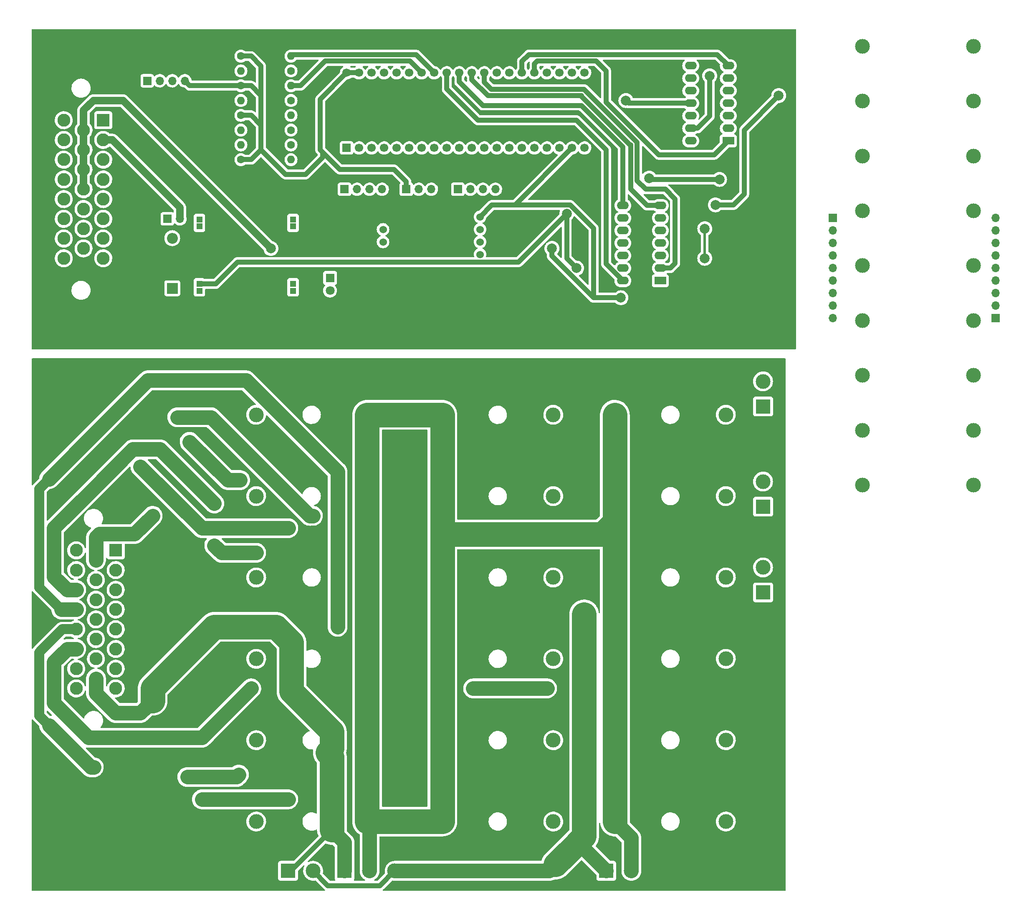
<source format=gbr>
%TF.GenerationSoftware,KiCad,Pcbnew,(6.0.2)*%
%TF.CreationDate,2022-03-17T16:38:25-03:00*%
%TF.ProjectId,painel1,7061696e-656c-4312-9e6b-696361645f70,rev?*%
%TF.SameCoordinates,Original*%
%TF.FileFunction,Copper,L2,Bot*%
%TF.FilePolarity,Positive*%
%FSLAX46Y46*%
G04 Gerber Fmt 4.6, Leading zero omitted, Abs format (unit mm)*
G04 Created by KiCad (PCBNEW (6.0.2)) date 2022-03-17 16:38:25*
%MOMM*%
%LPD*%
G01*
G04 APERTURE LIST*
%TA.AperFunction,ComponentPad*%
%ADD10R,1.700000X1.700000*%
%TD*%
%TA.AperFunction,ComponentPad*%
%ADD11O,1.700000X1.700000*%
%TD*%
%TA.AperFunction,ComponentPad*%
%ADD12C,3.000000*%
%TD*%
%TA.AperFunction,ComponentPad*%
%ADD13R,1.308000X1.308000*%
%TD*%
%TA.AperFunction,ComponentPad*%
%ADD14R,3.000000X3.000000*%
%TD*%
%TA.AperFunction,ComponentPad*%
%ADD15C,1.600000*%
%TD*%
%TA.AperFunction,ComponentPad*%
%ADD16O,1.600000X1.600000*%
%TD*%
%TA.AperFunction,ComponentPad*%
%ADD17R,2.200000X2.200000*%
%TD*%
%TA.AperFunction,ComponentPad*%
%ADD18O,2.200000X2.200000*%
%TD*%
%TA.AperFunction,ComponentPad*%
%ADD19R,2.400000X1.600000*%
%TD*%
%TA.AperFunction,ComponentPad*%
%ADD20O,2.400000X1.600000*%
%TD*%
%TA.AperFunction,ComponentPad*%
%ADD21R,1.800000X1.800000*%
%TD*%
%TA.AperFunction,ComponentPad*%
%ADD22C,1.800000*%
%TD*%
%TA.AperFunction,ComponentPad*%
%ADD23R,2.625000X2.625000*%
%TD*%
%TA.AperFunction,ComponentPad*%
%ADD24C,2.625000*%
%TD*%
%TA.AperFunction,ComponentPad*%
%ADD25C,1.524000*%
%TD*%
%TA.AperFunction,ComponentPad*%
%ADD26C,1.700000*%
%TD*%
%TA.AperFunction,ViaPad*%
%ADD27C,2.000000*%
%TD*%
%TA.AperFunction,Conductor*%
%ADD28C,3.000000*%
%TD*%
%TA.AperFunction,Conductor*%
%ADD29C,2.000000*%
%TD*%
%TA.AperFunction,Conductor*%
%ADD30C,1.000000*%
%TD*%
%TA.AperFunction,Conductor*%
%ADD31C,5.000000*%
%TD*%
%TA.AperFunction,Conductor*%
%ADD32C,1.500000*%
%TD*%
%TA.AperFunction,Conductor*%
%ADD33C,0.500000*%
%TD*%
G04 APERTURE END LIST*
D10*
%TO.P,J6,1,Pin_1*%
%TO.N,N/C*%
X93950000Y-79000000D03*
D11*
%TO.P,J6,2,Pin_2*%
X96490000Y-79000000D03*
%TO.P,J6,3,Pin_3*%
X99030000Y-79000000D03*
%TO.P,J6,4,Pin_4*%
X101570000Y-79000000D03*
%TD*%
D12*
%TO.P,F14,1*%
%TO.N,N/C*%
X76023923Y-207245188D03*
%TO.P,F14,2*%
X98523923Y-207245188D03*
%TD*%
%TO.P,F11,1*%
%TO.N,N/C*%
X76023923Y-141245188D03*
%TO.P,F11,2*%
X98523923Y-141245188D03*
%TD*%
D13*
%TO.P,U2,1,VIN-*%
%TO.N,N/C*%
X64500000Y-85130000D03*
%TO.P,U2,2,VIN-*%
X64500000Y-86530000D03*
%TO.P,U2,3,VIN+*%
X64500000Y-98200000D03*
%TO.P,U2,4,VIN+*%
X64500000Y-99600000D03*
%TO.P,U2,5,VOUT-*%
X83500000Y-85130000D03*
%TO.P,U2,6,VOUT-*%
X83500000Y-86530000D03*
%TO.P,U2,7,VOUT+*%
X83500000Y-98200000D03*
%TO.P,U2,8,VOUT+*%
X83500000Y-99600000D03*
%TD*%
D12*
%TO.P,F2,1*%
%TO.N,N/C*%
X221500000Y-127875000D03*
%TO.P,F2,2*%
X199000000Y-127875000D03*
%TD*%
D10*
%TO.P,J5,1,Pin_1*%
%TO.N,N/C*%
X106475000Y-79000000D03*
D11*
%TO.P,J5,2,Pin_2*%
X109015000Y-79000000D03*
%TO.P,J5,3,Pin_3*%
X111555000Y-79000000D03*
%TD*%
D12*
%TO.P,F15,1*%
%TO.N,N/C*%
X76023923Y-190745188D03*
%TO.P,F15,2*%
X98523923Y-190745188D03*
%TD*%
%TO.P,F3,1*%
%TO.N,N/C*%
X221500000Y-116750000D03*
%TO.P,F3,2*%
X199000000Y-116750000D03*
%TD*%
%TO.P,F7,1*%
%TO.N,N/C*%
X171273923Y-207245188D03*
%TO.P,F7,2*%
X148773923Y-207245188D03*
%TD*%
D14*
%TO.P,J9,1,Pin_1*%
%TO.N,N/C*%
X178823923Y-160785188D03*
D12*
%TO.P,J9,2,Pin_2*%
X178823923Y-155705188D03*
%TD*%
D15*
%TO.P,R16,1*%
%TO.N,N/C*%
X83080000Y-70000000D03*
D16*
%TO.P,R16,2*%
X72920000Y-70000000D03*
%TD*%
D14*
%TO.P,J7,1,Pin_1*%
%TO.N,N/C*%
X178823923Y-123045188D03*
D12*
%TO.P,J7,2,Pin_2*%
X178823923Y-117965188D03*
%TD*%
D14*
%TO.P,J5,1,Pin_1*%
%TO.N,N/C*%
X82483923Y-217245188D03*
D12*
%TO.P,J5,2,Pin_2*%
X87563923Y-217245188D03*
%TD*%
%TO.P,F7,1*%
%TO.N,N/C*%
X221500000Y-72250000D03*
%TO.P,F7,2*%
X199000000Y-72250000D03*
%TD*%
%TO.P,F16,1*%
%TO.N,N/C*%
X148773923Y-124745188D03*
%TO.P,F16,2*%
X171273923Y-124745188D03*
%TD*%
D17*
%TO.P,D1,1,K*%
%TO.N,N/C*%
X59000000Y-99080000D03*
D18*
%TO.P,D1,2,A*%
X59000000Y-88920000D03*
%TD*%
D14*
%TO.P,J4,1,Pin_1*%
%TO.N,N/C*%
X93943923Y-217245188D03*
D12*
%TO.P,J4,2,Pin_2*%
X99023923Y-217245188D03*
%TO.P,J4,3,Pin_3*%
X104103923Y-217245188D03*
%TD*%
%TO.P,F8,1*%
%TO.N,N/C*%
X221500000Y-61125000D03*
%TO.P,F8,2*%
X199000000Y-61125000D03*
%TD*%
%TO.P,F2,1*%
%TO.N,N/C*%
X136273923Y-207245188D03*
%TO.P,F2,2*%
X113773923Y-207245188D03*
%TD*%
D19*
%TO.P,U3,1*%
%TO.N,N/C*%
X158000000Y-97540000D03*
D20*
%TO.P,U3,2,-*%
X158000000Y-95000000D03*
%TO.P,U3,3,+*%
X158000000Y-92460000D03*
%TO.P,U3,4,V+*%
X158000000Y-89920000D03*
%TO.P,U3,5,+*%
X158000000Y-87380000D03*
%TO.P,U3,6,-*%
X158000000Y-84840000D03*
%TO.P,U3,7*%
X158000000Y-82300000D03*
%TO.P,U3,8*%
X150380000Y-82300000D03*
%TO.P,U3,9,-*%
X150380000Y-84840000D03*
%TO.P,U3,10,+*%
X150380000Y-87380000D03*
%TO.P,U3,11,V-*%
X150380000Y-89920000D03*
%TO.P,U3,12,+*%
X150380000Y-92460000D03*
%TO.P,U3,13,-*%
X150380000Y-95000000D03*
%TO.P,U3,14*%
X150380000Y-97540000D03*
%TD*%
D14*
%TO.P,J6,1,Pin_1*%
%TO.N,N/C*%
X147023923Y-217245188D03*
D12*
%TO.P,J6,2,Pin_2*%
X152103923Y-217245188D03*
%TD*%
D15*
%TO.P,R4,1*%
%TO.N,N/C*%
X83080000Y-61000000D03*
D16*
%TO.P,R4,2*%
X72920000Y-61000000D03*
%TD*%
D12*
%TO.P,F9,1*%
%TO.N,N/C*%
X76023923Y-174245188D03*
%TO.P,F9,2*%
X98523923Y-174245188D03*
%TD*%
%TO.P,F9,1*%
%TO.N,N/C*%
X221500000Y-50000000D03*
%TO.P,F9,2*%
X199000000Y-50000000D03*
%TD*%
%TO.P,F6,1*%
%TO.N,N/C*%
X221500000Y-83375000D03*
%TO.P,F6,2*%
X199000000Y-83375000D03*
%TD*%
%TO.P,F13,1*%
%TO.N,N/C*%
X136273923Y-124745188D03*
%TO.P,F13,2*%
X113773923Y-124745188D03*
%TD*%
%TO.P,F5,1*%
%TO.N,N/C*%
X136273923Y-157745188D03*
%TO.P,F5,2*%
X113773923Y-157745188D03*
%TD*%
D15*
%TO.P,R2,1*%
%TO.N,N/C*%
X83080000Y-55000000D03*
D16*
%TO.P,R2,2*%
X72920000Y-55000000D03*
%TD*%
D19*
%TO.P,U4,1*%
%TO.N,N/C*%
X171775000Y-69175000D03*
D20*
%TO.P,U4,2,-*%
X171775000Y-66635000D03*
%TO.P,U4,3,+*%
X171775000Y-64095000D03*
%TO.P,U4,4,V+*%
X171775000Y-61555000D03*
%TO.P,U4,5,+*%
X171775000Y-59015000D03*
%TO.P,U4,6,-*%
X171775000Y-56475000D03*
%TO.P,U4,7*%
X171775000Y-53935000D03*
%TO.P,U4,8*%
X164155000Y-53935000D03*
%TO.P,U4,9,-*%
X164155000Y-56475000D03*
%TO.P,U4,10,+*%
X164155000Y-59015000D03*
%TO.P,U4,11,V-*%
X164155000Y-61555000D03*
%TO.P,U4,12,+*%
X164155000Y-64095000D03*
%TO.P,U4,13,-*%
X164155000Y-66635000D03*
%TO.P,U4,14*%
X164155000Y-69175000D03*
%TD*%
D15*
%TO.P,R17,1*%
%TO.N,N/C*%
X72920000Y-73000000D03*
D16*
%TO.P,R17,2*%
X83080000Y-73000000D03*
%TD*%
D12*
%TO.P,F4,1*%
%TO.N,N/C*%
X221500000Y-105625000D03*
%TO.P,F4,2*%
X199000000Y-105625000D03*
%TD*%
D10*
%TO.P,J2,1,Pin_1*%
%TO.N,N/C*%
X193000000Y-84850000D03*
D11*
%TO.P,J2,2,Pin_2*%
X193000000Y-87390000D03*
%TO.P,J2,3,Pin_3*%
X193000000Y-89930000D03*
%TO.P,J2,4,Pin_4*%
X193000000Y-92470000D03*
%TO.P,J2,5,Pin_5*%
X193000000Y-95010000D03*
%TO.P,J2,6,Pin_6*%
X193000000Y-97550000D03*
%TO.P,J2,7,Pin_7*%
X193000000Y-100090000D03*
%TO.P,J2,8,Pin_8*%
X193000000Y-102630000D03*
%TO.P,J2,9,Pin_9*%
X193000000Y-105170000D03*
%TD*%
D12*
%TO.P,F10,1*%
%TO.N,N/C*%
X76023923Y-157745188D03*
%TO.P,F10,2*%
X98523923Y-157745188D03*
%TD*%
D10*
%TO.P,J1,1,Pin_1*%
%TO.N,N/C*%
X226000000Y-105150000D03*
D11*
%TO.P,J1,2,Pin_2*%
X226000000Y-102610000D03*
%TO.P,J1,3,Pin_3*%
X226000000Y-100070000D03*
%TO.P,J1,4,Pin_4*%
X226000000Y-97530000D03*
%TO.P,J1,5,Pin_5*%
X226000000Y-94990000D03*
%TO.P,J1,6,Pin_6*%
X226000000Y-92450000D03*
%TO.P,J1,7,Pin_7*%
X226000000Y-89910000D03*
%TO.P,J1,8,Pin_8*%
X226000000Y-87370000D03*
%TO.P,J1,9,Pin_9*%
X226000000Y-84830000D03*
%TD*%
D12*
%TO.P,F4,1*%
%TO.N,N/C*%
X136273923Y-174245188D03*
%TO.P,F4,2*%
X113773923Y-174245188D03*
%TD*%
D21*
%TO.P,D2,1,K*%
%TO.N,N/C*%
X91000000Y-97000000D03*
D22*
%TO.P,D2,2,A*%
X91000000Y-99540000D03*
%TD*%
D15*
%TO.P,R5,1*%
%TO.N,N/C*%
X72920000Y-58000000D03*
D16*
%TO.P,R5,2*%
X83080000Y-58000000D03*
%TD*%
D15*
%TO.P,R3,1*%
%TO.N,N/C*%
X72920000Y-52000000D03*
D16*
%TO.P,R3,2*%
X83080000Y-52000000D03*
%TD*%
D23*
%TO.P,J1,1,1*%
%TO.N,N/C*%
X45000000Y-65000000D03*
D24*
%TO.P,J1,2,2*%
X45000000Y-69000000D03*
%TO.P,J1,3,3*%
X45000000Y-73000000D03*
%TO.P,J1,4,4*%
X45000000Y-77000000D03*
%TO.P,J1,5,5*%
X45000000Y-81000000D03*
%TO.P,J1,6,6*%
X45000000Y-85000000D03*
%TO.P,J1,7,7*%
X45000000Y-89000000D03*
%TO.P,J1,8,8*%
X45000000Y-93000000D03*
%TO.P,J1,9,9*%
X41000000Y-67000000D03*
%TO.P,J1,10,10*%
X41000000Y-71000000D03*
%TO.P,J1,11,11*%
X41000000Y-75000000D03*
%TO.P,J1,12,12*%
X41000000Y-79000000D03*
%TO.P,J1,13,13*%
X41000000Y-83000000D03*
%TO.P,J1,14,14*%
X41000000Y-87000000D03*
%TO.P,J1,15,15*%
X41000000Y-91000000D03*
%TO.P,J1,16,16*%
X37000000Y-65000000D03*
%TO.P,J1,17,17*%
X37000000Y-69000000D03*
%TO.P,J1,18,18*%
X37000000Y-73000000D03*
%TO.P,J1,19,19*%
X37000000Y-77000000D03*
%TO.P,J1,20,20*%
X37000000Y-81000000D03*
%TO.P,J1,21,21*%
X37000000Y-85000000D03*
%TO.P,J1,22,22*%
X37000000Y-89000000D03*
%TO.P,J1,23,23*%
X37000000Y-93000000D03*
%TD*%
D15*
%TO.P,R11,1*%
%TO.N,N/C*%
X72920000Y-64000000D03*
D16*
%TO.P,R11,2*%
X83080000Y-64000000D03*
%TD*%
D12*
%TO.P,F1,1*%
%TO.N,N/C*%
X221500000Y-139000000D03*
%TO.P,F1,2*%
X199000000Y-139000000D03*
%TD*%
%TO.P,F12,1*%
%TO.N,N/C*%
X76023923Y-124745188D03*
%TO.P,F12,2*%
X98523923Y-124745188D03*
%TD*%
D23*
%TO.P,J1,1,1*%
%TO.N,N/C*%
X47523923Y-152245188D03*
D24*
%TO.P,J1,2,2*%
X47523923Y-156245188D03*
%TO.P,J1,3,3*%
X47523923Y-160245188D03*
%TO.P,J1,4,4*%
X47523923Y-164245188D03*
%TO.P,J1,5,5*%
X47523923Y-168245188D03*
%TO.P,J1,6,6*%
X47523923Y-172245188D03*
%TO.P,J1,7,7*%
X47523923Y-176245188D03*
%TO.P,J1,8,8*%
X47523923Y-180245188D03*
%TO.P,J1,9,9*%
X43523923Y-154245188D03*
%TO.P,J1,10,10*%
X43523923Y-158245188D03*
%TO.P,J1,11,11*%
X43523923Y-162245188D03*
%TO.P,J1,12,12*%
X43523923Y-166245188D03*
%TO.P,J1,13,13*%
X43523923Y-170245188D03*
%TO.P,J1,14,14*%
X43523923Y-174245188D03*
%TO.P,J1,15,15*%
X43523923Y-178245188D03*
%TO.P,J1,16,16*%
X39523923Y-152245188D03*
%TO.P,J1,17,17*%
X39523923Y-156245188D03*
%TO.P,J1,18,18*%
X39523923Y-160245188D03*
%TO.P,J1,19,19*%
X39523923Y-164245188D03*
%TO.P,J1,20,20*%
X39523923Y-168245188D03*
%TO.P,J1,21,21*%
X39523923Y-172245188D03*
%TO.P,J1,22,22*%
X39523923Y-176245188D03*
%TO.P,J1,23,23*%
X39523923Y-180245188D03*
%TD*%
D12*
%TO.P,F1,1*%
%TO.N,N/C*%
X171273923Y-174245188D03*
%TO.P,F1,2*%
X148773923Y-174245188D03*
%TD*%
%TO.P,F5,1*%
%TO.N,N/C*%
X221500000Y-94500000D03*
%TO.P,F5,2*%
X199000000Y-94500000D03*
%TD*%
D10*
%TO.P,J4,1,Pin_1*%
%TO.N,N/C*%
X116920000Y-79000000D03*
D11*
%TO.P,J4,2,Pin_2*%
X119460000Y-79000000D03*
%TO.P,J4,3,Pin_3*%
X122000000Y-79000000D03*
%TO.P,J4,4,Pin_4*%
X124540000Y-79000000D03*
%TD*%
D25*
%TO.P,U5,1,VCC*%
%TO.N,N/C*%
X121430000Y-92222500D03*
%TO.P,U5,2,TX*%
X121430000Y-89682500D03*
%TO.P,U5,3,RX*%
X121430000Y-87142500D03*
%TO.P,U5,4,GND*%
X121430000Y-84602500D03*
%TO.P,U5,5,CANH*%
X101745000Y-89682500D03*
%TO.P,U5,6,CANL*%
X101745000Y-87142500D03*
%TD*%
D12*
%TO.P,F18,1*%
%TO.N,N/C*%
X148773923Y-157745188D03*
%TO.P,F18,2*%
X171273923Y-157745188D03*
%TD*%
D14*
%TO.P,J10,1,Pin_1*%
%TO.N,N/C*%
X178823923Y-143365188D03*
D12*
%TO.P,J10,2,Pin_2*%
X178823923Y-138285188D03*
%TD*%
%TO.P,F19,1*%
%TO.N,N/C*%
X148773923Y-141245188D03*
%TO.P,F19,2*%
X171273923Y-141245188D03*
%TD*%
%TO.P,F3,1*%
%TO.N,N/C*%
X136273923Y-190745188D03*
%TO.P,F3,2*%
X113773923Y-190745188D03*
%TD*%
D15*
%TO.P,R10,1*%
%TO.N,N/C*%
X83080000Y-67000000D03*
D16*
%TO.P,R10,2*%
X72920000Y-67000000D03*
%TD*%
D10*
%TO.P,U1,1,PB12*%
%TO.N,N/C*%
X94370000Y-70620000D03*
D26*
%TO.P,U1,2,PB13*%
X96910000Y-70620000D03*
%TO.P,U1,3,PB14*%
X99450000Y-70620000D03*
%TO.P,U1,4,PB15*%
X101990000Y-70620000D03*
%TO.P,U1,5,PA8*%
X104530000Y-70620000D03*
%TO.P,U1,6,PA9*%
X107070000Y-70620000D03*
%TO.P,U1,7,PA10*%
X109610000Y-70620000D03*
%TO.P,U1,8,PA11*%
X112150000Y-70620000D03*
%TO.P,U1,9,PA12*%
X114690000Y-70620000D03*
%TO.P,U1,10,PA15*%
X117230000Y-70620000D03*
%TO.P,U1,11,PB3*%
X119770000Y-70620000D03*
%TO.P,U1,12,PB4*%
X122310000Y-70620000D03*
%TO.P,U1,13,PB5*%
X124850000Y-70620000D03*
%TO.P,U1,14,PB6*%
X127390000Y-70620000D03*
%TO.P,U1,15,PB7*%
X129930000Y-70620000D03*
%TO.P,U1,16,PB8*%
X132470000Y-70620000D03*
%TO.P,U1,17,PB9*%
X135010000Y-70620000D03*
%TO.P,U1,18,5V*%
X137550000Y-70620000D03*
%TO.P,U1,19,GND*%
X140090000Y-70620000D03*
%TO.P,U1,20,3V3*%
X142630000Y-70620000D03*
%TO.P,U1,21,VBat*%
X142630000Y-55380000D03*
%TO.P,U1,22,PC13*%
X140090000Y-55380000D03*
%TO.P,U1,23,PC14*%
X137550000Y-55380000D03*
%TO.P,U1,24,PC15*%
X135010000Y-55380000D03*
%TO.P,U1,25,PA0*%
X132470000Y-55380000D03*
%TO.P,U1,26,PA1*%
X129930000Y-55380000D03*
%TO.P,U1,27,PA2*%
X127390000Y-55380000D03*
%TO.P,U1,28,PA3*%
X124850000Y-55380000D03*
%TO.P,U1,29,PA4*%
X122310000Y-55380000D03*
%TO.P,U1,30,PA5*%
X119770000Y-55380000D03*
%TO.P,U1,31,PA6*%
X117230000Y-55380000D03*
%TO.P,U1,32,PA7*%
X114690000Y-55380000D03*
%TO.P,U1,33,PB0*%
X112150000Y-55380000D03*
%TO.P,U1,34,PB1*%
X109610000Y-55380000D03*
%TO.P,U1,35,PB10*%
X107070000Y-55380000D03*
%TO.P,U1,36,PB11*%
X104530000Y-55380000D03*
%TO.P,U1,37,RST*%
X101990000Y-55380000D03*
%TO.P,U1,38,3V3*%
X99450000Y-55380000D03*
%TO.P,U1,39,GND*%
X96910000Y-55380000D03*
%TO.P,U1,40,GND*%
X94370000Y-55380000D03*
%TD*%
D12*
%TO.P,F8,1*%
%TO.N,N/C*%
X171273923Y-190745188D03*
%TO.P,F8,2*%
X148773923Y-190745188D03*
%TD*%
%TO.P,F6,1*%
%TO.N,N/C*%
X136273923Y-141245188D03*
%TO.P,F6,2*%
X113773923Y-141245188D03*
%TD*%
D10*
%TO.P,J3,1,Pin_1*%
%TO.N,N/C*%
X53920000Y-57000000D03*
D11*
%TO.P,J3,2,Pin_2*%
X56460000Y-57000000D03*
%TO.P,J3,3,Pin_3*%
X59000000Y-57000000D03*
%TO.P,J3,4,Pin_4*%
X61540000Y-57000000D03*
%TD*%
D10*
%TO.P,J2,1,Pin_1*%
%TO.N,N/C*%
X58000000Y-85000000D03*
D11*
%TO.P,J2,2,Pin_2*%
X60540000Y-85000000D03*
%TD*%
D27*
%TO.N,*%
X155727561Y-76727561D03*
X141000000Y-95000000D03*
X62523923Y-130245188D03*
X170000000Y-77000000D03*
X75023923Y-180245188D03*
X43084923Y-196244708D03*
X76023443Y-152745188D03*
X87523923Y-145245188D03*
X79000000Y-91000000D03*
X120023923Y-180245188D03*
X167000000Y-93000000D03*
X142523923Y-175245188D03*
X136000000Y-91000000D03*
X55023923Y-145245188D03*
X182000000Y-60000000D03*
X62049389Y-198219722D03*
X142523923Y-170245188D03*
X92523923Y-167745188D03*
X82523923Y-147745188D03*
X82523923Y-202745188D03*
X72523923Y-197745188D03*
X67760468Y-142981733D03*
X167000000Y-87000000D03*
X139000000Y-84000000D03*
X60023923Y-125245188D03*
X65023923Y-202745188D03*
X135023923Y-180245188D03*
X150000000Y-101000000D03*
X72760468Y-137981733D03*
X151000000Y-61000000D03*
X52523923Y-135245188D03*
X168000000Y-56000000D03*
X169172500Y-82172500D03*
X67523923Y-151244708D03*
X142523923Y-165245188D03*
%TD*%
D28*
%TO.N,*%
X39523923Y-160245188D02*
X37667768Y-160245188D01*
D29*
X32024403Y-139784708D02*
X34023923Y-137785188D01*
D30*
X108470480Y-51700480D02*
X83379520Y-51700480D01*
D28*
X42523923Y-140245188D02*
X51023442Y-131745669D01*
D30*
X77000000Y-54000000D02*
X75000000Y-52000000D01*
D31*
X80023923Y-167745188D02*
X83174402Y-170895667D01*
D28*
X54063923Y-117745188D02*
X34023923Y-137785188D01*
D31*
X142523923Y-175245188D02*
X142523923Y-210245188D01*
D32*
X41000000Y-79000000D02*
X41000000Y-75000000D01*
D28*
X75023923Y-180245188D02*
X65023923Y-190245188D01*
D31*
X113773923Y-157745188D02*
X113773923Y-174245188D01*
X148773923Y-124745188D02*
X148773923Y-141245188D01*
D30*
X168000000Y-56000000D02*
X168000000Y-64190000D01*
X77000000Y-66000000D02*
X77000000Y-60000000D01*
X89000000Y-60750000D02*
X89000000Y-71000000D01*
D28*
X66890537Y-125245188D02*
X60023923Y-125245188D01*
D30*
X72215989Y-93784011D02*
X67800000Y-98200000D01*
X151000000Y-61000000D02*
X151555000Y-61555000D01*
D31*
X98523923Y-207245188D02*
X98523923Y-190745188D01*
D30*
X94370000Y-55380000D02*
X96910000Y-55380000D01*
X169540480Y-51700480D02*
X171775000Y-53935000D01*
D28*
X56023442Y-131745669D02*
X56524404Y-131745669D01*
X69024403Y-152745188D02*
X67523923Y-151244708D01*
D30*
X89000000Y-71000000D02*
X89500000Y-71500000D01*
D32*
X48000000Y-61000000D02*
X49000000Y-61000000D01*
D28*
X36718700Y-164245188D02*
X39523923Y-164245188D01*
D31*
X55023923Y-180245188D02*
X67523923Y-167745188D01*
X142523923Y-175245188D02*
X142523923Y-170245188D01*
D30*
X151555000Y-61555000D02*
X164155000Y-61555000D01*
X123832011Y-82200489D02*
X127799511Y-82200489D01*
D31*
X148773923Y-190745188D02*
X148773923Y-207245188D01*
D30*
X132470000Y-53530000D02*
X133000000Y-53000000D01*
D29*
X32024404Y-185785669D02*
X34023923Y-187785188D01*
D30*
X158000000Y-95000000D02*
X160000000Y-95000000D01*
X141000000Y-65000000D02*
X121000000Y-65000000D01*
X101103923Y-220245188D02*
X104103923Y-217245188D01*
D28*
X93943923Y-217245188D02*
X93943923Y-211513745D01*
D30*
X150380000Y-97540000D02*
X147000000Y-94160000D01*
X153299520Y-69461722D02*
X142538278Y-58700480D01*
D31*
X113773923Y-190745188D02*
X113773923Y-207245188D01*
D30*
X106475000Y-77475000D02*
X106475000Y-79000000D01*
X67800000Y-98200000D02*
X64500000Y-98200000D01*
X89500000Y-72500000D02*
X86000000Y-76000000D01*
D29*
X32024404Y-176131476D02*
X32024404Y-185785669D01*
D28*
X44211912Y-148933177D02*
X51335934Y-148933177D01*
D30*
X144455106Y-86910212D02*
X144455106Y-101000000D01*
X156000000Y-77000000D02*
X155727561Y-76727561D01*
X117230000Y-57230000D02*
X117230000Y-55380000D01*
X89500000Y-71500000D02*
X93000000Y-75000000D01*
X107230000Y-53000000D02*
X90000000Y-53000000D01*
D28*
X65023923Y-190245188D02*
X42034471Y-190245188D01*
D30*
X147000000Y-55000000D02*
X147000000Y-61324404D01*
X127799511Y-82200489D02*
X139745383Y-82200489D01*
D28*
X36718700Y-164245188D02*
X36483923Y-164245188D01*
D31*
X142523923Y-210245188D02*
X140273923Y-212495188D01*
D30*
X122310000Y-57310000D02*
X122310000Y-55380000D01*
D28*
X92523923Y-167745188D02*
X92523923Y-136296131D01*
X51023442Y-131745669D02*
X56023442Y-131745669D01*
D30*
X182000000Y-60000000D02*
X175000000Y-67000000D01*
D28*
X35023923Y-157601343D02*
X35023923Y-147745188D01*
D30*
X142000000Y-62000000D02*
X122000000Y-62000000D01*
D28*
X87523923Y-145245188D02*
X86890537Y-145245188D01*
D32*
X49000000Y-61000000D02*
X79000000Y-91000000D01*
D30*
X144455106Y-101000000D02*
X150000000Y-101000000D01*
X93000000Y-75000000D02*
X104000000Y-75000000D01*
D28*
X93943923Y-211513745D02*
X91373444Y-208943266D01*
D31*
X83174402Y-170895667D02*
X83174402Y-180848068D01*
X90547722Y-193268988D02*
X91373444Y-194094710D01*
D28*
X135023923Y-180245188D02*
X120023923Y-180245188D01*
X73972980Y-117745188D02*
X60023923Y-117745188D01*
D30*
X145000000Y-53000000D02*
X147000000Y-55000000D01*
D31*
X113773923Y-124745188D02*
X113773923Y-141245188D01*
D32*
X41000000Y-63000000D02*
X43000000Y-61000000D01*
D28*
X43523923Y-149621166D02*
X44211912Y-148933177D01*
D30*
X133000000Y-53000000D02*
X145000000Y-53000000D01*
X83071522Y-217245188D02*
X91373444Y-208943266D01*
X157675596Y-72000000D02*
X168950000Y-72000000D01*
X161000000Y-81000000D02*
X159000000Y-79000000D01*
X132470000Y-55380000D02*
X132470000Y-53530000D01*
D28*
X42034471Y-190245188D02*
X35023923Y-183234640D01*
D30*
X151837798Y-70000000D02*
X142000000Y-60162202D01*
D28*
X72049389Y-198219722D02*
X72523923Y-197745188D01*
D31*
X148773923Y-157745188D02*
X148773923Y-174245188D01*
D30*
X128509511Y-82200489D02*
X140090000Y-70620000D01*
D28*
X82523923Y-202745188D02*
X65023923Y-202745188D01*
D30*
X170000000Y-77000000D02*
X156000000Y-77000000D01*
D31*
X98523923Y-174245188D02*
X98523923Y-157745188D01*
D28*
X43084923Y-196244708D02*
X42483443Y-196244708D01*
D30*
X94370000Y-55380000D02*
X89000000Y-60750000D01*
X127799511Y-82200489D02*
X128509511Y-82200489D01*
X147000000Y-71000000D02*
X141000000Y-65000000D01*
X75000000Y-73000000D02*
X77000000Y-71000000D01*
X150380000Y-70380000D02*
X142000000Y-62000000D01*
D32*
X41000000Y-71000000D02*
X41000000Y-67000000D01*
D30*
X90000000Y-53000000D02*
X85000000Y-58000000D01*
X75000000Y-64000000D02*
X72920000Y-64000000D01*
D31*
X55023923Y-182745188D02*
X55023923Y-180245188D01*
D30*
X175000000Y-67000000D02*
X175000000Y-80000000D01*
X119770000Y-56770000D02*
X119770000Y-55380000D01*
D31*
X98523923Y-157745188D02*
X98523923Y-141245188D01*
X148773923Y-146495188D02*
X148773923Y-157745188D01*
D28*
X92523923Y-136296131D02*
X73972980Y-117745188D01*
D31*
X113773923Y-148995188D02*
X113773923Y-157745188D01*
D28*
X152103923Y-217245188D02*
X152103923Y-210575188D01*
D31*
X98523923Y-141245188D02*
X98523923Y-124745188D01*
D30*
X160000000Y-95000000D02*
X161000000Y-94000000D01*
X168000000Y-64190000D02*
X165555000Y-66635000D01*
D28*
X99023923Y-207745188D02*
X98523923Y-207245188D01*
D30*
X77000000Y-60000000D02*
X75000000Y-58000000D01*
X121430000Y-84602500D02*
X123832011Y-82200489D01*
X129930000Y-53070000D02*
X131299520Y-51700480D01*
X161000000Y-94000000D02*
X161000000Y-81000000D01*
D29*
X36483923Y-164245188D02*
X32024404Y-159785669D01*
D31*
X91373444Y-192443266D02*
X90547722Y-193268988D01*
D28*
X70260468Y-137981733D02*
X62523923Y-130245188D01*
D31*
X91373444Y-194094710D02*
X91373444Y-208943266D01*
D30*
X152000000Y-79000000D02*
X152000000Y-70000000D01*
D28*
X35023923Y-174889033D02*
X37667768Y-172245188D01*
X152103923Y-210575188D02*
X148773923Y-207245188D01*
D31*
X98523923Y-124745188D02*
X113773923Y-124745188D01*
D30*
X121000000Y-65000000D02*
X114690000Y-58690000D01*
D32*
X46856155Y-69000000D02*
X60540000Y-82683845D01*
D30*
X77000000Y-60000000D02*
X77000000Y-54000000D01*
X129930000Y-55380000D02*
X129930000Y-53070000D01*
X72920000Y-58000000D02*
X62540000Y-58000000D01*
X142538278Y-58700480D02*
X142299520Y-58700480D01*
X77000000Y-71000000D02*
X77000000Y-66000000D01*
X72920000Y-73000000D02*
X75000000Y-73000000D01*
X142000000Y-60000000D02*
X123000000Y-60000000D01*
X141000000Y-95000000D02*
X139000000Y-93000000D01*
X104000000Y-75000000D02*
X106475000Y-77475000D01*
D28*
X76023443Y-152745188D02*
X69024403Y-152745188D01*
D30*
X87563923Y-217245188D02*
X90563923Y-220245188D01*
X155300000Y-82300000D02*
X152000000Y-79000000D01*
D28*
X35023923Y-147745188D02*
X42523923Y-140245188D01*
D30*
X153299520Y-77299520D02*
X153299520Y-69461722D01*
D28*
X99023923Y-217245188D02*
X99023923Y-207745188D01*
D30*
X168950000Y-72000000D02*
X171775000Y-69175000D01*
D28*
X65023923Y-147745188D02*
X52523923Y-135245188D01*
D31*
X113773923Y-148995188D02*
X146273923Y-148995188D01*
D30*
X136000000Y-91000000D02*
X136000000Y-92544894D01*
D32*
X41000000Y-67000000D02*
X41000000Y-63000000D01*
D30*
X109610000Y-55380000D02*
X107230000Y-53000000D01*
X123000000Y-60000000D02*
X119770000Y-56770000D01*
D28*
X37667768Y-172245188D02*
X39523923Y-172245188D01*
D31*
X113773923Y-141245188D02*
X113773923Y-148995188D01*
D30*
X123700480Y-58700480D02*
X122310000Y-57310000D01*
X147000000Y-94160000D02*
X147000000Y-71000000D01*
X139000000Y-93000000D02*
X139000000Y-84000000D01*
D31*
X91373444Y-189047110D02*
X91373444Y-192443266D01*
D30*
X136000000Y-92544894D02*
X144455106Y-101000000D01*
D31*
X113773923Y-207245188D02*
X102023923Y-207245188D01*
X148773923Y-146495188D02*
X148773923Y-141245188D01*
D30*
X82000000Y-76000000D02*
X77000000Y-71000000D01*
X122000000Y-62000000D02*
X117230000Y-57230000D01*
D31*
X140273923Y-212495188D02*
X136773923Y-215995188D01*
D30*
X139000000Y-84000000D02*
X129215989Y-93784011D01*
D31*
X113773923Y-174245188D02*
X113773923Y-190745188D01*
D28*
X82523923Y-147745188D02*
X65023923Y-147745188D01*
X52523923Y-185245188D02*
X55023923Y-182745188D01*
D32*
X60540000Y-82683845D02*
X60540000Y-85000000D01*
D28*
X35023923Y-183234640D02*
X35023923Y-174889033D01*
D30*
X62540000Y-58000000D02*
X61540000Y-57000000D01*
D28*
X56524404Y-131745669D02*
X67523923Y-142745188D01*
D31*
X146273923Y-148995188D02*
X148773923Y-146495188D01*
D28*
X135523923Y-217245188D02*
X136773923Y-215995188D01*
X51335934Y-148933177D02*
X55023923Y-145245188D01*
D30*
X75000000Y-58000000D02*
X72920000Y-58000000D01*
D28*
X47523923Y-185245188D02*
X52523923Y-185245188D01*
X147023923Y-217245188D02*
X142273923Y-212495188D01*
D30*
X83379520Y-51700480D02*
X83080000Y-52000000D01*
D31*
X142523923Y-170245188D02*
X142523923Y-165245188D01*
D30*
X77000000Y-66000000D02*
X75000000Y-64000000D01*
D29*
X32024403Y-172939485D02*
X32024404Y-176131476D01*
D30*
X131299520Y-51700480D02*
X169540480Y-51700480D01*
X158000000Y-82300000D02*
X155300000Y-82300000D01*
D33*
X167000000Y-93000000D02*
X167000000Y-87000000D01*
D30*
X175000000Y-80000000D02*
X172827500Y-82172500D01*
D28*
X42483443Y-196244708D02*
X34023923Y-187785188D01*
D29*
X36718700Y-168245188D02*
X32024403Y-172939485D01*
D30*
X129215989Y-93784011D02*
X72215989Y-93784011D01*
X150380000Y-82300000D02*
X150380000Y-70380000D01*
D31*
X98523923Y-190745188D02*
X98523923Y-174245188D01*
D30*
X142299520Y-58700480D02*
X123700480Y-58700480D01*
X159000000Y-79000000D02*
X155000000Y-79000000D01*
X82483923Y-217245188D02*
X83071522Y-217245188D01*
X139745383Y-82200489D02*
X144455106Y-86910212D01*
X147000000Y-61324404D02*
X157675596Y-72000000D01*
D32*
X45000000Y-69000000D02*
X46856155Y-69000000D01*
D28*
X43523923Y-178245188D02*
X43523923Y-181245188D01*
D30*
X155000000Y-79000000D02*
X153299520Y-77299520D01*
D31*
X102023923Y-207245188D02*
X98523923Y-207245188D01*
D32*
X43000000Y-61000000D02*
X48000000Y-61000000D01*
D31*
X67523923Y-167745188D02*
X80023923Y-167745188D01*
D28*
X43523923Y-181245188D02*
X47523923Y-185245188D01*
D30*
X152000000Y-70000000D02*
X151837798Y-70000000D01*
X89500000Y-71500000D02*
X89500000Y-72500000D01*
D28*
X104103923Y-217245188D02*
X135523923Y-217245188D01*
X60023923Y-117745188D02*
X54063923Y-117745188D01*
D30*
X112150000Y-55380000D02*
X108470480Y-51700480D01*
D28*
X86890537Y-145245188D02*
X66890537Y-125245188D01*
D31*
X148773923Y-174245188D02*
X148773923Y-190745188D01*
D30*
X75000000Y-52000000D02*
X72920000Y-52000000D01*
X114690000Y-58690000D02*
X114690000Y-55380000D01*
D28*
X72760468Y-137981733D02*
X70260468Y-137981733D01*
D30*
X172827500Y-82172500D02*
X169172500Y-82172500D01*
D29*
X32024404Y-159785669D02*
X32024403Y-139784708D01*
D28*
X62049389Y-198219722D02*
X72049389Y-198219722D01*
D30*
X85000000Y-58000000D02*
X83080000Y-58000000D01*
X165555000Y-66635000D02*
X164155000Y-66635000D01*
X90563923Y-220245188D02*
X101103923Y-220245188D01*
X86000000Y-76000000D02*
X82000000Y-76000000D01*
D29*
X39523923Y-168245188D02*
X36718700Y-168245188D01*
D28*
X37667768Y-160245188D02*
X35023923Y-157601343D01*
X142273923Y-212495188D02*
X140273923Y-212495188D01*
D32*
X41000000Y-71000000D02*
X41000000Y-75000000D01*
D31*
X83174402Y-180848068D02*
X91373444Y-189047110D01*
D28*
X43523923Y-154245188D02*
X43523923Y-149621166D01*
%TD*%
%TA.AperFunction,NonConductor*%
G36*
X96164417Y-54028502D02*
G01*
X96210910Y-54082158D01*
X96221014Y-54152432D01*
X96191520Y-54217012D01*
X96171949Y-54235260D01*
X96162838Y-54242101D01*
X96028119Y-54343251D01*
X96024111Y-54346260D01*
X95957626Y-54371166D01*
X95948458Y-54371500D01*
X95328799Y-54371500D01*
X95260678Y-54351498D01*
X95250707Y-54344382D01*
X95128416Y-54247802D01*
X95128413Y-54247800D01*
X95124359Y-54244598D01*
X95119835Y-54242100D01*
X95115841Y-54239447D01*
X95070172Y-54185089D01*
X95061140Y-54114669D01*
X95091614Y-54050546D01*
X95151919Y-54013077D01*
X95185570Y-54008500D01*
X96096296Y-54008500D01*
X96164417Y-54028502D01*
G37*
%TD.AperFunction*%
%TA.AperFunction,NonConductor*%
G36*
X103784417Y-54028502D02*
G01*
X103830910Y-54082158D01*
X103841014Y-54152432D01*
X103811520Y-54217012D01*
X103791949Y-54235260D01*
X103644111Y-54346260D01*
X103624965Y-54360635D01*
X103621393Y-54364373D01*
X103503995Y-54487223D01*
X103470629Y-54522138D01*
X103363201Y-54679621D01*
X103308293Y-54724621D01*
X103237768Y-54732792D01*
X103174021Y-54701538D01*
X103153324Y-54677054D01*
X103072822Y-54552617D01*
X103072820Y-54552614D01*
X103070014Y-54548277D01*
X102919670Y-54383051D01*
X102915619Y-54379852D01*
X102915615Y-54379848D01*
X102748416Y-54247802D01*
X102748413Y-54247800D01*
X102744359Y-54244598D01*
X102739835Y-54242100D01*
X102735841Y-54239447D01*
X102690172Y-54185089D01*
X102681140Y-54114669D01*
X102711614Y-54050546D01*
X102771919Y-54013077D01*
X102805570Y-54008500D01*
X103716296Y-54008500D01*
X103784417Y-54028502D01*
G37*
%TD.AperFunction*%
%TA.AperFunction,NonConductor*%
G36*
X141884417Y-54028502D02*
G01*
X141930910Y-54082158D01*
X141941014Y-54152432D01*
X141911520Y-54217012D01*
X141891949Y-54235260D01*
X141744111Y-54346260D01*
X141724965Y-54360635D01*
X141721393Y-54364373D01*
X141603995Y-54487223D01*
X141570629Y-54522138D01*
X141463201Y-54679621D01*
X141408293Y-54724621D01*
X141337768Y-54732792D01*
X141274021Y-54701538D01*
X141253324Y-54677054D01*
X141172822Y-54552617D01*
X141172820Y-54552614D01*
X141170014Y-54548277D01*
X141019670Y-54383051D01*
X141015619Y-54379852D01*
X141015615Y-54379848D01*
X140848416Y-54247802D01*
X140848413Y-54247800D01*
X140844359Y-54244598D01*
X140839835Y-54242100D01*
X140835841Y-54239447D01*
X140790172Y-54185089D01*
X140781140Y-54114669D01*
X140811614Y-54050546D01*
X140871919Y-54013077D01*
X140905570Y-54008500D01*
X141816296Y-54008500D01*
X141884417Y-54028502D01*
G37*
%TD.AperFunction*%
%TA.AperFunction,NonConductor*%
G36*
X139344417Y-54028502D02*
G01*
X139390910Y-54082158D01*
X139401014Y-54152432D01*
X139371520Y-54217012D01*
X139351949Y-54235260D01*
X139204111Y-54346260D01*
X139184965Y-54360635D01*
X139181393Y-54364373D01*
X139063995Y-54487223D01*
X139030629Y-54522138D01*
X138923201Y-54679621D01*
X138868293Y-54724621D01*
X138797768Y-54732792D01*
X138734021Y-54701538D01*
X138713324Y-54677054D01*
X138632822Y-54552617D01*
X138632820Y-54552614D01*
X138630014Y-54548277D01*
X138479670Y-54383051D01*
X138475619Y-54379852D01*
X138475615Y-54379848D01*
X138308416Y-54247802D01*
X138308413Y-54247800D01*
X138304359Y-54244598D01*
X138299835Y-54242100D01*
X138295841Y-54239447D01*
X138250172Y-54185089D01*
X138241140Y-54114669D01*
X138271614Y-54050546D01*
X138331919Y-54013077D01*
X138365570Y-54008500D01*
X139276296Y-54008500D01*
X139344417Y-54028502D01*
G37*
%TD.AperFunction*%
%TA.AperFunction,NonConductor*%
G36*
X136804417Y-54028502D02*
G01*
X136850910Y-54082158D01*
X136861014Y-54152432D01*
X136831520Y-54217012D01*
X136811949Y-54235260D01*
X136664111Y-54346260D01*
X136644965Y-54360635D01*
X136641393Y-54364373D01*
X136523995Y-54487223D01*
X136490629Y-54522138D01*
X136383201Y-54679621D01*
X136328293Y-54724621D01*
X136257768Y-54732792D01*
X136194021Y-54701538D01*
X136173324Y-54677054D01*
X136092822Y-54552617D01*
X136092820Y-54552614D01*
X136090014Y-54548277D01*
X135939670Y-54383051D01*
X135935619Y-54379852D01*
X135935615Y-54379848D01*
X135768416Y-54247802D01*
X135768413Y-54247800D01*
X135764359Y-54244598D01*
X135759835Y-54242100D01*
X135755841Y-54239447D01*
X135710172Y-54185089D01*
X135701140Y-54114669D01*
X135731614Y-54050546D01*
X135791919Y-54013077D01*
X135825570Y-54008500D01*
X136736296Y-54008500D01*
X136804417Y-54028502D01*
G37*
%TD.AperFunction*%
%TA.AperFunction,NonConductor*%
G36*
X134264417Y-54028502D02*
G01*
X134310910Y-54082158D01*
X134321014Y-54152432D01*
X134291520Y-54217012D01*
X134271949Y-54235260D01*
X134124111Y-54346260D01*
X134104965Y-54360635D01*
X134101393Y-54364373D01*
X133983995Y-54487223D01*
X133950629Y-54522138D01*
X133843201Y-54679621D01*
X133788293Y-54724621D01*
X133717768Y-54732792D01*
X133654021Y-54701538D01*
X133633324Y-54677054D01*
X133552825Y-54552621D01*
X133552820Y-54552615D01*
X133550014Y-54548277D01*
X133530117Y-54526410D01*
X133511306Y-54505737D01*
X133480254Y-54441891D01*
X133478500Y-54420938D01*
X133478500Y-54134500D01*
X133498502Y-54066379D01*
X133552158Y-54019886D01*
X133604500Y-54008500D01*
X134196296Y-54008500D01*
X134264417Y-54028502D01*
G37*
%TD.AperFunction*%
%TA.AperFunction,NonConductor*%
G36*
X101244417Y-54028502D02*
G01*
X101290910Y-54082158D01*
X101301014Y-54152432D01*
X101271520Y-54217012D01*
X101251949Y-54235260D01*
X101104111Y-54346260D01*
X101084965Y-54360635D01*
X101081393Y-54364373D01*
X100963995Y-54487223D01*
X100930629Y-54522138D01*
X100823201Y-54679621D01*
X100768293Y-54724621D01*
X100697768Y-54732792D01*
X100634021Y-54701538D01*
X100613324Y-54677054D01*
X100532822Y-54552617D01*
X100532820Y-54552614D01*
X100530014Y-54548277D01*
X100379670Y-54383051D01*
X100375619Y-54379852D01*
X100375615Y-54379848D01*
X100208416Y-54247802D01*
X100208413Y-54247800D01*
X100204359Y-54244598D01*
X100199835Y-54242100D01*
X100195841Y-54239447D01*
X100150172Y-54185089D01*
X100141140Y-54114669D01*
X100171614Y-54050546D01*
X100231919Y-54013077D01*
X100265570Y-54008500D01*
X101176296Y-54008500D01*
X101244417Y-54028502D01*
G37*
%TD.AperFunction*%
%TA.AperFunction,NonConductor*%
G36*
X106324417Y-54028502D02*
G01*
X106370910Y-54082158D01*
X106381014Y-54152432D01*
X106351520Y-54217012D01*
X106331949Y-54235260D01*
X106184111Y-54346260D01*
X106164965Y-54360635D01*
X106161393Y-54364373D01*
X106043995Y-54487223D01*
X106010629Y-54522138D01*
X105903201Y-54679621D01*
X105848293Y-54724621D01*
X105777768Y-54732792D01*
X105714021Y-54701538D01*
X105693324Y-54677054D01*
X105612822Y-54552617D01*
X105612820Y-54552614D01*
X105610014Y-54548277D01*
X105459670Y-54383051D01*
X105455619Y-54379852D01*
X105455615Y-54379848D01*
X105288416Y-54247802D01*
X105288413Y-54247800D01*
X105284359Y-54244598D01*
X105279835Y-54242100D01*
X105275841Y-54239447D01*
X105230172Y-54185089D01*
X105221140Y-54114669D01*
X105251614Y-54050546D01*
X105311919Y-54013077D01*
X105345570Y-54008500D01*
X106256296Y-54008500D01*
X106324417Y-54028502D01*
G37*
%TD.AperFunction*%
%TA.AperFunction,NonConductor*%
G36*
X98704417Y-54028502D02*
G01*
X98750910Y-54082158D01*
X98761014Y-54152432D01*
X98731520Y-54217012D01*
X98711949Y-54235260D01*
X98564111Y-54346260D01*
X98544965Y-54360635D01*
X98541393Y-54364373D01*
X98423995Y-54487223D01*
X98390629Y-54522138D01*
X98283201Y-54679621D01*
X98228293Y-54724621D01*
X98157768Y-54732792D01*
X98094021Y-54701538D01*
X98073324Y-54677054D01*
X97992822Y-54552617D01*
X97992820Y-54552614D01*
X97990014Y-54548277D01*
X97839670Y-54383051D01*
X97835619Y-54379852D01*
X97835615Y-54379848D01*
X97668416Y-54247802D01*
X97668413Y-54247800D01*
X97664359Y-54244598D01*
X97659835Y-54242100D01*
X97655841Y-54239447D01*
X97610172Y-54185089D01*
X97601140Y-54114669D01*
X97631614Y-54050546D01*
X97691919Y-54013077D01*
X97725570Y-54008500D01*
X98636296Y-54008500D01*
X98704417Y-54028502D01*
G37*
%TD.AperFunction*%
%TA.AperFunction,NonConductor*%
G36*
X131419163Y-53111239D02*
G01*
X131475999Y-53153786D01*
X131500810Y-53220306D01*
X131495233Y-53267393D01*
X131478765Y-53319306D01*
X131478171Y-53324602D01*
X131476613Y-53329698D01*
X131475990Y-53335834D01*
X131467218Y-53422187D01*
X131467089Y-53423393D01*
X131461500Y-53473227D01*
X131461500Y-53476754D01*
X131461445Y-53477739D01*
X131460998Y-53483419D01*
X131456626Y-53526462D01*
X131457206Y-53532593D01*
X131460941Y-53572109D01*
X131461500Y-53583967D01*
X131461500Y-54418381D01*
X131441498Y-54486502D01*
X131426594Y-54505432D01*
X131410629Y-54522138D01*
X131303201Y-54679621D01*
X131248293Y-54724621D01*
X131177768Y-54732792D01*
X131114021Y-54701538D01*
X131093324Y-54677054D01*
X131012825Y-54552621D01*
X131012820Y-54552615D01*
X131010014Y-54548277D01*
X130990117Y-54526410D01*
X130971306Y-54505737D01*
X130940254Y-54441891D01*
X130938500Y-54420938D01*
X130938500Y-53539926D01*
X130958502Y-53471805D01*
X130975405Y-53450831D01*
X131286036Y-53140200D01*
X131348348Y-53106174D01*
X131419163Y-53111239D01*
G37*
%TD.AperFunction*%
%TA.AperFunction,NonConductor*%
G36*
X121122026Y-56055144D02*
G01*
X121149875Y-56086994D01*
X121209987Y-56185088D01*
X121254705Y-56236711D01*
X121270737Y-56255219D01*
X121300220Y-56319804D01*
X121301500Y-56337717D01*
X121301500Y-56571076D01*
X121281498Y-56639197D01*
X121227842Y-56685690D01*
X121157568Y-56695794D01*
X121092988Y-56666300D01*
X121086405Y-56660171D01*
X120834294Y-56408060D01*
X120800268Y-56345748D01*
X120805333Y-56274933D01*
X120821066Y-56245439D01*
X120864433Y-56185088D01*
X120938453Y-56082077D01*
X120939776Y-56083028D01*
X120986645Y-56039857D01*
X121056580Y-56027625D01*
X121122026Y-56055144D01*
G37*
%TD.AperFunction*%
%TA.AperFunction,NonConductor*%
G36*
X118582026Y-56055144D02*
G01*
X118609875Y-56086994D01*
X118669987Y-56185088D01*
X118714705Y-56236711D01*
X118730737Y-56255219D01*
X118760220Y-56319804D01*
X118761500Y-56337717D01*
X118761500Y-56708157D01*
X118760763Y-56721764D01*
X118758592Y-56741753D01*
X118756676Y-56759388D01*
X118758700Y-56782522D01*
X118761050Y-56809388D01*
X118761379Y-56814214D01*
X118761500Y-56816686D01*
X118761500Y-56819769D01*
X118761801Y-56822837D01*
X118765690Y-56862506D01*
X118765812Y-56863819D01*
X118768498Y-56894520D01*
X118773913Y-56956413D01*
X118775400Y-56961532D01*
X118775920Y-56966833D01*
X118796517Y-57035055D01*
X118797058Y-57106048D01*
X118759130Y-57166064D01*
X118694776Y-57196048D01*
X118624427Y-57186480D01*
X118586800Y-57160566D01*
X118275405Y-56849171D01*
X118241379Y-56786859D01*
X118238500Y-56760076D01*
X118238500Y-56343970D01*
X118258502Y-56275849D01*
X118266460Y-56265120D01*
X118268096Y-56263489D01*
X118398453Y-56082077D01*
X118399776Y-56083028D01*
X118446645Y-56039857D01*
X118516580Y-56027625D01*
X118582026Y-56055144D01*
G37*
%TD.AperFunction*%
%TA.AperFunction,NonConductor*%
G36*
X144598196Y-54028502D02*
G01*
X144619170Y-54045405D01*
X145954595Y-55380829D01*
X145988620Y-55443141D01*
X145991500Y-55469924D01*
X145991500Y-60423278D01*
X145971498Y-60491399D01*
X145917842Y-60537892D01*
X145847568Y-60547996D01*
X145782988Y-60518502D01*
X145776405Y-60512373D01*
X143295133Y-58031101D01*
X143286031Y-58020958D01*
X143266175Y-57996262D01*
X143262310Y-57991455D01*
X143223856Y-57959188D01*
X143220209Y-57956008D01*
X143218397Y-57954365D01*
X143216203Y-57952171D01*
X143182929Y-57924838D01*
X143182131Y-57924176D01*
X143110804Y-57864326D01*
X143106134Y-57861758D01*
X143102017Y-57858377D01*
X143020192Y-57814503D01*
X143019033Y-57813874D01*
X142942897Y-57772018D01*
X142942889Y-57772015D01*
X142937491Y-57769047D01*
X142932409Y-57767435D01*
X142927715Y-57764918D01*
X142838747Y-57737718D01*
X142837719Y-57737398D01*
X142748972Y-57709245D01*
X142743676Y-57708651D01*
X142738580Y-57707093D01*
X142646021Y-57697690D01*
X142644885Y-57697569D01*
X142611270Y-57693799D01*
X142598548Y-57692372D01*
X142598544Y-57692372D01*
X142595051Y-57691980D01*
X142591524Y-57691980D01*
X142590539Y-57691925D01*
X142584859Y-57691478D01*
X142555453Y-57688491D01*
X142547941Y-57687728D01*
X142547939Y-57687728D01*
X142541816Y-57687106D01*
X142499537Y-57691103D01*
X142496169Y-57691421D01*
X142484311Y-57691980D01*
X124170404Y-57691980D01*
X124102283Y-57671978D01*
X124081309Y-57655075D01*
X123355405Y-56929171D01*
X123321379Y-56866859D01*
X123318500Y-56840076D01*
X123318500Y-56343970D01*
X123338502Y-56275849D01*
X123346460Y-56265120D01*
X123348096Y-56263489D01*
X123478453Y-56082077D01*
X123479776Y-56083028D01*
X123526645Y-56039857D01*
X123596580Y-56027625D01*
X123662026Y-56055144D01*
X123689875Y-56086994D01*
X123749987Y-56185088D01*
X123896250Y-56353938D01*
X124068126Y-56496632D01*
X124261000Y-56609338D01*
X124469692Y-56689030D01*
X124474760Y-56690061D01*
X124474763Y-56690062D01*
X124564908Y-56708402D01*
X124688597Y-56733567D01*
X124693772Y-56733757D01*
X124693774Y-56733757D01*
X124906673Y-56741564D01*
X124906677Y-56741564D01*
X124911837Y-56741753D01*
X124916957Y-56741097D01*
X124916959Y-56741097D01*
X125128288Y-56714025D01*
X125128289Y-56714025D01*
X125133416Y-56713368D01*
X125138366Y-56711883D01*
X125342429Y-56650661D01*
X125342434Y-56650659D01*
X125347384Y-56649174D01*
X125547994Y-56550896D01*
X125729860Y-56421173D01*
X125742576Y-56408502D01*
X125838393Y-56313019D01*
X125888096Y-56263489D01*
X125903880Y-56241524D01*
X126018453Y-56082077D01*
X126019776Y-56083028D01*
X126066645Y-56039857D01*
X126136580Y-56027625D01*
X126202026Y-56055144D01*
X126229875Y-56086994D01*
X126289987Y-56185088D01*
X126436250Y-56353938D01*
X126608126Y-56496632D01*
X126801000Y-56609338D01*
X127009692Y-56689030D01*
X127014760Y-56690061D01*
X127014763Y-56690062D01*
X127104908Y-56708402D01*
X127228597Y-56733567D01*
X127233772Y-56733757D01*
X127233774Y-56733757D01*
X127446673Y-56741564D01*
X127446677Y-56741564D01*
X127451837Y-56741753D01*
X127456957Y-56741097D01*
X127456959Y-56741097D01*
X127668288Y-56714025D01*
X127668289Y-56714025D01*
X127673416Y-56713368D01*
X127678366Y-56711883D01*
X127882429Y-56650661D01*
X127882434Y-56650659D01*
X127887384Y-56649174D01*
X128087994Y-56550896D01*
X128269860Y-56421173D01*
X128282576Y-56408502D01*
X128378393Y-56313019D01*
X128428096Y-56263489D01*
X128443880Y-56241524D01*
X128558453Y-56082077D01*
X128559776Y-56083028D01*
X128606645Y-56039857D01*
X128676580Y-56027625D01*
X128742026Y-56055144D01*
X128769875Y-56086994D01*
X128829987Y-56185088D01*
X128976250Y-56353938D01*
X129148126Y-56496632D01*
X129341000Y-56609338D01*
X129549692Y-56689030D01*
X129554760Y-56690061D01*
X129554763Y-56690062D01*
X129644908Y-56708402D01*
X129768597Y-56733567D01*
X129773772Y-56733757D01*
X129773774Y-56733757D01*
X129986673Y-56741564D01*
X129986677Y-56741564D01*
X129991837Y-56741753D01*
X129996957Y-56741097D01*
X129996959Y-56741097D01*
X130208288Y-56714025D01*
X130208289Y-56714025D01*
X130213416Y-56713368D01*
X130218366Y-56711883D01*
X130422429Y-56650661D01*
X130422434Y-56650659D01*
X130427384Y-56649174D01*
X130627994Y-56550896D01*
X130809860Y-56421173D01*
X130822576Y-56408502D01*
X130918393Y-56313019D01*
X130968096Y-56263489D01*
X130983880Y-56241524D01*
X131098453Y-56082077D01*
X131099776Y-56083028D01*
X131146645Y-56039857D01*
X131216580Y-56027625D01*
X131282026Y-56055144D01*
X131309875Y-56086994D01*
X131369987Y-56185088D01*
X131516250Y-56353938D01*
X131688126Y-56496632D01*
X131881000Y-56609338D01*
X132089692Y-56689030D01*
X132094760Y-56690061D01*
X132094763Y-56690062D01*
X132184908Y-56708402D01*
X132308597Y-56733567D01*
X132313772Y-56733757D01*
X132313774Y-56733757D01*
X132526673Y-56741564D01*
X132526677Y-56741564D01*
X132531837Y-56741753D01*
X132536957Y-56741097D01*
X132536959Y-56741097D01*
X132748288Y-56714025D01*
X132748289Y-56714025D01*
X132753416Y-56713368D01*
X132758366Y-56711883D01*
X132962429Y-56650661D01*
X132962434Y-56650659D01*
X132967384Y-56649174D01*
X133167994Y-56550896D01*
X133349860Y-56421173D01*
X133362576Y-56408502D01*
X133458393Y-56313019D01*
X133508096Y-56263489D01*
X133523880Y-56241524D01*
X133638453Y-56082077D01*
X133639776Y-56083028D01*
X133686645Y-56039857D01*
X133756580Y-56027625D01*
X133822026Y-56055144D01*
X133849875Y-56086994D01*
X133909987Y-56185088D01*
X134056250Y-56353938D01*
X134228126Y-56496632D01*
X134421000Y-56609338D01*
X134629692Y-56689030D01*
X134634760Y-56690061D01*
X134634763Y-56690062D01*
X134724908Y-56708402D01*
X134848597Y-56733567D01*
X134853772Y-56733757D01*
X134853774Y-56733757D01*
X135066673Y-56741564D01*
X135066677Y-56741564D01*
X135071837Y-56741753D01*
X135076957Y-56741097D01*
X135076959Y-56741097D01*
X135288288Y-56714025D01*
X135288289Y-56714025D01*
X135293416Y-56713368D01*
X135298366Y-56711883D01*
X135502429Y-56650661D01*
X135502434Y-56650659D01*
X135507384Y-56649174D01*
X135707994Y-56550896D01*
X135889860Y-56421173D01*
X135902576Y-56408502D01*
X135998393Y-56313019D01*
X136048096Y-56263489D01*
X136063880Y-56241524D01*
X136178453Y-56082077D01*
X136179776Y-56083028D01*
X136226645Y-56039857D01*
X136296580Y-56027625D01*
X136362026Y-56055144D01*
X136389875Y-56086994D01*
X136449987Y-56185088D01*
X136596250Y-56353938D01*
X136768126Y-56496632D01*
X136961000Y-56609338D01*
X137169692Y-56689030D01*
X137174760Y-56690061D01*
X137174763Y-56690062D01*
X137264908Y-56708402D01*
X137388597Y-56733567D01*
X137393772Y-56733757D01*
X137393774Y-56733757D01*
X137606673Y-56741564D01*
X137606677Y-56741564D01*
X137611837Y-56741753D01*
X137616957Y-56741097D01*
X137616959Y-56741097D01*
X137828288Y-56714025D01*
X137828289Y-56714025D01*
X137833416Y-56713368D01*
X137838366Y-56711883D01*
X138042429Y-56650661D01*
X138042434Y-56650659D01*
X138047384Y-56649174D01*
X138247994Y-56550896D01*
X138429860Y-56421173D01*
X138442576Y-56408502D01*
X138538393Y-56313019D01*
X138588096Y-56263489D01*
X138603880Y-56241524D01*
X138718453Y-56082077D01*
X138719776Y-56083028D01*
X138766645Y-56039857D01*
X138836580Y-56027625D01*
X138902026Y-56055144D01*
X138929875Y-56086994D01*
X138989987Y-56185088D01*
X139136250Y-56353938D01*
X139308126Y-56496632D01*
X139501000Y-56609338D01*
X139709692Y-56689030D01*
X139714760Y-56690061D01*
X139714763Y-56690062D01*
X139804908Y-56708402D01*
X139928597Y-56733567D01*
X139933772Y-56733757D01*
X139933774Y-56733757D01*
X140146673Y-56741564D01*
X140146677Y-56741564D01*
X140151837Y-56741753D01*
X140156957Y-56741097D01*
X140156959Y-56741097D01*
X140368288Y-56714025D01*
X140368289Y-56714025D01*
X140373416Y-56713368D01*
X140378366Y-56711883D01*
X140582429Y-56650661D01*
X140582434Y-56650659D01*
X140587384Y-56649174D01*
X140787994Y-56550896D01*
X140969860Y-56421173D01*
X140982576Y-56408502D01*
X141078393Y-56313019D01*
X141128096Y-56263489D01*
X141143880Y-56241524D01*
X141258453Y-56082077D01*
X141259776Y-56083028D01*
X141306645Y-56039857D01*
X141376580Y-56027625D01*
X141442026Y-56055144D01*
X141469875Y-56086994D01*
X141529987Y-56185088D01*
X141676250Y-56353938D01*
X141848126Y-56496632D01*
X142041000Y-56609338D01*
X142249692Y-56689030D01*
X142254760Y-56690061D01*
X142254763Y-56690062D01*
X142344908Y-56708402D01*
X142468597Y-56733567D01*
X142473772Y-56733757D01*
X142473774Y-56733757D01*
X142686673Y-56741564D01*
X142686677Y-56741564D01*
X142691837Y-56741753D01*
X142696957Y-56741097D01*
X142696959Y-56741097D01*
X142908288Y-56714025D01*
X142908289Y-56714025D01*
X142913416Y-56713368D01*
X142918366Y-56711883D01*
X143122429Y-56650661D01*
X143122434Y-56650659D01*
X143127384Y-56649174D01*
X143327994Y-56550896D01*
X143509860Y-56421173D01*
X143522576Y-56408502D01*
X143618393Y-56313019D01*
X143668096Y-56263489D01*
X143683880Y-56241524D01*
X143795435Y-56086277D01*
X143798453Y-56082077D01*
X143806862Y-56065064D01*
X143895136Y-55886453D01*
X143895137Y-55886451D01*
X143897430Y-55881811D01*
X143951219Y-55704771D01*
X143960865Y-55673023D01*
X143960865Y-55673021D01*
X143962370Y-55668069D01*
X143991529Y-55446590D01*
X143993156Y-55380000D01*
X143974852Y-55157361D01*
X143920431Y-54940702D01*
X143831354Y-54735840D01*
X143741054Y-54596257D01*
X143712822Y-54552617D01*
X143712820Y-54552614D01*
X143710014Y-54548277D01*
X143559670Y-54383051D01*
X143555619Y-54379852D01*
X143555615Y-54379848D01*
X143388416Y-54247802D01*
X143388413Y-54247800D01*
X143384359Y-54244598D01*
X143379835Y-54242100D01*
X143375841Y-54239447D01*
X143330172Y-54185089D01*
X143321140Y-54114669D01*
X143351614Y-54050546D01*
X143411919Y-54013077D01*
X143445570Y-54008500D01*
X144530075Y-54008500D01*
X144598196Y-54028502D01*
G37*
%TD.AperFunction*%
%TA.AperFunction,NonConductor*%
G36*
X162895359Y-52728982D02*
G01*
X162941852Y-52782638D01*
X162951956Y-52852912D01*
X162922462Y-52917492D01*
X162911645Y-52928140D01*
X162910700Y-52928802D01*
X162748802Y-53090700D01*
X162745645Y-53095208D01*
X162745643Y-53095211D01*
X162690902Y-53173389D01*
X162617477Y-53278251D01*
X162615154Y-53283233D01*
X162615151Y-53283238D01*
X162528189Y-53469730D01*
X162520716Y-53485757D01*
X162519294Y-53491065D01*
X162519293Y-53491067D01*
X162462881Y-53701598D01*
X162461457Y-53706913D01*
X162441502Y-53935000D01*
X162461457Y-54163087D01*
X162462881Y-54168400D01*
X162462881Y-54168402D01*
X162516001Y-54366645D01*
X162520716Y-54384243D01*
X162523039Y-54389224D01*
X162523039Y-54389225D01*
X162615151Y-54586762D01*
X162615154Y-54586767D01*
X162617477Y-54591749D01*
X162659497Y-54651760D01*
X162743630Y-54771913D01*
X162748802Y-54779300D01*
X162910700Y-54941198D01*
X162915208Y-54944355D01*
X162915211Y-54944357D01*
X162986859Y-54994525D01*
X163098251Y-55072523D01*
X163103233Y-55074846D01*
X163103238Y-55074849D01*
X163137457Y-55090805D01*
X163190742Y-55137722D01*
X163210203Y-55205999D01*
X163189661Y-55273959D01*
X163137457Y-55319195D01*
X163103238Y-55335151D01*
X163103233Y-55335154D01*
X163098251Y-55337477D01*
X162993389Y-55410902D01*
X162915211Y-55465643D01*
X162915208Y-55465645D01*
X162910700Y-55468802D01*
X162748802Y-55630700D01*
X162745645Y-55635208D01*
X162745643Y-55635211D01*
X162726228Y-55662939D01*
X162617477Y-55818251D01*
X162615154Y-55823233D01*
X162615151Y-55823238D01*
X162531304Y-56003051D01*
X162520716Y-56025757D01*
X162519294Y-56031065D01*
X162519293Y-56031067D01*
X162462901Y-56241524D01*
X162461457Y-56246913D01*
X162441502Y-56475000D01*
X162461457Y-56703087D01*
X162462881Y-56708400D01*
X162462881Y-56708402D01*
X162513351Y-56896755D01*
X162520716Y-56924243D01*
X162523039Y-56929224D01*
X162523039Y-56929225D01*
X162615151Y-57126762D01*
X162615154Y-57126767D01*
X162617477Y-57131749D01*
X162690902Y-57236611D01*
X162728969Y-57290975D01*
X162748802Y-57319300D01*
X162910700Y-57481198D01*
X162915208Y-57484355D01*
X162915211Y-57484357D01*
X162961783Y-57516967D01*
X163098251Y-57612523D01*
X163103233Y-57614846D01*
X163103238Y-57614849D01*
X163137457Y-57630805D01*
X163190742Y-57677722D01*
X163210203Y-57745999D01*
X163189661Y-57813959D01*
X163137457Y-57859195D01*
X163103238Y-57875151D01*
X163103233Y-57875154D01*
X163098251Y-57877477D01*
X163023211Y-57930021D01*
X162915211Y-58005643D01*
X162915208Y-58005645D01*
X162910700Y-58008802D01*
X162748802Y-58170700D01*
X162745645Y-58175208D01*
X162745643Y-58175211D01*
X162708619Y-58228087D01*
X162617477Y-58358251D01*
X162615154Y-58363233D01*
X162615151Y-58363238D01*
X162537181Y-58530448D01*
X162520716Y-58565757D01*
X162519294Y-58571065D01*
X162519293Y-58571067D01*
X162464428Y-58775824D01*
X162461457Y-58786913D01*
X162441502Y-59015000D01*
X162461457Y-59243087D01*
X162462881Y-59248400D01*
X162462881Y-59248402D01*
X162494577Y-59366690D01*
X162520716Y-59464243D01*
X162523039Y-59469224D01*
X162523039Y-59469225D01*
X162615151Y-59666762D01*
X162615154Y-59666767D01*
X162617477Y-59671749D01*
X162675622Y-59754789D01*
X162744888Y-59853710D01*
X162748802Y-59859300D01*
X162910700Y-60021198D01*
X162915208Y-60024355D01*
X162915211Y-60024357D01*
X162982951Y-60071789D01*
X163098251Y-60152523D01*
X163103233Y-60154846D01*
X163103238Y-60154849D01*
X163137457Y-60170805D01*
X163190742Y-60217722D01*
X163210203Y-60285999D01*
X163189661Y-60353959D01*
X163137457Y-60399195D01*
X163103238Y-60415151D01*
X163103233Y-60415154D01*
X163098251Y-60417477D01*
X163020146Y-60472167D01*
X162946531Y-60523713D01*
X162874260Y-60546500D01*
X152529134Y-60546500D01*
X152461013Y-60526498D01*
X152412725Y-60468718D01*
X152350135Y-60317611D01*
X152350133Y-60317607D01*
X152348240Y-60313037D01*
X152303956Y-60240772D01*
X152226759Y-60114798D01*
X152226755Y-60114792D01*
X152224176Y-60110584D01*
X152069969Y-59930031D01*
X151889416Y-59775824D01*
X151885208Y-59773245D01*
X151885202Y-59773241D01*
X151691183Y-59654346D01*
X151686963Y-59651760D01*
X151682393Y-59649867D01*
X151682389Y-59649865D01*
X151472167Y-59562789D01*
X151472165Y-59562788D01*
X151467594Y-59560895D01*
X151329881Y-59527833D01*
X151241524Y-59506620D01*
X151241518Y-59506619D01*
X151236711Y-59505465D01*
X151000000Y-59486835D01*
X150763289Y-59505465D01*
X150758482Y-59506619D01*
X150758476Y-59506620D01*
X150670119Y-59527833D01*
X150532406Y-59560895D01*
X150527835Y-59562788D01*
X150527833Y-59562789D01*
X150317611Y-59649865D01*
X150317607Y-59649867D01*
X150313037Y-59651760D01*
X150308817Y-59654346D01*
X150114798Y-59773241D01*
X150114792Y-59773245D01*
X150110584Y-59775824D01*
X149930031Y-59930031D01*
X149775824Y-60110584D01*
X149773245Y-60114792D01*
X149773241Y-60114798D01*
X149696044Y-60240772D01*
X149651760Y-60313037D01*
X149649867Y-60317607D01*
X149649865Y-60317611D01*
X149569193Y-60512373D01*
X149560895Y-60532406D01*
X149555215Y-60556067D01*
X149508033Y-60752593D01*
X149505465Y-60763289D01*
X149486835Y-61000000D01*
X149505465Y-61236711D01*
X149506619Y-61241518D01*
X149506620Y-61241524D01*
X149528436Y-61332393D01*
X149560895Y-61467594D01*
X149562788Y-61472165D01*
X149562789Y-61472167D01*
X149597100Y-61555000D01*
X149651760Y-61686963D01*
X149654346Y-61691183D01*
X149773241Y-61885202D01*
X149773245Y-61885208D01*
X149775824Y-61889416D01*
X149930031Y-62069969D01*
X150110584Y-62224176D01*
X150114792Y-62226755D01*
X150114798Y-62226759D01*
X150308817Y-62345654D01*
X150313037Y-62348240D01*
X150317607Y-62350133D01*
X150317611Y-62350135D01*
X150514171Y-62431552D01*
X150532406Y-62439105D01*
X150612609Y-62458360D01*
X150758476Y-62493380D01*
X150758482Y-62493381D01*
X150763289Y-62494535D01*
X151000000Y-62513165D01*
X151004930Y-62512777D01*
X151166615Y-62500052D01*
X151213340Y-62505170D01*
X151254497Y-62517753D01*
X151255702Y-62518128D01*
X151344306Y-62546235D01*
X151349597Y-62546828D01*
X151354698Y-62548388D01*
X151447311Y-62557795D01*
X151448431Y-62557915D01*
X151498227Y-62563500D01*
X151501756Y-62563500D01*
X151502739Y-62563555D01*
X151508426Y-62564003D01*
X151528683Y-62566060D01*
X151545336Y-62567752D01*
X151545339Y-62567752D01*
X151551463Y-62568374D01*
X151597112Y-62564059D01*
X151608969Y-62563500D01*
X162874260Y-62563500D01*
X162946531Y-62586287D01*
X163098251Y-62692523D01*
X163103233Y-62694846D01*
X163103238Y-62694849D01*
X163137457Y-62710805D01*
X163190742Y-62757722D01*
X163210203Y-62825999D01*
X163189661Y-62893959D01*
X163137457Y-62939195D01*
X163103238Y-62955151D01*
X163103233Y-62955154D01*
X163098251Y-62957477D01*
X163018422Y-63013374D01*
X162915211Y-63085643D01*
X162915208Y-63085645D01*
X162910700Y-63088802D01*
X162748802Y-63250700D01*
X162745645Y-63255208D01*
X162745643Y-63255211D01*
X162723379Y-63287008D01*
X162617477Y-63438251D01*
X162615154Y-63443233D01*
X162615151Y-63443238D01*
X162525280Y-63635969D01*
X162520716Y-63645757D01*
X162519294Y-63651065D01*
X162519293Y-63651067D01*
X162487433Y-63769969D01*
X162461457Y-63866913D01*
X162441502Y-64095000D01*
X162461457Y-64323087D01*
X162462881Y-64328400D01*
X162462881Y-64328402D01*
X162506348Y-64490620D01*
X162520716Y-64544243D01*
X162523039Y-64549224D01*
X162523039Y-64549225D01*
X162615151Y-64746762D01*
X162615154Y-64746767D01*
X162617477Y-64751749D01*
X162682282Y-64844300D01*
X162727799Y-64909304D01*
X162748802Y-64939300D01*
X162910700Y-65101198D01*
X162915208Y-65104355D01*
X162915211Y-65104357D01*
X162962577Y-65137523D01*
X163098251Y-65232523D01*
X163103233Y-65234846D01*
X163103238Y-65234849D01*
X163137457Y-65250805D01*
X163190742Y-65297722D01*
X163210203Y-65365999D01*
X163189661Y-65433959D01*
X163137457Y-65479195D01*
X163103238Y-65495151D01*
X163103233Y-65495154D01*
X163098251Y-65497477D01*
X162993389Y-65570902D01*
X162915211Y-65625643D01*
X162915208Y-65625645D01*
X162910700Y-65628802D01*
X162748802Y-65790700D01*
X162745645Y-65795208D01*
X162745643Y-65795211D01*
X162713175Y-65841580D01*
X162617477Y-65978251D01*
X162615154Y-65983233D01*
X162615151Y-65983238D01*
X162525601Y-66175281D01*
X162520716Y-66185757D01*
X162519294Y-66191065D01*
X162519293Y-66191067D01*
X162472947Y-66364031D01*
X162461457Y-66406913D01*
X162441502Y-66635000D01*
X162461457Y-66863087D01*
X162462881Y-66868400D01*
X162462881Y-66868402D01*
X162512604Y-67053967D01*
X162520716Y-67084243D01*
X162523039Y-67089224D01*
X162523039Y-67089225D01*
X162615151Y-67286762D01*
X162615154Y-67286767D01*
X162617477Y-67291749D01*
X162685056Y-67388262D01*
X162742238Y-67469925D01*
X162748802Y-67479300D01*
X162910700Y-67641198D01*
X162915208Y-67644355D01*
X162915211Y-67644357D01*
X162993351Y-67699071D01*
X163098251Y-67772523D01*
X163103233Y-67774846D01*
X163103238Y-67774849D01*
X163137457Y-67790805D01*
X163190742Y-67837722D01*
X163210203Y-67905999D01*
X163189661Y-67973959D01*
X163137457Y-68019195D01*
X163103238Y-68035151D01*
X163103233Y-68035154D01*
X163098251Y-68037477D01*
X163010419Y-68098978D01*
X162915211Y-68165643D01*
X162915208Y-68165645D01*
X162910700Y-68168802D01*
X162748802Y-68330700D01*
X162745645Y-68335208D01*
X162745643Y-68335211D01*
X162690902Y-68413389D01*
X162617477Y-68518251D01*
X162615154Y-68523233D01*
X162615151Y-68523238D01*
X162542817Y-68678361D01*
X162520716Y-68725757D01*
X162461457Y-68946913D01*
X162441502Y-69175000D01*
X162461457Y-69403087D01*
X162520716Y-69624243D01*
X162523039Y-69629224D01*
X162523039Y-69629225D01*
X162615151Y-69826762D01*
X162615154Y-69826767D01*
X162617477Y-69831749D01*
X162647953Y-69875273D01*
X162739122Y-70005475D01*
X162748802Y-70019300D01*
X162910700Y-70181198D01*
X162915208Y-70184355D01*
X162915211Y-70184357D01*
X162951526Y-70209785D01*
X163098251Y-70312523D01*
X163103233Y-70314846D01*
X163103238Y-70314849D01*
X163300775Y-70406961D01*
X163305757Y-70409284D01*
X163311065Y-70410706D01*
X163311067Y-70410707D01*
X163521598Y-70467119D01*
X163521600Y-70467119D01*
X163526913Y-70468543D01*
X163620663Y-70476745D01*
X163695149Y-70483262D01*
X163695156Y-70483262D01*
X163697873Y-70483500D01*
X164612127Y-70483500D01*
X164614844Y-70483262D01*
X164614851Y-70483262D01*
X164689337Y-70476745D01*
X164783087Y-70468543D01*
X164788400Y-70467119D01*
X164788402Y-70467119D01*
X164998933Y-70410707D01*
X164998935Y-70410706D01*
X165004243Y-70409284D01*
X165009225Y-70406961D01*
X165206762Y-70314849D01*
X165206767Y-70314846D01*
X165211749Y-70312523D01*
X165358474Y-70209785D01*
X165394789Y-70184357D01*
X165394792Y-70184355D01*
X165399300Y-70181198D01*
X165561198Y-70019300D01*
X165570879Y-70005475D01*
X165662047Y-69875273D01*
X165692523Y-69831749D01*
X165694846Y-69826767D01*
X165694849Y-69826762D01*
X165786961Y-69629225D01*
X165786961Y-69629224D01*
X165789284Y-69624243D01*
X165848543Y-69403087D01*
X165868498Y-69175000D01*
X165848543Y-68946913D01*
X165789284Y-68725757D01*
X165767183Y-68678361D01*
X165694849Y-68523238D01*
X165694846Y-68523233D01*
X165692523Y-68518251D01*
X165619098Y-68413389D01*
X165564357Y-68335211D01*
X165564355Y-68335208D01*
X165561198Y-68330700D01*
X165399300Y-68168802D01*
X165394792Y-68165645D01*
X165394789Y-68165643D01*
X165299581Y-68098978D01*
X165211749Y-68037477D01*
X165206767Y-68035154D01*
X165206762Y-68035151D01*
X165172543Y-68019195D01*
X165119258Y-67972278D01*
X165099797Y-67904001D01*
X165120339Y-67836041D01*
X165172543Y-67790805D01*
X165206762Y-67774849D01*
X165206767Y-67774846D01*
X165211749Y-67772523D01*
X165363469Y-67666287D01*
X165435740Y-67643500D01*
X165493157Y-67643500D01*
X165506764Y-67644237D01*
X165538262Y-67647659D01*
X165538267Y-67647659D01*
X165544388Y-67648324D01*
X165570638Y-67646027D01*
X165594388Y-67643950D01*
X165599214Y-67643621D01*
X165601686Y-67643500D01*
X165604769Y-67643500D01*
X165616738Y-67642326D01*
X165647506Y-67639310D01*
X165648819Y-67639188D01*
X165693084Y-67635315D01*
X165741413Y-67631087D01*
X165746532Y-67629600D01*
X165751833Y-67629080D01*
X165840834Y-67602209D01*
X165841967Y-67601874D01*
X165925414Y-67577630D01*
X165925418Y-67577628D01*
X165931336Y-67575909D01*
X165936068Y-67573456D01*
X165941169Y-67571916D01*
X165974169Y-67554370D01*
X166023260Y-67528269D01*
X166024426Y-67527657D01*
X166101453Y-67487729D01*
X166106926Y-67484892D01*
X166111089Y-67481569D01*
X166115796Y-67479066D01*
X166187918Y-67420245D01*
X166188774Y-67419554D01*
X166227973Y-67388262D01*
X166230477Y-67385758D01*
X166231195Y-67385116D01*
X166235528Y-67381415D01*
X166269062Y-67354065D01*
X166298288Y-67318737D01*
X166306277Y-67309958D01*
X168669379Y-64946855D01*
X168679522Y-64937753D01*
X168683209Y-64934789D01*
X168709025Y-64914032D01*
X168741292Y-64875578D01*
X168744472Y-64871931D01*
X168746115Y-64870119D01*
X168748309Y-64867925D01*
X168775642Y-64834651D01*
X168776348Y-64833800D01*
X168778257Y-64831526D01*
X168836154Y-64762526D01*
X168838722Y-64757856D01*
X168842103Y-64753739D01*
X168885977Y-64671914D01*
X168886606Y-64670755D01*
X168928462Y-64594619D01*
X168928465Y-64594611D01*
X168931433Y-64589213D01*
X168933045Y-64584131D01*
X168935562Y-64579437D01*
X168962762Y-64490469D01*
X168963108Y-64489358D01*
X168969042Y-64470655D01*
X168991235Y-64400694D01*
X168991829Y-64395398D01*
X168993387Y-64390302D01*
X169002790Y-64297743D01*
X169002911Y-64296607D01*
X169007533Y-64255392D01*
X169008108Y-64250270D01*
X169008108Y-64250266D01*
X169008500Y-64246773D01*
X169008500Y-64243246D01*
X169008555Y-64242261D01*
X169009002Y-64236581D01*
X169013374Y-64193538D01*
X169009059Y-64147891D01*
X169008500Y-64136033D01*
X169008500Y-57180556D01*
X169028502Y-57112435D01*
X169052668Y-57084746D01*
X169066212Y-57073178D01*
X169066213Y-57073177D01*
X169069969Y-57069969D01*
X169224176Y-56889416D01*
X169226755Y-56885208D01*
X169226759Y-56885202D01*
X169345654Y-56691183D01*
X169348240Y-56686963D01*
X169368026Y-56639197D01*
X169437211Y-56472167D01*
X169437212Y-56472165D01*
X169439105Y-56467594D01*
X169466391Y-56353938D01*
X169493380Y-56241524D01*
X169493381Y-56241518D01*
X169494535Y-56236711D01*
X169513165Y-56000000D01*
X169494535Y-55763289D01*
X169492939Y-55756638D01*
X169440260Y-55537218D01*
X169439105Y-55532406D01*
X169414374Y-55472699D01*
X169350135Y-55317611D01*
X169350133Y-55317607D01*
X169348240Y-55313037D01*
X169321047Y-55268662D01*
X169226759Y-55114798D01*
X169226755Y-55114792D01*
X169224176Y-55110584D01*
X169069969Y-54930031D01*
X168889416Y-54775824D01*
X168885208Y-54773245D01*
X168885202Y-54773241D01*
X168691183Y-54654346D01*
X168686963Y-54651760D01*
X168682393Y-54649867D01*
X168682389Y-54649865D01*
X168472167Y-54562789D01*
X168472165Y-54562788D01*
X168467594Y-54560895D01*
X168387391Y-54541640D01*
X168241524Y-54506620D01*
X168241518Y-54506619D01*
X168236711Y-54505465D01*
X168000000Y-54486835D01*
X167763289Y-54505465D01*
X167758482Y-54506619D01*
X167758476Y-54506620D01*
X167612609Y-54541640D01*
X167532406Y-54560895D01*
X167527835Y-54562788D01*
X167527833Y-54562789D01*
X167317611Y-54649865D01*
X167317607Y-54649867D01*
X167313037Y-54651760D01*
X167308817Y-54654346D01*
X167114798Y-54773241D01*
X167114792Y-54773245D01*
X167110584Y-54775824D01*
X166930031Y-54930031D01*
X166775824Y-55110584D01*
X166773245Y-55114792D01*
X166773241Y-55114798D01*
X166678953Y-55268662D01*
X166651760Y-55313037D01*
X166649867Y-55317607D01*
X166649865Y-55317611D01*
X166585626Y-55472699D01*
X166560895Y-55532406D01*
X166559740Y-55537218D01*
X166507062Y-55756638D01*
X166505465Y-55763289D01*
X166486835Y-56000000D01*
X166505465Y-56236711D01*
X166506619Y-56241518D01*
X166506620Y-56241524D01*
X166533609Y-56353938D01*
X166560895Y-56467594D01*
X166562788Y-56472165D01*
X166562789Y-56472167D01*
X166631975Y-56639197D01*
X166651760Y-56686963D01*
X166654346Y-56691183D01*
X166773241Y-56885202D01*
X166773245Y-56885208D01*
X166775824Y-56889416D01*
X166930031Y-57069969D01*
X166933787Y-57073177D01*
X166933788Y-57073178D01*
X166947332Y-57084746D01*
X166986140Y-57144197D01*
X166991500Y-57180556D01*
X166991500Y-63720075D01*
X166971498Y-63788196D01*
X166954595Y-63809170D01*
X165918653Y-64845112D01*
X165856341Y-64879138D01*
X165785526Y-64874073D01*
X165728690Y-64831526D01*
X165703879Y-64765006D01*
X165715363Y-64702769D01*
X165789284Y-64544243D01*
X165803653Y-64490620D01*
X165847119Y-64328402D01*
X165847119Y-64328400D01*
X165848543Y-64323087D01*
X165868498Y-64095000D01*
X165848543Y-63866913D01*
X165822567Y-63769969D01*
X165790707Y-63651067D01*
X165790706Y-63651065D01*
X165789284Y-63645757D01*
X165784720Y-63635969D01*
X165694849Y-63443238D01*
X165694846Y-63443233D01*
X165692523Y-63438251D01*
X165586621Y-63287008D01*
X165564357Y-63255211D01*
X165564355Y-63255208D01*
X165561198Y-63250700D01*
X165399300Y-63088802D01*
X165394792Y-63085645D01*
X165394789Y-63085643D01*
X165291578Y-63013374D01*
X165211749Y-62957477D01*
X165206767Y-62955154D01*
X165206762Y-62955151D01*
X165172543Y-62939195D01*
X165119258Y-62892278D01*
X165099797Y-62824001D01*
X165120339Y-62756041D01*
X165172543Y-62710805D01*
X165206762Y-62694849D01*
X165206767Y-62694846D01*
X165211749Y-62692523D01*
X165316611Y-62619098D01*
X165394789Y-62564357D01*
X165394792Y-62564355D01*
X165399300Y-62561198D01*
X165561198Y-62399300D01*
X165598762Y-62345654D01*
X165655171Y-62265093D01*
X165692523Y-62211749D01*
X165694846Y-62206767D01*
X165694849Y-62206762D01*
X165786961Y-62009225D01*
X165786961Y-62009224D01*
X165789284Y-62004243D01*
X165848543Y-61783087D01*
X165868498Y-61555000D01*
X165848543Y-61326913D01*
X165823051Y-61231777D01*
X165790707Y-61111067D01*
X165790706Y-61111065D01*
X165789284Y-61105757D01*
X165772596Y-61069969D01*
X165694849Y-60903238D01*
X165694846Y-60903233D01*
X165692523Y-60898251D01*
X165561198Y-60710700D01*
X165399300Y-60548802D01*
X165394792Y-60545645D01*
X165394789Y-60545643D01*
X165286651Y-60469924D01*
X165211749Y-60417477D01*
X165206767Y-60415154D01*
X165206762Y-60415151D01*
X165172543Y-60399195D01*
X165119258Y-60352278D01*
X165099797Y-60284001D01*
X165120339Y-60216041D01*
X165172543Y-60170805D01*
X165206762Y-60154849D01*
X165206767Y-60154846D01*
X165211749Y-60152523D01*
X165327049Y-60071789D01*
X165394789Y-60024357D01*
X165394792Y-60024355D01*
X165399300Y-60021198D01*
X165561198Y-59859300D01*
X165565113Y-59853710D01*
X165634378Y-59754789D01*
X165692523Y-59671749D01*
X165694846Y-59666767D01*
X165694849Y-59666762D01*
X165786961Y-59469225D01*
X165786961Y-59469224D01*
X165789284Y-59464243D01*
X165815424Y-59366690D01*
X165847119Y-59248402D01*
X165847119Y-59248400D01*
X165848543Y-59243087D01*
X165868498Y-59015000D01*
X165848543Y-58786913D01*
X165845572Y-58775824D01*
X165790707Y-58571067D01*
X165790706Y-58571065D01*
X165789284Y-58565757D01*
X165772819Y-58530448D01*
X165694849Y-58363238D01*
X165694846Y-58363233D01*
X165692523Y-58358251D01*
X165601381Y-58228087D01*
X165564357Y-58175211D01*
X165564355Y-58175208D01*
X165561198Y-58170700D01*
X165399300Y-58008802D01*
X165394792Y-58005645D01*
X165394789Y-58005643D01*
X165286789Y-57930021D01*
X165211749Y-57877477D01*
X165206767Y-57875154D01*
X165206762Y-57875151D01*
X165172543Y-57859195D01*
X165119258Y-57812278D01*
X165099797Y-57744001D01*
X165120339Y-57676041D01*
X165172543Y-57630805D01*
X165206762Y-57614849D01*
X165206767Y-57614846D01*
X165211749Y-57612523D01*
X165348217Y-57516967D01*
X165394789Y-57484357D01*
X165394792Y-57484355D01*
X165399300Y-57481198D01*
X165561198Y-57319300D01*
X165581032Y-57290975D01*
X165619098Y-57236611D01*
X165692523Y-57131749D01*
X165694846Y-57126767D01*
X165694849Y-57126762D01*
X165786961Y-56929225D01*
X165786961Y-56929224D01*
X165789284Y-56924243D01*
X165796650Y-56896755D01*
X165847119Y-56708402D01*
X165847119Y-56708400D01*
X165848543Y-56703087D01*
X165868498Y-56475000D01*
X165848543Y-56246913D01*
X165847099Y-56241524D01*
X165790707Y-56031067D01*
X165790706Y-56031065D01*
X165789284Y-56025757D01*
X165778696Y-56003051D01*
X165694849Y-55823238D01*
X165694846Y-55823233D01*
X165692523Y-55818251D01*
X165583772Y-55662939D01*
X165564357Y-55635211D01*
X165564355Y-55635208D01*
X165561198Y-55630700D01*
X165399300Y-55468802D01*
X165394792Y-55465645D01*
X165394789Y-55465643D01*
X165316611Y-55410902D01*
X165211749Y-55337477D01*
X165206767Y-55335154D01*
X165206762Y-55335151D01*
X165172543Y-55319195D01*
X165119258Y-55272278D01*
X165099797Y-55204001D01*
X165120339Y-55136041D01*
X165172543Y-55090805D01*
X165206762Y-55074849D01*
X165206767Y-55074846D01*
X165211749Y-55072523D01*
X165323141Y-54994525D01*
X165394789Y-54944357D01*
X165394792Y-54944355D01*
X165399300Y-54941198D01*
X165561198Y-54779300D01*
X165566371Y-54771913D01*
X165650503Y-54651760D01*
X165692523Y-54591749D01*
X165694846Y-54586767D01*
X165694849Y-54586762D01*
X165786961Y-54389225D01*
X165786961Y-54389224D01*
X165789284Y-54384243D01*
X165794000Y-54366645D01*
X165847119Y-54168402D01*
X165847119Y-54168400D01*
X165848543Y-54163087D01*
X165868498Y-53935000D01*
X165848543Y-53706913D01*
X165847119Y-53701598D01*
X165790707Y-53491067D01*
X165790706Y-53491065D01*
X165789284Y-53485757D01*
X165781811Y-53469730D01*
X165694849Y-53283238D01*
X165694846Y-53283233D01*
X165692523Y-53278251D01*
X165619098Y-53173389D01*
X165564357Y-53095211D01*
X165564355Y-53095208D01*
X165561198Y-53090700D01*
X165399300Y-52928802D01*
X165399704Y-52928398D01*
X165362443Y-52872388D01*
X165361319Y-52801400D01*
X165398753Y-52741074D01*
X165462858Y-52710562D01*
X165482762Y-52708980D01*
X169070555Y-52708980D01*
X169138676Y-52728982D01*
X169159650Y-52745885D01*
X170043066Y-53629301D01*
X170077092Y-53691613D01*
X170079492Y-53729375D01*
X170061502Y-53935000D01*
X170081457Y-54163087D01*
X170082881Y-54168400D01*
X170082881Y-54168402D01*
X170136001Y-54366645D01*
X170140716Y-54384243D01*
X170143039Y-54389224D01*
X170143039Y-54389225D01*
X170235151Y-54586762D01*
X170235154Y-54586767D01*
X170237477Y-54591749D01*
X170279497Y-54651760D01*
X170363630Y-54771913D01*
X170368802Y-54779300D01*
X170530700Y-54941198D01*
X170535208Y-54944355D01*
X170535211Y-54944357D01*
X170606859Y-54994525D01*
X170718251Y-55072523D01*
X170723233Y-55074846D01*
X170723238Y-55074849D01*
X170757457Y-55090805D01*
X170810742Y-55137722D01*
X170830203Y-55205999D01*
X170809661Y-55273959D01*
X170757457Y-55319195D01*
X170723238Y-55335151D01*
X170723233Y-55335154D01*
X170718251Y-55337477D01*
X170613389Y-55410902D01*
X170535211Y-55465643D01*
X170535208Y-55465645D01*
X170530700Y-55468802D01*
X170368802Y-55630700D01*
X170365645Y-55635208D01*
X170365643Y-55635211D01*
X170346228Y-55662939D01*
X170237477Y-55818251D01*
X170235154Y-55823233D01*
X170235151Y-55823238D01*
X170151304Y-56003051D01*
X170140716Y-56025757D01*
X170139294Y-56031065D01*
X170139293Y-56031067D01*
X170082901Y-56241524D01*
X170081457Y-56246913D01*
X170061502Y-56475000D01*
X170081457Y-56703087D01*
X170082881Y-56708400D01*
X170082881Y-56708402D01*
X170133351Y-56896755D01*
X170140716Y-56924243D01*
X170143039Y-56929224D01*
X170143039Y-56929225D01*
X170235151Y-57126762D01*
X170235154Y-57126767D01*
X170237477Y-57131749D01*
X170310902Y-57236611D01*
X170348969Y-57290975D01*
X170368802Y-57319300D01*
X170530700Y-57481198D01*
X170535208Y-57484355D01*
X170535211Y-57484357D01*
X170581783Y-57516967D01*
X170718251Y-57612523D01*
X170723233Y-57614846D01*
X170723238Y-57614849D01*
X170757457Y-57630805D01*
X170810742Y-57677722D01*
X170830203Y-57745999D01*
X170809661Y-57813959D01*
X170757457Y-57859195D01*
X170723238Y-57875151D01*
X170723233Y-57875154D01*
X170718251Y-57877477D01*
X170643211Y-57930021D01*
X170535211Y-58005643D01*
X170535208Y-58005645D01*
X170530700Y-58008802D01*
X170368802Y-58170700D01*
X170365645Y-58175208D01*
X170365643Y-58175211D01*
X170328619Y-58228087D01*
X170237477Y-58358251D01*
X170235154Y-58363233D01*
X170235151Y-58363238D01*
X170157181Y-58530448D01*
X170140716Y-58565757D01*
X170139294Y-58571065D01*
X170139293Y-58571067D01*
X170084428Y-58775824D01*
X170081457Y-58786913D01*
X170061502Y-59015000D01*
X170081457Y-59243087D01*
X170082881Y-59248400D01*
X170082881Y-59248402D01*
X170114577Y-59366690D01*
X170140716Y-59464243D01*
X170143039Y-59469224D01*
X170143039Y-59469225D01*
X170235151Y-59666762D01*
X170235154Y-59666767D01*
X170237477Y-59671749D01*
X170295622Y-59754789D01*
X170364888Y-59853710D01*
X170368802Y-59859300D01*
X170530700Y-60021198D01*
X170535208Y-60024355D01*
X170535211Y-60024357D01*
X170602951Y-60071789D01*
X170718251Y-60152523D01*
X170723233Y-60154846D01*
X170723238Y-60154849D01*
X170757457Y-60170805D01*
X170810742Y-60217722D01*
X170830203Y-60285999D01*
X170809661Y-60353959D01*
X170757457Y-60399195D01*
X170723238Y-60415151D01*
X170723233Y-60415154D01*
X170718251Y-60417477D01*
X170643349Y-60469924D01*
X170535211Y-60545643D01*
X170535208Y-60545645D01*
X170530700Y-60548802D01*
X170368802Y-60710700D01*
X170237477Y-60898251D01*
X170235154Y-60903233D01*
X170235151Y-60903238D01*
X170157404Y-61069969D01*
X170140716Y-61105757D01*
X170139294Y-61111065D01*
X170139293Y-61111067D01*
X170106949Y-61231777D01*
X170081457Y-61326913D01*
X170061502Y-61555000D01*
X170081457Y-61783087D01*
X170140716Y-62004243D01*
X170143039Y-62009224D01*
X170143039Y-62009225D01*
X170235151Y-62206762D01*
X170235154Y-62206767D01*
X170237477Y-62211749D01*
X170274829Y-62265093D01*
X170331239Y-62345654D01*
X170368802Y-62399300D01*
X170530700Y-62561198D01*
X170535208Y-62564355D01*
X170535211Y-62564357D01*
X170613389Y-62619098D01*
X170718251Y-62692523D01*
X170723233Y-62694846D01*
X170723238Y-62694849D01*
X170757457Y-62710805D01*
X170810742Y-62757722D01*
X170830203Y-62825999D01*
X170809661Y-62893959D01*
X170757457Y-62939195D01*
X170723238Y-62955151D01*
X170723233Y-62955154D01*
X170718251Y-62957477D01*
X170638422Y-63013374D01*
X170535211Y-63085643D01*
X170535208Y-63085645D01*
X170530700Y-63088802D01*
X170368802Y-63250700D01*
X170365645Y-63255208D01*
X170365643Y-63255211D01*
X170343379Y-63287008D01*
X170237477Y-63438251D01*
X170235154Y-63443233D01*
X170235151Y-63443238D01*
X170145280Y-63635969D01*
X170140716Y-63645757D01*
X170139294Y-63651065D01*
X170139293Y-63651067D01*
X170107433Y-63769969D01*
X170081457Y-63866913D01*
X170061502Y-64095000D01*
X170081457Y-64323087D01*
X170082881Y-64328400D01*
X170082881Y-64328402D01*
X170126348Y-64490620D01*
X170140716Y-64544243D01*
X170143039Y-64549224D01*
X170143039Y-64549225D01*
X170235151Y-64746762D01*
X170235154Y-64746767D01*
X170237477Y-64751749D01*
X170302282Y-64844300D01*
X170347799Y-64909304D01*
X170368802Y-64939300D01*
X170530700Y-65101198D01*
X170535208Y-65104355D01*
X170535211Y-65104357D01*
X170582577Y-65137523D01*
X170718251Y-65232523D01*
X170723233Y-65234846D01*
X170723238Y-65234849D01*
X170757457Y-65250805D01*
X170810742Y-65297722D01*
X170830203Y-65365999D01*
X170809661Y-65433959D01*
X170757457Y-65479195D01*
X170723238Y-65495151D01*
X170723233Y-65495154D01*
X170718251Y-65497477D01*
X170613389Y-65570902D01*
X170535211Y-65625643D01*
X170535208Y-65625645D01*
X170530700Y-65628802D01*
X170368802Y-65790700D01*
X170365645Y-65795208D01*
X170365643Y-65795211D01*
X170333175Y-65841580D01*
X170237477Y-65978251D01*
X170235154Y-65983233D01*
X170235151Y-65983238D01*
X170145601Y-66175281D01*
X170140716Y-66185757D01*
X170139294Y-66191065D01*
X170139293Y-66191067D01*
X170092947Y-66364031D01*
X170081457Y-66406913D01*
X170061502Y-66635000D01*
X170081457Y-66863087D01*
X170082881Y-66868400D01*
X170082881Y-66868402D01*
X170132604Y-67053967D01*
X170140716Y-67084243D01*
X170143039Y-67089224D01*
X170143039Y-67089225D01*
X170235151Y-67286762D01*
X170235154Y-67286767D01*
X170237477Y-67291749D01*
X170305056Y-67388262D01*
X170362238Y-67469925D01*
X170368802Y-67479300D01*
X170530700Y-67641198D01*
X170535211Y-67644357D01*
X170539424Y-67647892D01*
X170538473Y-67649026D01*
X170578471Y-67699071D01*
X170585776Y-67769690D01*
X170553742Y-67833049D01*
X170492538Y-67869030D01*
X170475483Y-67872082D01*
X170464684Y-67873255D01*
X170328295Y-67924385D01*
X170211739Y-68011739D01*
X170124385Y-68128295D01*
X170073255Y-68264684D01*
X170066500Y-68326866D01*
X170066500Y-69405075D01*
X170046498Y-69473196D01*
X170029595Y-69494170D01*
X168569171Y-70954595D01*
X168506859Y-70988620D01*
X168480076Y-70991500D01*
X158145520Y-70991500D01*
X158077399Y-70971498D01*
X158056425Y-70954595D01*
X148045405Y-60943575D01*
X148011379Y-60881263D01*
X148008500Y-60854480D01*
X148008500Y-55061842D01*
X148009237Y-55048235D01*
X148012659Y-55016737D01*
X148012659Y-55016732D01*
X148013324Y-55010611D01*
X148008950Y-54960609D01*
X148008621Y-54955784D01*
X148008500Y-54953313D01*
X148008500Y-54950231D01*
X148004309Y-54907489D01*
X148004187Y-54906174D01*
X147996623Y-54819719D01*
X147996087Y-54813587D01*
X147994600Y-54808468D01*
X147994080Y-54803167D01*
X147967209Y-54714166D01*
X147966874Y-54713033D01*
X147942630Y-54629586D01*
X147942628Y-54629582D01*
X147940909Y-54623664D01*
X147938456Y-54618932D01*
X147936916Y-54613831D01*
X147903380Y-54550757D01*
X147893269Y-54531740D01*
X147892657Y-54530574D01*
X147852729Y-54453547D01*
X147849892Y-54448074D01*
X147846569Y-54443911D01*
X147844066Y-54439204D01*
X147827083Y-54418381D01*
X147785283Y-54367129D01*
X147784454Y-54366101D01*
X147755465Y-54329786D01*
X147755460Y-54329780D01*
X147753262Y-54327027D01*
X147750759Y-54324524D01*
X147750116Y-54323805D01*
X147746415Y-54319472D01*
X147719065Y-54285938D01*
X147683737Y-54256712D01*
X147674958Y-54248723D01*
X147034623Y-53608388D01*
X146350309Y-52924075D01*
X146316284Y-52861763D01*
X146321348Y-52790948D01*
X146363895Y-52734112D01*
X146430415Y-52709301D01*
X146439404Y-52708980D01*
X162827238Y-52708980D01*
X162895359Y-52728982D01*
G37*
%TD.AperFunction*%
%TA.AperFunction,NonConductor*%
G36*
X154737391Y-79974767D02*
G01*
X154751940Y-79979382D01*
X154789306Y-79991235D01*
X154794597Y-79991829D01*
X154799698Y-79993388D01*
X154892263Y-80002790D01*
X154893450Y-80002916D01*
X154922838Y-80006213D01*
X154939730Y-80008108D01*
X154939735Y-80008108D01*
X154943227Y-80008500D01*
X154946752Y-80008500D01*
X154947737Y-80008555D01*
X154953432Y-80009003D01*
X154965342Y-80010213D01*
X154990334Y-80012752D01*
X154990339Y-80012752D01*
X154996462Y-80013374D01*
X155042108Y-80009059D01*
X155053967Y-80008500D01*
X158530075Y-80008500D01*
X158598196Y-80028502D01*
X158619170Y-80045405D01*
X159954595Y-81380829D01*
X159988620Y-81443141D01*
X159991500Y-81469924D01*
X159991500Y-93530076D01*
X159971498Y-93598197D01*
X159954595Y-93619171D01*
X159619171Y-93954595D01*
X159556859Y-93988621D01*
X159530076Y-93991500D01*
X159280740Y-93991500D01*
X159208469Y-93968713D01*
X159158590Y-93933787D01*
X159056749Y-93862477D01*
X159051767Y-93860154D01*
X159051762Y-93860151D01*
X159017543Y-93844195D01*
X158964258Y-93797278D01*
X158944797Y-93729001D01*
X158965339Y-93661041D01*
X159017543Y-93615805D01*
X159051762Y-93599849D01*
X159051767Y-93599846D01*
X159056749Y-93597523D01*
X159213155Y-93488006D01*
X159239789Y-93469357D01*
X159239792Y-93469355D01*
X159244300Y-93466198D01*
X159406198Y-93304300D01*
X159453525Y-93236711D01*
X159464463Y-93221089D01*
X159537523Y-93116749D01*
X159539846Y-93111767D01*
X159539849Y-93111762D01*
X159631961Y-92914225D01*
X159631961Y-92914224D01*
X159634284Y-92909243D01*
X159639078Y-92891354D01*
X159692119Y-92693402D01*
X159692119Y-92693400D01*
X159693543Y-92688087D01*
X159713498Y-92460000D01*
X159693543Y-92231913D01*
X159691021Y-92222500D01*
X159635707Y-92016067D01*
X159635706Y-92016065D01*
X159634284Y-92010757D01*
X159627274Y-91995724D01*
X159539849Y-91808238D01*
X159539846Y-91808233D01*
X159537523Y-91803251D01*
X159415394Y-91628833D01*
X159409357Y-91620211D01*
X159409355Y-91620208D01*
X159406198Y-91615700D01*
X159244300Y-91453802D01*
X159239792Y-91450645D01*
X159239789Y-91450643D01*
X159122569Y-91368565D01*
X159056749Y-91322477D01*
X159051767Y-91320154D01*
X159051762Y-91320151D01*
X159017543Y-91304195D01*
X158964258Y-91257278D01*
X158944797Y-91189001D01*
X158965339Y-91121041D01*
X159017543Y-91075805D01*
X159051762Y-91059849D01*
X159051767Y-91059846D01*
X159056749Y-91057523D01*
X159199776Y-90957374D01*
X159239789Y-90929357D01*
X159239792Y-90929355D01*
X159244300Y-90926198D01*
X159406198Y-90764300D01*
X159430157Y-90730084D01*
X159534366Y-90581257D01*
X159537523Y-90576749D01*
X159539846Y-90571767D01*
X159539849Y-90571762D01*
X159631961Y-90374225D01*
X159631961Y-90374224D01*
X159634284Y-90369243D01*
X159637400Y-90357616D01*
X159692119Y-90153402D01*
X159692119Y-90153400D01*
X159693543Y-90148087D01*
X159713498Y-89920000D01*
X159693543Y-89691913D01*
X159655853Y-89551253D01*
X159635707Y-89476067D01*
X159635706Y-89476065D01*
X159634284Y-89470757D01*
X159613681Y-89426574D01*
X159539849Y-89268238D01*
X159539846Y-89268233D01*
X159537523Y-89263251D01*
X159406198Y-89075700D01*
X159244300Y-88913802D01*
X159239792Y-88910645D01*
X159239789Y-88910643D01*
X159076116Y-88796038D01*
X159056749Y-88782477D01*
X159051767Y-88780154D01*
X159051762Y-88780151D01*
X159017543Y-88764195D01*
X158964258Y-88717278D01*
X158944797Y-88649001D01*
X158965339Y-88581041D01*
X159017543Y-88535805D01*
X159051762Y-88519849D01*
X159051767Y-88519846D01*
X159056749Y-88517523D01*
X159186712Y-88426522D01*
X159239789Y-88389357D01*
X159239792Y-88389355D01*
X159244300Y-88386198D01*
X159406198Y-88224300D01*
X159413522Y-88213841D01*
X159491490Y-88102491D01*
X159537523Y-88036749D01*
X159539846Y-88031767D01*
X159539849Y-88031762D01*
X159631961Y-87834225D01*
X159631961Y-87834224D01*
X159634284Y-87829243D01*
X159646224Y-87784685D01*
X159692119Y-87613402D01*
X159692119Y-87613400D01*
X159693543Y-87608087D01*
X159713498Y-87380000D01*
X159693543Y-87151913D01*
X159678446Y-87095571D01*
X159635707Y-86936067D01*
X159635706Y-86936065D01*
X159634284Y-86930757D01*
X159627274Y-86915724D01*
X159539849Y-86728238D01*
X159539846Y-86728233D01*
X159537523Y-86723251D01*
X159406198Y-86535700D01*
X159244300Y-86373802D01*
X159239792Y-86370645D01*
X159239789Y-86370643D01*
X159105093Y-86276328D01*
X159056749Y-86242477D01*
X159051767Y-86240154D01*
X159051762Y-86240151D01*
X159017543Y-86224195D01*
X158964258Y-86177278D01*
X158944797Y-86109001D01*
X158965339Y-86041041D01*
X159017543Y-85995805D01*
X159051762Y-85979849D01*
X159051767Y-85979846D01*
X159056749Y-85977523D01*
X159202777Y-85875273D01*
X159239789Y-85849357D01*
X159239792Y-85849355D01*
X159244300Y-85846198D01*
X159406198Y-85684300D01*
X159414732Y-85672113D01*
X159499359Y-85551253D01*
X159537523Y-85496749D01*
X159539846Y-85491767D01*
X159539849Y-85491762D01*
X159631961Y-85294225D01*
X159631961Y-85294224D01*
X159634284Y-85289243D01*
X159646224Y-85244685D01*
X159692119Y-85073402D01*
X159692119Y-85073400D01*
X159693543Y-85068087D01*
X159713498Y-84840000D01*
X159693543Y-84611913D01*
X159675845Y-84545864D01*
X159635707Y-84396067D01*
X159635706Y-84396065D01*
X159634284Y-84390757D01*
X159626256Y-84373540D01*
X159539849Y-84188238D01*
X159539846Y-84188233D01*
X159537523Y-84183251D01*
X159406198Y-83995700D01*
X159244300Y-83833802D01*
X159239792Y-83830645D01*
X159239789Y-83830643D01*
X159143329Y-83763101D01*
X159056749Y-83702477D01*
X159051767Y-83700154D01*
X159051762Y-83700151D01*
X159017543Y-83684195D01*
X158964258Y-83637278D01*
X158944797Y-83569001D01*
X158965339Y-83501041D01*
X159017543Y-83455805D01*
X159051762Y-83439849D01*
X159051767Y-83439846D01*
X159056749Y-83437523D01*
X159161655Y-83364067D01*
X159239789Y-83309357D01*
X159239792Y-83309355D01*
X159244300Y-83306198D01*
X159406198Y-83144300D01*
X159409386Y-83139748D01*
X159476003Y-83044608D01*
X159537523Y-82956749D01*
X159539846Y-82951767D01*
X159539849Y-82951762D01*
X159631961Y-82754225D01*
X159631961Y-82754224D01*
X159634284Y-82749243D01*
X159637630Y-82736758D01*
X159692119Y-82533402D01*
X159692119Y-82533400D01*
X159693543Y-82528087D01*
X159713498Y-82300000D01*
X159693543Y-82071913D01*
X159692119Y-82066598D01*
X159635707Y-81856067D01*
X159635706Y-81856065D01*
X159634284Y-81850757D01*
X159564141Y-81700333D01*
X159539849Y-81648238D01*
X159539846Y-81648233D01*
X159537523Y-81643251D01*
X159455102Y-81525542D01*
X159409357Y-81460211D01*
X159409355Y-81460208D01*
X159406198Y-81455700D01*
X159244300Y-81293802D01*
X159239792Y-81290645D01*
X159239789Y-81290643D01*
X159157814Y-81233244D01*
X159056749Y-81162477D01*
X159051767Y-81160154D01*
X159051762Y-81160151D01*
X158854225Y-81068039D01*
X158854224Y-81068039D01*
X158849243Y-81065716D01*
X158843935Y-81064294D01*
X158843933Y-81064293D01*
X158633402Y-81007881D01*
X158633400Y-81007881D01*
X158628087Y-81006457D01*
X158528520Y-80997746D01*
X158459851Y-80991738D01*
X158459844Y-80991738D01*
X158457127Y-80991500D01*
X157542873Y-80991500D01*
X157540156Y-80991738D01*
X157540149Y-80991738D01*
X157471480Y-80997746D01*
X157371913Y-81006457D01*
X157366600Y-81007881D01*
X157366598Y-81007881D01*
X157156067Y-81064293D01*
X157156065Y-81064294D01*
X157150757Y-81065716D01*
X157145776Y-81068039D01*
X157145775Y-81068039D01*
X156948238Y-81160151D01*
X156948233Y-81160154D01*
X156943251Y-81162477D01*
X156835716Y-81237774D01*
X156791531Y-81268713D01*
X156719260Y-81291500D01*
X155769924Y-81291500D01*
X155701803Y-81271498D01*
X155680829Y-81254595D01*
X154610198Y-80183964D01*
X154576172Y-80121652D01*
X154581237Y-80050837D01*
X154623784Y-79994001D01*
X154690304Y-79969190D01*
X154737391Y-79974767D01*
G37*
%TD.AperFunction*%
%TA.AperFunction,NonConductor*%
G36*
X116042026Y-56055144D02*
G01*
X116069875Y-56086994D01*
X116129987Y-56185088D01*
X116174705Y-56236711D01*
X116190737Y-56255219D01*
X116220220Y-56319804D01*
X116221500Y-56337717D01*
X116221500Y-57168157D01*
X116220763Y-57181764D01*
X116216676Y-57219388D01*
X116217213Y-57225523D01*
X116221050Y-57269388D01*
X116221379Y-57274214D01*
X116221500Y-57276686D01*
X116221500Y-57279769D01*
X116221801Y-57282837D01*
X116225690Y-57322506D01*
X116225812Y-57323819D01*
X116227118Y-57338743D01*
X116233913Y-57416413D01*
X116235400Y-57421532D01*
X116235920Y-57426833D01*
X116262791Y-57515834D01*
X116263126Y-57516967D01*
X116277159Y-57565266D01*
X116289091Y-57606336D01*
X116291544Y-57611068D01*
X116293084Y-57616169D01*
X116295978Y-57621612D01*
X116336731Y-57698260D01*
X116337343Y-57699426D01*
X116373946Y-57770039D01*
X116380108Y-57781926D01*
X116383431Y-57786089D01*
X116385934Y-57790796D01*
X116444755Y-57862918D01*
X116445446Y-57863774D01*
X116476738Y-57902973D01*
X116479242Y-57905477D01*
X116479884Y-57906195D01*
X116483585Y-57910528D01*
X116510935Y-57944062D01*
X116515682Y-57947989D01*
X116515684Y-57947991D01*
X116546262Y-57973287D01*
X116555042Y-57981277D01*
X121243145Y-62669379D01*
X121252247Y-62679522D01*
X121275968Y-62709025D01*
X121280696Y-62712992D01*
X121314421Y-62741291D01*
X121318069Y-62744472D01*
X121319881Y-62746115D01*
X121322075Y-62748309D01*
X121355349Y-62775642D01*
X121356147Y-62776304D01*
X121427474Y-62836154D01*
X121432144Y-62838722D01*
X121436261Y-62842103D01*
X121511691Y-62882548D01*
X121518120Y-62885995D01*
X121519250Y-62886608D01*
X121529564Y-62892278D01*
X121595389Y-62928466D01*
X121595394Y-62928468D01*
X121600787Y-62931433D01*
X121605865Y-62933044D01*
X121610563Y-62935563D01*
X121699498Y-62962753D01*
X121700702Y-62963128D01*
X121789306Y-62991235D01*
X121794597Y-62991828D01*
X121799698Y-62993388D01*
X121892311Y-63002795D01*
X121893431Y-63002915D01*
X121943227Y-63008500D01*
X121946756Y-63008500D01*
X121947739Y-63008555D01*
X121953426Y-63009003D01*
X121969419Y-63010627D01*
X121990336Y-63012752D01*
X121990339Y-63012752D01*
X121996463Y-63013374D01*
X122042112Y-63009059D01*
X122053969Y-63008500D01*
X141530075Y-63008500D01*
X141598196Y-63028502D01*
X141619170Y-63045405D01*
X149334595Y-70760829D01*
X149368621Y-70823141D01*
X149371500Y-70849924D01*
X149371500Y-81063101D01*
X149351498Y-81131222D01*
X149317771Y-81166314D01*
X149140211Y-81290643D01*
X149140208Y-81290645D01*
X149135700Y-81293802D01*
X148973802Y-81455700D01*
X148970645Y-81460208D01*
X148970643Y-81460211D01*
X148924898Y-81525542D01*
X148842477Y-81643251D01*
X148840154Y-81648233D01*
X148840151Y-81648238D01*
X148815859Y-81700333D01*
X148745716Y-81850757D01*
X148744294Y-81856065D01*
X148744293Y-81856067D01*
X148687881Y-82066598D01*
X148686457Y-82071913D01*
X148666502Y-82300000D01*
X148686457Y-82528087D01*
X148687881Y-82533400D01*
X148687881Y-82533402D01*
X148742371Y-82736758D01*
X148745716Y-82749243D01*
X148748039Y-82754224D01*
X148748039Y-82754225D01*
X148840151Y-82951762D01*
X148840154Y-82951767D01*
X148842477Y-82956749D01*
X148903997Y-83044608D01*
X148970615Y-83139748D01*
X148973802Y-83144300D01*
X149135700Y-83306198D01*
X149140208Y-83309355D01*
X149140211Y-83309357D01*
X149218345Y-83364067D01*
X149323251Y-83437523D01*
X149328233Y-83439846D01*
X149328238Y-83439849D01*
X149362457Y-83455805D01*
X149415742Y-83502722D01*
X149435203Y-83570999D01*
X149414661Y-83638959D01*
X149362457Y-83684195D01*
X149328238Y-83700151D01*
X149328233Y-83700154D01*
X149323251Y-83702477D01*
X149236671Y-83763101D01*
X149140211Y-83830643D01*
X149140208Y-83830645D01*
X149135700Y-83833802D01*
X148973802Y-83995700D01*
X148842477Y-84183251D01*
X148840154Y-84188233D01*
X148840151Y-84188238D01*
X148753744Y-84373540D01*
X148745716Y-84390757D01*
X148744294Y-84396065D01*
X148744293Y-84396067D01*
X148704155Y-84545864D01*
X148686457Y-84611913D01*
X148666502Y-84840000D01*
X148686457Y-85068087D01*
X148687881Y-85073400D01*
X148687881Y-85073402D01*
X148733777Y-85244685D01*
X148745716Y-85289243D01*
X148748039Y-85294224D01*
X148748039Y-85294225D01*
X148840151Y-85491762D01*
X148840154Y-85491767D01*
X148842477Y-85496749D01*
X148880641Y-85551253D01*
X148965269Y-85672113D01*
X148973802Y-85684300D01*
X149135700Y-85846198D01*
X149140208Y-85849355D01*
X149140211Y-85849357D01*
X149177223Y-85875273D01*
X149323251Y-85977523D01*
X149328233Y-85979846D01*
X149328238Y-85979849D01*
X149362457Y-85995805D01*
X149415742Y-86042722D01*
X149435203Y-86110999D01*
X149414661Y-86178959D01*
X149362457Y-86224195D01*
X149328238Y-86240151D01*
X149328233Y-86240154D01*
X149323251Y-86242477D01*
X149274907Y-86276328D01*
X149140211Y-86370643D01*
X149140208Y-86370645D01*
X149135700Y-86373802D01*
X148973802Y-86535700D01*
X148842477Y-86723251D01*
X148840154Y-86728233D01*
X148840151Y-86728238D01*
X148752726Y-86915724D01*
X148745716Y-86930757D01*
X148744294Y-86936065D01*
X148744293Y-86936067D01*
X148701554Y-87095571D01*
X148686457Y-87151913D01*
X148666502Y-87380000D01*
X148686457Y-87608087D01*
X148687881Y-87613400D01*
X148687881Y-87613402D01*
X148733777Y-87784685D01*
X148745716Y-87829243D01*
X148748039Y-87834224D01*
X148748039Y-87834225D01*
X148840151Y-88031762D01*
X148840154Y-88031767D01*
X148842477Y-88036749D01*
X148888510Y-88102491D01*
X148966479Y-88213841D01*
X148973802Y-88224300D01*
X149135700Y-88386198D01*
X149140208Y-88389355D01*
X149140211Y-88389357D01*
X149193288Y-88426522D01*
X149323251Y-88517523D01*
X149328233Y-88519846D01*
X149328238Y-88519849D01*
X149362457Y-88535805D01*
X149415742Y-88582722D01*
X149435203Y-88650999D01*
X149414661Y-88718959D01*
X149362457Y-88764195D01*
X149328238Y-88780151D01*
X149328233Y-88780154D01*
X149323251Y-88782477D01*
X149303884Y-88796038D01*
X149140211Y-88910643D01*
X149140208Y-88910645D01*
X149135700Y-88913802D01*
X148973802Y-89075700D01*
X148842477Y-89263251D01*
X148840154Y-89268233D01*
X148840151Y-89268238D01*
X148766319Y-89426574D01*
X148745716Y-89470757D01*
X148744294Y-89476065D01*
X148744293Y-89476067D01*
X148724147Y-89551253D01*
X148686457Y-89691913D01*
X148666502Y-89920000D01*
X148686457Y-90148087D01*
X148687881Y-90153400D01*
X148687881Y-90153402D01*
X148742601Y-90357616D01*
X148745716Y-90369243D01*
X148748039Y-90374224D01*
X148748039Y-90374225D01*
X148840151Y-90571762D01*
X148840154Y-90571767D01*
X148842477Y-90576749D01*
X148845634Y-90581257D01*
X148949844Y-90730084D01*
X148973802Y-90764300D01*
X149135700Y-90926198D01*
X149140208Y-90929355D01*
X149140211Y-90929357D01*
X149180224Y-90957374D01*
X149323251Y-91057523D01*
X149328233Y-91059846D01*
X149328238Y-91059849D01*
X149362457Y-91075805D01*
X149415742Y-91122722D01*
X149435203Y-91190999D01*
X149414661Y-91258959D01*
X149362457Y-91304195D01*
X149328238Y-91320151D01*
X149328233Y-91320154D01*
X149323251Y-91322477D01*
X149257431Y-91368565D01*
X149140211Y-91450643D01*
X149140208Y-91450645D01*
X149135700Y-91453802D01*
X148973802Y-91615700D01*
X148970645Y-91620208D01*
X148970643Y-91620211D01*
X148964606Y-91628833D01*
X148842477Y-91803251D01*
X148840154Y-91808233D01*
X148840151Y-91808238D01*
X148752726Y-91995724D01*
X148745716Y-92010757D01*
X148744294Y-92016065D01*
X148744293Y-92016067D01*
X148688979Y-92222500D01*
X148686457Y-92231913D01*
X148666502Y-92460000D01*
X148686457Y-92688087D01*
X148687881Y-92693400D01*
X148687881Y-92693402D01*
X148740923Y-92891354D01*
X148745716Y-92909243D01*
X148748039Y-92914224D01*
X148748039Y-92914225D01*
X148840151Y-93111762D01*
X148840154Y-93111767D01*
X148842477Y-93116749D01*
X148915537Y-93221089D01*
X148926476Y-93236711D01*
X148973802Y-93304300D01*
X149135700Y-93466198D01*
X149140208Y-93469355D01*
X149140211Y-93469357D01*
X149166845Y-93488006D01*
X149323251Y-93597523D01*
X149328233Y-93599846D01*
X149328238Y-93599849D01*
X149362457Y-93615805D01*
X149415742Y-93662722D01*
X149435203Y-93730999D01*
X149414661Y-93798959D01*
X149362457Y-93844195D01*
X149328238Y-93860151D01*
X149328233Y-93860154D01*
X149323251Y-93862477D01*
X149279410Y-93893175D01*
X149140211Y-93990643D01*
X149140208Y-93990645D01*
X149135700Y-93993802D01*
X148973802Y-94155700D01*
X148970645Y-94160208D01*
X148970643Y-94160211D01*
X148905557Y-94253163D01*
X148842477Y-94343251D01*
X148840153Y-94348234D01*
X148839650Y-94349106D01*
X148788268Y-94398099D01*
X148718554Y-94411535D01*
X148652643Y-94385149D01*
X148641436Y-94375201D01*
X148045405Y-93779170D01*
X148011379Y-93716858D01*
X148008500Y-93690075D01*
X148008500Y-71061840D01*
X148009237Y-71048232D01*
X148012659Y-71016736D01*
X148012659Y-71016732D01*
X148013324Y-71010611D01*
X148008950Y-70960609D01*
X148008621Y-70955784D01*
X148008500Y-70953313D01*
X148008500Y-70950231D01*
X148006297Y-70927763D01*
X148004309Y-70907489D01*
X148004187Y-70906174D01*
X147996938Y-70823315D01*
X147996087Y-70813587D01*
X147994600Y-70808468D01*
X147994080Y-70803167D01*
X147967218Y-70714194D01*
X147966862Y-70712994D01*
X147959191Y-70686590D01*
X147940909Y-70623663D01*
X147938455Y-70618929D01*
X147936916Y-70613831D01*
X147920132Y-70582265D01*
X147893316Y-70531831D01*
X147892702Y-70530663D01*
X147852726Y-70453541D01*
X147852725Y-70453540D01*
X147849892Y-70448074D01*
X147846569Y-70443911D01*
X147844066Y-70439204D01*
X147832566Y-70425103D01*
X147785263Y-70367105D01*
X147784500Y-70366160D01*
X147753261Y-70327027D01*
X147750770Y-70324536D01*
X147750120Y-70323809D01*
X147746408Y-70319463D01*
X147722955Y-70290708D01*
X147719065Y-70285938D01*
X147714323Y-70282015D01*
X147714321Y-70282013D01*
X147683727Y-70256703D01*
X147674947Y-70248713D01*
X141756855Y-64330621D01*
X141747753Y-64320478D01*
X141727897Y-64295782D01*
X141724032Y-64290975D01*
X141685578Y-64258708D01*
X141681931Y-64255528D01*
X141680119Y-64253885D01*
X141677925Y-64251691D01*
X141644651Y-64224358D01*
X141643853Y-64223696D01*
X141572526Y-64163846D01*
X141567856Y-64161278D01*
X141563739Y-64157897D01*
X141481914Y-64114023D01*
X141480755Y-64113394D01*
X141404619Y-64071538D01*
X141404611Y-64071535D01*
X141399213Y-64068567D01*
X141394131Y-64066955D01*
X141389437Y-64064438D01*
X141300469Y-64037238D01*
X141299441Y-64036918D01*
X141210694Y-64008765D01*
X141205398Y-64008171D01*
X141200302Y-64006613D01*
X141107743Y-63997210D01*
X141106607Y-63997089D01*
X141072992Y-63993319D01*
X141060270Y-63991892D01*
X141060266Y-63991892D01*
X141056773Y-63991500D01*
X141053246Y-63991500D01*
X141052261Y-63991445D01*
X141046581Y-63990998D01*
X141017175Y-63988011D01*
X141009663Y-63987248D01*
X141009661Y-63987248D01*
X141003538Y-63986626D01*
X140961259Y-63990623D01*
X140957891Y-63990941D01*
X140946033Y-63991500D01*
X121469924Y-63991500D01*
X121401803Y-63971498D01*
X121380829Y-63954595D01*
X115735405Y-58309171D01*
X115701379Y-58246859D01*
X115698500Y-58220076D01*
X115698500Y-56343970D01*
X115718502Y-56275849D01*
X115726460Y-56265120D01*
X115728096Y-56263489D01*
X115858453Y-56082077D01*
X115859776Y-56083028D01*
X115906645Y-56039857D01*
X115976580Y-56027625D01*
X116042026Y-56055144D01*
G37*
%TD.AperFunction*%
%TA.AperFunction,NonConductor*%
G36*
X128461275Y-83209726D02*
G01*
X128492773Y-83213148D01*
X128492778Y-83213148D01*
X128498899Y-83213813D01*
X128548564Y-83209468D01*
X128559545Y-83208989D01*
X137506286Y-83208989D01*
X137574407Y-83228991D01*
X137620900Y-83282647D01*
X137631004Y-83352921D01*
X137622695Y-83383206D01*
X137560895Y-83532406D01*
X137543295Y-83605716D01*
X137509407Y-83746870D01*
X137505465Y-83763289D01*
X137486835Y-84000000D01*
X137487223Y-84004930D01*
X137487223Y-84004931D01*
X137488620Y-84022682D01*
X137474024Y-84092162D01*
X137452103Y-84121663D01*
X128835160Y-92738606D01*
X128772848Y-92772632D01*
X128746065Y-92775511D01*
X122761346Y-92775511D01*
X122693225Y-92755509D01*
X122646732Y-92701853D01*
X122636628Y-92631579D01*
X122639637Y-92616908D01*
X122685978Y-92443963D01*
X122705353Y-92222500D01*
X122685978Y-92001037D01*
X122628440Y-91786304D01*
X122620823Y-91769969D01*
X122536814Y-91589811D01*
X122536811Y-91589806D01*
X122534488Y-91584824D01*
X122513164Y-91554370D01*
X122410136Y-91407230D01*
X122410134Y-91407227D01*
X122406977Y-91402719D01*
X122249781Y-91245523D01*
X122245273Y-91242366D01*
X122245270Y-91242364D01*
X122157409Y-91180843D01*
X122067677Y-91118012D01*
X122062695Y-91115689D01*
X122062690Y-91115686D01*
X121957627Y-91066695D01*
X121904342Y-91019778D01*
X121884881Y-90951501D01*
X121905423Y-90883541D01*
X121957627Y-90838305D01*
X122062690Y-90789314D01*
X122062695Y-90789311D01*
X122067677Y-90786988D01*
X122169505Y-90715687D01*
X122245270Y-90662636D01*
X122245273Y-90662634D01*
X122249781Y-90659477D01*
X122406977Y-90502281D01*
X122422712Y-90479810D01*
X122531331Y-90324685D01*
X122531332Y-90324683D01*
X122534488Y-90320176D01*
X122536811Y-90315194D01*
X122536814Y-90315189D01*
X122626117Y-90123678D01*
X122626118Y-90123677D01*
X122628440Y-90118696D01*
X122633724Y-90098978D01*
X122647503Y-90047551D01*
X122685978Y-89903963D01*
X122705353Y-89682500D01*
X122685978Y-89461037D01*
X122628440Y-89246304D01*
X122618202Y-89224349D01*
X122536814Y-89049811D01*
X122536811Y-89049806D01*
X122534488Y-89044824D01*
X122500897Y-88996851D01*
X122410136Y-88867230D01*
X122410134Y-88867227D01*
X122406977Y-88862719D01*
X122249781Y-88705523D01*
X122245273Y-88702366D01*
X122245270Y-88702364D01*
X122123806Y-88617314D01*
X122067677Y-88578012D01*
X122062695Y-88575689D01*
X122062690Y-88575686D01*
X121957627Y-88526695D01*
X121904342Y-88479778D01*
X121884881Y-88411501D01*
X121905423Y-88343541D01*
X121957627Y-88298305D01*
X122062690Y-88249314D01*
X122062695Y-88249311D01*
X122067677Y-88246988D01*
X122181963Y-88166964D01*
X122245270Y-88122636D01*
X122245273Y-88122634D01*
X122249781Y-88119477D01*
X122406977Y-87962281D01*
X122420078Y-87943572D01*
X122531331Y-87784685D01*
X122531332Y-87784683D01*
X122534488Y-87780176D01*
X122536811Y-87775194D01*
X122536814Y-87775189D01*
X122626117Y-87583678D01*
X122626118Y-87583677D01*
X122628440Y-87578696D01*
X122635794Y-87551253D01*
X122651560Y-87492411D01*
X122685978Y-87363963D01*
X122705353Y-87142500D01*
X122685978Y-86921037D01*
X122637181Y-86738924D01*
X122629863Y-86711614D01*
X122629862Y-86711612D01*
X122628440Y-86706304D01*
X122619699Y-86687558D01*
X122536814Y-86509811D01*
X122536811Y-86509806D01*
X122534488Y-86504824D01*
X122490465Y-86441952D01*
X122410136Y-86327230D01*
X122410134Y-86327227D01*
X122406977Y-86322719D01*
X122249781Y-86165523D01*
X122245273Y-86162366D01*
X122245270Y-86162364D01*
X122139491Y-86088297D01*
X122067677Y-86038012D01*
X122062695Y-86035689D01*
X122062690Y-86035686D01*
X121957627Y-85986695D01*
X121904342Y-85939778D01*
X121884881Y-85871501D01*
X121905423Y-85803541D01*
X121957627Y-85758305D01*
X122062690Y-85709314D01*
X122062695Y-85709311D01*
X122067677Y-85706988D01*
X122243246Y-85584053D01*
X122245270Y-85582636D01*
X122245273Y-85582634D01*
X122249781Y-85579477D01*
X122406977Y-85422281D01*
X122420582Y-85402852D01*
X122531331Y-85244685D01*
X122531332Y-85244683D01*
X122534488Y-85240176D01*
X122536811Y-85235194D01*
X122536814Y-85235189D01*
X122626117Y-85043678D01*
X122626118Y-85043677D01*
X122628440Y-85038696D01*
X122639653Y-84996851D01*
X122652864Y-84947544D01*
X122685978Y-84823963D01*
X122686890Y-84813538D01*
X122712750Y-84747419D01*
X122723316Y-84735419D01*
X124212841Y-83245894D01*
X124275153Y-83211868D01*
X124301936Y-83208989D01*
X128447668Y-83208989D01*
X128461275Y-83209726D01*
G37*
%TD.AperFunction*%
%TA.AperFunction,NonConductor*%
G36*
X140590742Y-84477618D02*
G01*
X140615544Y-84496885D01*
X143409701Y-87291041D01*
X143443727Y-87353353D01*
X143446606Y-87380136D01*
X143446606Y-98261076D01*
X143426604Y-98329197D01*
X143372948Y-98375690D01*
X143302674Y-98385794D01*
X143238094Y-98356300D01*
X143231511Y-98350171D01*
X141496885Y-96615545D01*
X141462859Y-96553233D01*
X141467924Y-96482418D01*
X141510471Y-96425582D01*
X141537762Y-96410041D01*
X141682389Y-96350135D01*
X141682393Y-96350133D01*
X141686963Y-96348240D01*
X141756356Y-96305716D01*
X141885202Y-96226759D01*
X141885208Y-96226755D01*
X141889416Y-96224176D01*
X142069969Y-96069969D01*
X142224176Y-95889416D01*
X142226755Y-95885208D01*
X142226759Y-95885202D01*
X142345654Y-95691183D01*
X142348240Y-95686963D01*
X142351471Y-95679164D01*
X142437211Y-95472167D01*
X142437212Y-95472165D01*
X142439105Y-95467594D01*
X142494535Y-95236711D01*
X142513165Y-95000000D01*
X142494535Y-94763289D01*
X142492990Y-94756851D01*
X142449870Y-94577247D01*
X142439105Y-94532406D01*
X142431135Y-94513165D01*
X142350135Y-94317611D01*
X142350133Y-94317607D01*
X142348240Y-94313037D01*
X142339805Y-94299272D01*
X142226759Y-94114798D01*
X142226755Y-94114792D01*
X142224176Y-94110584D01*
X142069969Y-93930031D01*
X141889416Y-93775824D01*
X141885208Y-93773245D01*
X141885202Y-93773241D01*
X141691183Y-93654346D01*
X141686963Y-93651760D01*
X141682393Y-93649867D01*
X141682389Y-93649865D01*
X141472167Y-93562789D01*
X141472165Y-93562788D01*
X141467594Y-93560895D01*
X141387391Y-93541640D01*
X141241524Y-93506620D01*
X141241518Y-93506619D01*
X141236711Y-93505465D01*
X141000000Y-93486835D01*
X140995070Y-93487223D01*
X140995069Y-93487223D01*
X140977318Y-93488620D01*
X140907838Y-93474024D01*
X140878337Y-93452103D01*
X140045405Y-92619171D01*
X140011379Y-92556859D01*
X140008500Y-92530076D01*
X140008500Y-85180556D01*
X140028502Y-85112435D01*
X140052668Y-85084746D01*
X140066212Y-85073178D01*
X140066213Y-85073177D01*
X140069969Y-85069969D01*
X140224176Y-84889416D01*
X140226755Y-84885208D01*
X140226759Y-84885202D01*
X140345654Y-84691183D01*
X140348240Y-84686963D01*
X140350133Y-84682393D01*
X140350137Y-84682385D01*
X140410040Y-84537763D01*
X140454588Y-84482481D01*
X140521951Y-84460060D01*
X140590742Y-84477618D01*
G37*
%TD.AperFunction*%
%TA.AperFunction,NonConductor*%
G36*
X185434121Y-46528002D02*
G01*
X185480614Y-46581658D01*
X185492000Y-46634000D01*
X185492000Y-111366000D01*
X185471998Y-111434121D01*
X185418342Y-111480614D01*
X185366000Y-111492000D01*
X30634000Y-111492000D01*
X30565879Y-111471998D01*
X30519386Y-111418342D01*
X30508000Y-111366000D01*
X30508000Y-99469552D01*
X38561800Y-99469552D01*
X38562044Y-99473987D01*
X38562044Y-99473991D01*
X38576502Y-99736697D01*
X38576846Y-99742951D01*
X38630264Y-100011502D01*
X38720989Y-100269847D01*
X38723042Y-100273798D01*
X38723044Y-100273804D01*
X38844642Y-100507891D01*
X38847209Y-100512832D01*
X38849792Y-100516447D01*
X38849796Y-100516453D01*
X38886481Y-100567788D01*
X39006407Y-100735608D01*
X39100907Y-100834669D01*
X39185265Y-100923099D01*
X39195406Y-100933730D01*
X39198902Y-100936486D01*
X39279470Y-101000000D01*
X39410436Y-101103245D01*
X39414278Y-101105477D01*
X39414283Y-101105480D01*
X39643351Y-101238534D01*
X39643357Y-101238537D01*
X39647205Y-101240772D01*
X39715023Y-101268241D01*
X39896857Y-101341892D01*
X39896865Y-101341895D01*
X39900989Y-101343565D01*
X39976843Y-101362407D01*
X40162401Y-101408500D01*
X40162405Y-101408501D01*
X40166726Y-101409574D01*
X40400247Y-101433500D01*
X40569754Y-101433500D01*
X40773128Y-101419100D01*
X40777483Y-101418162D01*
X40777486Y-101418162D01*
X41036460Y-101362407D01*
X41036462Y-101362407D01*
X41040807Y-101361471D01*
X41297695Y-101266700D01*
X41538668Y-101136678D01*
X41641107Y-101061016D01*
X41755329Y-100976650D01*
X41755332Y-100976647D01*
X41758915Y-100974001D01*
X41954045Y-100781913D01*
X41964493Y-100768223D01*
X42117460Y-100567788D01*
X42117462Y-100567784D01*
X42120162Y-100564247D01*
X42253952Y-100325347D01*
X42291561Y-100228134D01*
X57391500Y-100228134D01*
X57398255Y-100290316D01*
X57449385Y-100426705D01*
X57536739Y-100543261D01*
X57653295Y-100630615D01*
X57789684Y-100681745D01*
X57851866Y-100688500D01*
X60148134Y-100688500D01*
X60210316Y-100681745D01*
X60346705Y-100630615D01*
X60463261Y-100543261D01*
X60550615Y-100426705D01*
X60597315Y-100302134D01*
X63337500Y-100302134D01*
X63344255Y-100364316D01*
X63395385Y-100500705D01*
X63482739Y-100617261D01*
X63599295Y-100704615D01*
X63735684Y-100755745D01*
X63797866Y-100762500D01*
X65202134Y-100762500D01*
X65264316Y-100755745D01*
X65400705Y-100704615D01*
X65517261Y-100617261D01*
X65604615Y-100500705D01*
X65655745Y-100364316D01*
X65662500Y-100302134D01*
X82337500Y-100302134D01*
X82344255Y-100364316D01*
X82395385Y-100500705D01*
X82482739Y-100617261D01*
X82599295Y-100704615D01*
X82735684Y-100755745D01*
X82797866Y-100762500D01*
X84202134Y-100762500D01*
X84264316Y-100755745D01*
X84400705Y-100704615D01*
X84517261Y-100617261D01*
X84604615Y-100500705D01*
X84655745Y-100364316D01*
X84662500Y-100302134D01*
X84662500Y-99505469D01*
X89587095Y-99505469D01*
X89587392Y-99510622D01*
X89587392Y-99510625D01*
X89593067Y-99609041D01*
X89600427Y-99736697D01*
X89601564Y-99741743D01*
X89601565Y-99741749D01*
X89629454Y-99865500D01*
X89651346Y-99962642D01*
X89653288Y-99967424D01*
X89653289Y-99967428D01*
X89711419Y-100110584D01*
X89738484Y-100177237D01*
X89859501Y-100374719D01*
X90011147Y-100549784D01*
X90189349Y-100697730D01*
X90389322Y-100814584D01*
X90605694Y-100897209D01*
X90610760Y-100898240D01*
X90610761Y-100898240D01*
X90663846Y-100909040D01*
X90832656Y-100943385D01*
X90963324Y-100948176D01*
X91058949Y-100951683D01*
X91058953Y-100951683D01*
X91064113Y-100951872D01*
X91069233Y-100951216D01*
X91069235Y-100951216D01*
X91142270Y-100941860D01*
X91293847Y-100922442D01*
X91298795Y-100920957D01*
X91298802Y-100920956D01*
X91510747Y-100857369D01*
X91515690Y-100855886D01*
X91596236Y-100816427D01*
X91719049Y-100756262D01*
X91719052Y-100756260D01*
X91723684Y-100753991D01*
X91912243Y-100619494D01*
X92076303Y-100456005D01*
X92211458Y-100267917D01*
X92258641Y-100172450D01*
X92311784Y-100064922D01*
X92311785Y-100064920D01*
X92314078Y-100060280D01*
X92381408Y-99838671D01*
X92411640Y-99609041D01*
X92412770Y-99562789D01*
X92413245Y-99543365D01*
X92413245Y-99543361D01*
X92413327Y-99540000D01*
X92396432Y-99334500D01*
X92394773Y-99314318D01*
X92394772Y-99314312D01*
X92394349Y-99309167D01*
X92351513Y-99138629D01*
X92339184Y-99089544D01*
X92339183Y-99089540D01*
X92337925Y-99084533D01*
X92335866Y-99079797D01*
X92247630Y-98876868D01*
X92247628Y-98876865D01*
X92245570Y-98872131D01*
X92119764Y-98677665D01*
X92029848Y-98578848D01*
X91998796Y-98515002D01*
X92007192Y-98444504D01*
X92052369Y-98389736D01*
X92078812Y-98376067D01*
X92138297Y-98353767D01*
X92146705Y-98350615D01*
X92263261Y-98263261D01*
X92350615Y-98146705D01*
X92401745Y-98010316D01*
X92408500Y-97948134D01*
X92408500Y-96051866D01*
X92401745Y-95989684D01*
X92350615Y-95853295D01*
X92263261Y-95736739D01*
X92146705Y-95649385D01*
X92010316Y-95598255D01*
X91948134Y-95591500D01*
X90051866Y-95591500D01*
X89989684Y-95598255D01*
X89853295Y-95649385D01*
X89736739Y-95736739D01*
X89649385Y-95853295D01*
X89598255Y-95989684D01*
X89591500Y-96051866D01*
X89591500Y-97948134D01*
X89598255Y-98010316D01*
X89649385Y-98146705D01*
X89736739Y-98263261D01*
X89853295Y-98350615D01*
X89861704Y-98353767D01*
X89861705Y-98353768D01*
X89921164Y-98376058D01*
X89977929Y-98418699D01*
X90002629Y-98485261D01*
X89987422Y-98554609D01*
X89968029Y-98581091D01*
X89901639Y-98650564D01*
X89898725Y-98654836D01*
X89898724Y-98654837D01*
X89862021Y-98708642D01*
X89771119Y-98841899D01*
X89673602Y-99051981D01*
X89611707Y-99275169D01*
X89587095Y-99505469D01*
X84662500Y-99505469D01*
X84662500Y-97497866D01*
X84655745Y-97435684D01*
X84604615Y-97299295D01*
X84517261Y-97182739D01*
X84400705Y-97095385D01*
X84264316Y-97044255D01*
X84202134Y-97037500D01*
X82797866Y-97037500D01*
X82735684Y-97044255D01*
X82599295Y-97095385D01*
X82482739Y-97182739D01*
X82395385Y-97299295D01*
X82344255Y-97435684D01*
X82337500Y-97497866D01*
X82337500Y-100302134D01*
X65662500Y-100302134D01*
X65662500Y-99334500D01*
X65682502Y-99266379D01*
X65736158Y-99219886D01*
X65788500Y-99208500D01*
X67738157Y-99208500D01*
X67751764Y-99209237D01*
X67783262Y-99212659D01*
X67783267Y-99212659D01*
X67789388Y-99213324D01*
X67815638Y-99211027D01*
X67839388Y-99208950D01*
X67844214Y-99208621D01*
X67846686Y-99208500D01*
X67849769Y-99208500D01*
X67861738Y-99207326D01*
X67892506Y-99204310D01*
X67893819Y-99204188D01*
X67938084Y-99200315D01*
X67986413Y-99196087D01*
X67991532Y-99194600D01*
X67996833Y-99194080D01*
X68085834Y-99167209D01*
X68086967Y-99166874D01*
X68170414Y-99142630D01*
X68170418Y-99142628D01*
X68176336Y-99140909D01*
X68181068Y-99138456D01*
X68186169Y-99136916D01*
X68191612Y-99134022D01*
X68268260Y-99093269D01*
X68269426Y-99092657D01*
X68346453Y-99052729D01*
X68351926Y-99049892D01*
X68356089Y-99046569D01*
X68360796Y-99044066D01*
X68432918Y-98985245D01*
X68433774Y-98984554D01*
X68472973Y-98953262D01*
X68475477Y-98950758D01*
X68476195Y-98950116D01*
X68480528Y-98946415D01*
X68514062Y-98919065D01*
X68543288Y-98883737D01*
X68551277Y-98874958D01*
X72596819Y-94829416D01*
X72659131Y-94795390D01*
X72685914Y-94792511D01*
X129154146Y-94792511D01*
X129167753Y-94793248D01*
X129199251Y-94796670D01*
X129199256Y-94796670D01*
X129205377Y-94797335D01*
X129231627Y-94795038D01*
X129255377Y-94792961D01*
X129260203Y-94792632D01*
X129262675Y-94792511D01*
X129265758Y-94792511D01*
X129277727Y-94791337D01*
X129308495Y-94788321D01*
X129309808Y-94788199D01*
X129354073Y-94784326D01*
X129402402Y-94780098D01*
X129407521Y-94778611D01*
X129412822Y-94778091D01*
X129501823Y-94751220D01*
X129502956Y-94750885D01*
X129586403Y-94726641D01*
X129586407Y-94726639D01*
X129592325Y-94724920D01*
X129597057Y-94722467D01*
X129602158Y-94720927D01*
X129619087Y-94711926D01*
X129684249Y-94677280D01*
X129685415Y-94676668D01*
X129762442Y-94636740D01*
X129767915Y-94633903D01*
X129772078Y-94630580D01*
X129776785Y-94628077D01*
X129848907Y-94569256D01*
X129849763Y-94568565D01*
X129888962Y-94537273D01*
X129891466Y-94534769D01*
X129892184Y-94534127D01*
X129896517Y-94530426D01*
X129930051Y-94503076D01*
X129948101Y-94481258D01*
X129959276Y-94467749D01*
X129967266Y-94458969D01*
X133854473Y-90571762D01*
X137776405Y-86649829D01*
X137838717Y-86615803D01*
X137909532Y-86620868D01*
X137966368Y-86663415D01*
X137991179Y-86729935D01*
X137991500Y-86738924D01*
X137991500Y-92805970D01*
X137971498Y-92874091D01*
X137917842Y-92920584D01*
X137847568Y-92930688D01*
X137782988Y-92901194D01*
X137776405Y-92895065D01*
X137097668Y-92216328D01*
X137063642Y-92154016D01*
X137068707Y-92083201D01*
X137090952Y-92045403D01*
X137220960Y-91893182D01*
X137220963Y-91893178D01*
X137224176Y-91889416D01*
X137226755Y-91885208D01*
X137226759Y-91885202D01*
X137345654Y-91691183D01*
X137348240Y-91686963D01*
X137351200Y-91679819D01*
X137437211Y-91472167D01*
X137437212Y-91472165D01*
X137439105Y-91467594D01*
X137473187Y-91325634D01*
X137493380Y-91241524D01*
X137493381Y-91241518D01*
X137494535Y-91236711D01*
X137495401Y-91225716D01*
X137512777Y-91004930D01*
X137513165Y-91000000D01*
X137494535Y-90763289D01*
X137486564Y-90730084D01*
X137449751Y-90576749D01*
X137439105Y-90532406D01*
X137426627Y-90502281D01*
X137350135Y-90317611D01*
X137350133Y-90317607D01*
X137348240Y-90313037D01*
X137341765Y-90302471D01*
X137226759Y-90114798D01*
X137226755Y-90114792D01*
X137224176Y-90110584D01*
X137069969Y-89930031D01*
X136889416Y-89775824D01*
X136885208Y-89773245D01*
X136885202Y-89773241D01*
X136691183Y-89654346D01*
X136686963Y-89651760D01*
X136682393Y-89649867D01*
X136682389Y-89649865D01*
X136472167Y-89562789D01*
X136472165Y-89562788D01*
X136467594Y-89560895D01*
X136387391Y-89541640D01*
X136241524Y-89506620D01*
X136241518Y-89506619D01*
X136236711Y-89505465D01*
X136000000Y-89486835D01*
X135763289Y-89505465D01*
X135758482Y-89506619D01*
X135758476Y-89506620D01*
X135612609Y-89541640D01*
X135532406Y-89560895D01*
X135527835Y-89562788D01*
X135527833Y-89562789D01*
X135317611Y-89649865D01*
X135317607Y-89649867D01*
X135313037Y-89651760D01*
X135308817Y-89654346D01*
X135114798Y-89773241D01*
X135114792Y-89773245D01*
X135110584Y-89775824D01*
X134930031Y-89930031D01*
X134775824Y-90110584D01*
X134773245Y-90114792D01*
X134773241Y-90114798D01*
X134658235Y-90302471D01*
X134651760Y-90313037D01*
X134649867Y-90317607D01*
X134649865Y-90317611D01*
X134573373Y-90502281D01*
X134560895Y-90532406D01*
X134550249Y-90576749D01*
X134513437Y-90730084D01*
X134505465Y-90763289D01*
X134486835Y-91000000D01*
X134487223Y-91004930D01*
X134504600Y-91225716D01*
X134505465Y-91236711D01*
X134506619Y-91241518D01*
X134506620Y-91241524D01*
X134526813Y-91325634D01*
X134560895Y-91467594D01*
X134562788Y-91472165D01*
X134562789Y-91472167D01*
X134648801Y-91679819D01*
X134651760Y-91686963D01*
X134654346Y-91691183D01*
X134773241Y-91885202D01*
X134773245Y-91885208D01*
X134775824Y-91889416D01*
X134930031Y-92069969D01*
X134933787Y-92073177D01*
X134933788Y-92073178D01*
X134947332Y-92084746D01*
X134986140Y-92144197D01*
X134991500Y-92180556D01*
X134991500Y-92483051D01*
X134990763Y-92496658D01*
X134987377Y-92527833D01*
X134986676Y-92534282D01*
X134987213Y-92540417D01*
X134991050Y-92584282D01*
X134991379Y-92589108D01*
X134991500Y-92591580D01*
X134991500Y-92594663D01*
X134991801Y-92597731D01*
X134995690Y-92637400D01*
X134995812Y-92638713D01*
X134998766Y-92672474D01*
X135003913Y-92731307D01*
X135005400Y-92736426D01*
X135005920Y-92741727D01*
X135032791Y-92830728D01*
X135033126Y-92831861D01*
X135057056Y-92914225D01*
X135059091Y-92921230D01*
X135061544Y-92925962D01*
X135063084Y-92931063D01*
X135065978Y-92936506D01*
X135106731Y-93013154D01*
X135107343Y-93014320D01*
X135131570Y-93061057D01*
X135150108Y-93096820D01*
X135153431Y-93100983D01*
X135155934Y-93105690D01*
X135214755Y-93177812D01*
X135215446Y-93178668D01*
X135246738Y-93217867D01*
X135249242Y-93220371D01*
X135249884Y-93221089D01*
X135253585Y-93225422D01*
X135280935Y-93258956D01*
X135285682Y-93262883D01*
X135285684Y-93262885D01*
X135316262Y-93288181D01*
X135325042Y-93296171D01*
X143698251Y-101669379D01*
X143707353Y-101679522D01*
X143731074Y-101709025D01*
X143733795Y-101711308D01*
X143736041Y-101714062D01*
X143740783Y-101717985D01*
X143740788Y-101717990D01*
X143774869Y-101746184D01*
X143776267Y-101747395D01*
X143777181Y-101748309D01*
X143810382Y-101775580D01*
X143811270Y-101776318D01*
X143882580Y-101836154D01*
X143885695Y-101837866D01*
X143888431Y-101840130D01*
X143889997Y-101840977D01*
X143891368Y-101842103D01*
X143896547Y-101844880D01*
X143896550Y-101844882D01*
X143973286Y-101886028D01*
X143974444Y-101886657D01*
X144050494Y-101928465D01*
X144055893Y-101931433D01*
X144059276Y-101932506D01*
X144062405Y-101934198D01*
X144064104Y-101934724D01*
X144065669Y-101935563D01*
X144071288Y-101937281D01*
X144071293Y-101937283D01*
X144136137Y-101957107D01*
X144154604Y-101962753D01*
X144155808Y-101963128D01*
X144244412Y-101991235D01*
X144247943Y-101991631D01*
X144251338Y-101992682D01*
X144253101Y-101992867D01*
X144254804Y-101993388D01*
X144347417Y-102002795D01*
X144348537Y-102002915D01*
X144398333Y-102008500D01*
X144400907Y-102008500D01*
X144404882Y-102008820D01*
X144414187Y-102009798D01*
X144448031Y-102013355D01*
X144449798Y-102013194D01*
X144451569Y-102013374D01*
X144457451Y-102012818D01*
X144497218Y-102009059D01*
X144509075Y-102008500D01*
X148819444Y-102008500D01*
X148887565Y-102028502D01*
X148915254Y-102052668D01*
X148930031Y-102069969D01*
X149110584Y-102224176D01*
X149114792Y-102226755D01*
X149114798Y-102226759D01*
X149308817Y-102345654D01*
X149313037Y-102348240D01*
X149317607Y-102350133D01*
X149317611Y-102350135D01*
X149527833Y-102437211D01*
X149532406Y-102439105D01*
X149612609Y-102458360D01*
X149758476Y-102493380D01*
X149758482Y-102493381D01*
X149763289Y-102494535D01*
X150000000Y-102513165D01*
X150236711Y-102494535D01*
X150241518Y-102493381D01*
X150241524Y-102493380D01*
X150387391Y-102458360D01*
X150467594Y-102439105D01*
X150472167Y-102437211D01*
X150682389Y-102350135D01*
X150682393Y-102350133D01*
X150686963Y-102348240D01*
X150691183Y-102345654D01*
X150885202Y-102226759D01*
X150885208Y-102226755D01*
X150889416Y-102224176D01*
X151069969Y-102069969D01*
X151224176Y-101889416D01*
X151226755Y-101885208D01*
X151226759Y-101885202D01*
X151345654Y-101691183D01*
X151348240Y-101686963D01*
X151351323Y-101679522D01*
X151437211Y-101472167D01*
X151437212Y-101472165D01*
X151439105Y-101467594D01*
X151469283Y-101341892D01*
X151493380Y-101241524D01*
X151493381Y-101241518D01*
X151494535Y-101236711D01*
X151513165Y-101000000D01*
X151494535Y-100763289D01*
X151488663Y-100738828D01*
X151446749Y-100564247D01*
X151439105Y-100532406D01*
X151425974Y-100500705D01*
X151350135Y-100317611D01*
X151350133Y-100317607D01*
X151348240Y-100313037D01*
X151338851Y-100297715D01*
X151226759Y-100114798D01*
X151226755Y-100114792D01*
X151224176Y-100110584D01*
X151069969Y-99930031D01*
X150889416Y-99775824D01*
X150885208Y-99773245D01*
X150885202Y-99773241D01*
X150691183Y-99654346D01*
X150686963Y-99651760D01*
X150682393Y-99649867D01*
X150682389Y-99649865D01*
X150472167Y-99562789D01*
X150472165Y-99562788D01*
X150467594Y-99560895D01*
X150380560Y-99540000D01*
X150241524Y-99506620D01*
X150241518Y-99506619D01*
X150236711Y-99505465D01*
X150000000Y-99486835D01*
X149763289Y-99505465D01*
X149758482Y-99506619D01*
X149758476Y-99506620D01*
X149619440Y-99540000D01*
X149532406Y-99560895D01*
X149527835Y-99562788D01*
X149527833Y-99562789D01*
X149317611Y-99649865D01*
X149317607Y-99649867D01*
X149313037Y-99651760D01*
X149308817Y-99654346D01*
X149114798Y-99773241D01*
X149114792Y-99773245D01*
X149110584Y-99775824D01*
X148930031Y-99930031D01*
X148926823Y-99933787D01*
X148926822Y-99933788D01*
X148915254Y-99947332D01*
X148855803Y-99986140D01*
X148819444Y-99991500D01*
X145589606Y-99991500D01*
X145521485Y-99971498D01*
X145474992Y-99917842D01*
X145463606Y-99865500D01*
X145463606Y-86972054D01*
X145464343Y-86958447D01*
X145467765Y-86926949D01*
X145467765Y-86926944D01*
X145468430Y-86920823D01*
X145464056Y-86870821D01*
X145463727Y-86865996D01*
X145463606Y-86863525D01*
X145463606Y-86860443D01*
X145459415Y-86817701D01*
X145459293Y-86816386D01*
X145454776Y-86764755D01*
X145451193Y-86723799D01*
X145449706Y-86718680D01*
X145449186Y-86713379D01*
X145422315Y-86624378D01*
X145421980Y-86623245D01*
X145397736Y-86539798D01*
X145397734Y-86539794D01*
X145396015Y-86533876D01*
X145393562Y-86529144D01*
X145392022Y-86524043D01*
X145379406Y-86500315D01*
X145348375Y-86441952D01*
X145347763Y-86440786D01*
X145307835Y-86363759D01*
X145304998Y-86358286D01*
X145301675Y-86354123D01*
X145299172Y-86349416D01*
X145240351Y-86277294D01*
X145239660Y-86276438D01*
X145208368Y-86237239D01*
X145205864Y-86234735D01*
X145205222Y-86234017D01*
X145201521Y-86229684D01*
X145174171Y-86196150D01*
X145138843Y-86166924D01*
X145130064Y-86158935D01*
X140502238Y-81531110D01*
X140493136Y-81520967D01*
X140473280Y-81496271D01*
X140469415Y-81491464D01*
X140430961Y-81459197D01*
X140427314Y-81456017D01*
X140425502Y-81454374D01*
X140423308Y-81452180D01*
X140390034Y-81424847D01*
X140389236Y-81424185D01*
X140317909Y-81364335D01*
X140313239Y-81361767D01*
X140309122Y-81358386D01*
X140227297Y-81314512D01*
X140226138Y-81313883D01*
X140150002Y-81272027D01*
X140149994Y-81272024D01*
X140144596Y-81269056D01*
X140139514Y-81267444D01*
X140134820Y-81264927D01*
X140045852Y-81237727D01*
X140044824Y-81237407D01*
X139956077Y-81209254D01*
X139950781Y-81208660D01*
X139945685Y-81207102D01*
X139853126Y-81197699D01*
X139851990Y-81197578D01*
X139818375Y-81193808D01*
X139805653Y-81192381D01*
X139805649Y-81192381D01*
X139802156Y-81191989D01*
X139798629Y-81191989D01*
X139797644Y-81191934D01*
X139791964Y-81191487D01*
X139762558Y-81188500D01*
X139755046Y-81187737D01*
X139755044Y-81187737D01*
X139748921Y-81187115D01*
X139706642Y-81191112D01*
X139703274Y-81191430D01*
X139691416Y-81191989D01*
X131248436Y-81191989D01*
X131180315Y-81171987D01*
X131133822Y-81118331D01*
X131123718Y-81048057D01*
X131153212Y-80983477D01*
X131159341Y-80976894D01*
X140124452Y-72011783D01*
X140186764Y-71977757D01*
X140197534Y-71975899D01*
X140319203Y-71960313D01*
X140368288Y-71954025D01*
X140368289Y-71954025D01*
X140373416Y-71953368D01*
X140407501Y-71943142D01*
X140582429Y-71890661D01*
X140582434Y-71890659D01*
X140587384Y-71889174D01*
X140787994Y-71790896D01*
X140969860Y-71661173D01*
X140997792Y-71633339D01*
X141082740Y-71548687D01*
X141128096Y-71503489D01*
X141142519Y-71483418D01*
X141258453Y-71322077D01*
X141259776Y-71323028D01*
X141306645Y-71279857D01*
X141376580Y-71267625D01*
X141442026Y-71295144D01*
X141469875Y-71326994D01*
X141529987Y-71425088D01*
X141676250Y-71593938D01*
X141848126Y-71736632D01*
X142041000Y-71849338D01*
X142045825Y-71851180D01*
X142045826Y-71851181D01*
X142108917Y-71875273D01*
X142249692Y-71929030D01*
X142254760Y-71930061D01*
X142254763Y-71930062D01*
X142362017Y-71951883D01*
X142468597Y-71973567D01*
X142473772Y-71973757D01*
X142473774Y-71973757D01*
X142686673Y-71981564D01*
X142686677Y-71981564D01*
X142691837Y-71981753D01*
X142696957Y-71981097D01*
X142696959Y-71981097D01*
X142908288Y-71954025D01*
X142908289Y-71954025D01*
X142913416Y-71953368D01*
X142947501Y-71943142D01*
X143122429Y-71890661D01*
X143122434Y-71890659D01*
X143127384Y-71889174D01*
X143327994Y-71790896D01*
X143509860Y-71661173D01*
X143537792Y-71633339D01*
X143622740Y-71548687D01*
X143668096Y-71503489D01*
X143682519Y-71483418D01*
X143795435Y-71326277D01*
X143798453Y-71322077D01*
X143812556Y-71293543D01*
X143895136Y-71126453D01*
X143895137Y-71126451D01*
X143897430Y-71121811D01*
X143962370Y-70908069D01*
X143991529Y-70686590D01*
X143993156Y-70620000D01*
X143974852Y-70397361D01*
X143920431Y-70180702D01*
X143831354Y-69975840D01*
X143741054Y-69836257D01*
X143712822Y-69792617D01*
X143712820Y-69792614D01*
X143710014Y-69788277D01*
X143559670Y-69623051D01*
X143555619Y-69619852D01*
X143555615Y-69619848D01*
X143388414Y-69487800D01*
X143388410Y-69487798D01*
X143384359Y-69484598D01*
X143188789Y-69376638D01*
X143183920Y-69374914D01*
X143183916Y-69374912D01*
X142983087Y-69303795D01*
X142983083Y-69303794D01*
X142978212Y-69302069D01*
X142973119Y-69301162D01*
X142973116Y-69301161D01*
X142763373Y-69263800D01*
X142763367Y-69263799D01*
X142758284Y-69262894D01*
X142684452Y-69261992D01*
X142540081Y-69260228D01*
X142540079Y-69260228D01*
X142534911Y-69260165D01*
X142314091Y-69293955D01*
X142101756Y-69363357D01*
X142023455Y-69404118D01*
X141921361Y-69457265D01*
X141903607Y-69466507D01*
X141899474Y-69469610D01*
X141899471Y-69469612D01*
X141791396Y-69550757D01*
X141724965Y-69600635D01*
X141721393Y-69604373D01*
X141602897Y-69728372D01*
X141570629Y-69762138D01*
X141463201Y-69919621D01*
X141408293Y-69964621D01*
X141337768Y-69972792D01*
X141274021Y-69941538D01*
X141253324Y-69917054D01*
X141172822Y-69792617D01*
X141172820Y-69792614D01*
X141170014Y-69788277D01*
X141019670Y-69623051D01*
X141015619Y-69619852D01*
X141015615Y-69619848D01*
X140848414Y-69487800D01*
X140848410Y-69487798D01*
X140844359Y-69484598D01*
X140648789Y-69376638D01*
X140643920Y-69374914D01*
X140643916Y-69374912D01*
X140443087Y-69303795D01*
X140443083Y-69303794D01*
X140438212Y-69302069D01*
X140433119Y-69301162D01*
X140433116Y-69301161D01*
X140223373Y-69263800D01*
X140223367Y-69263799D01*
X140218284Y-69262894D01*
X140144452Y-69261992D01*
X140000081Y-69260228D01*
X140000079Y-69260228D01*
X139994911Y-69260165D01*
X139774091Y-69293955D01*
X139561756Y-69363357D01*
X139483455Y-69404118D01*
X139381361Y-69457265D01*
X139363607Y-69466507D01*
X139359474Y-69469610D01*
X139359471Y-69469612D01*
X139251396Y-69550757D01*
X139184965Y-69600635D01*
X139181393Y-69604373D01*
X139062897Y-69728372D01*
X139030629Y-69762138D01*
X138923201Y-69919621D01*
X138868293Y-69964621D01*
X138797768Y-69972792D01*
X138734021Y-69941538D01*
X138713324Y-69917054D01*
X138632822Y-69792617D01*
X138632820Y-69792614D01*
X138630014Y-69788277D01*
X138479670Y-69623051D01*
X138475619Y-69619852D01*
X138475615Y-69619848D01*
X138308414Y-69487800D01*
X138308410Y-69487798D01*
X138304359Y-69484598D01*
X138108789Y-69376638D01*
X138103920Y-69374914D01*
X138103916Y-69374912D01*
X137903087Y-69303795D01*
X137903083Y-69303794D01*
X137898212Y-69302069D01*
X137893119Y-69301162D01*
X137893116Y-69301161D01*
X137683373Y-69263800D01*
X137683367Y-69263799D01*
X137678284Y-69262894D01*
X137604452Y-69261992D01*
X137460081Y-69260228D01*
X137460079Y-69260228D01*
X137454911Y-69260165D01*
X137234091Y-69293955D01*
X137021756Y-69363357D01*
X136943455Y-69404118D01*
X136841361Y-69457265D01*
X136823607Y-69466507D01*
X136819474Y-69469610D01*
X136819471Y-69469612D01*
X136711396Y-69550757D01*
X136644965Y-69600635D01*
X136641393Y-69604373D01*
X136522897Y-69728372D01*
X136490629Y-69762138D01*
X136383201Y-69919621D01*
X136328293Y-69964621D01*
X136257768Y-69972792D01*
X136194021Y-69941538D01*
X136173324Y-69917054D01*
X136092822Y-69792617D01*
X136092820Y-69792614D01*
X136090014Y-69788277D01*
X135939670Y-69623051D01*
X135935619Y-69619852D01*
X135935615Y-69619848D01*
X135768414Y-69487800D01*
X135768410Y-69487798D01*
X135764359Y-69484598D01*
X135568789Y-69376638D01*
X135563920Y-69374914D01*
X135563916Y-69374912D01*
X135363087Y-69303795D01*
X135363083Y-69303794D01*
X135358212Y-69302069D01*
X135353119Y-69301162D01*
X135353116Y-69301161D01*
X135143373Y-69263800D01*
X135143367Y-69263799D01*
X135138284Y-69262894D01*
X135064452Y-69261992D01*
X134920081Y-69260228D01*
X134920079Y-69260228D01*
X134914911Y-69260165D01*
X134694091Y-69293955D01*
X134481756Y-69363357D01*
X134403455Y-69404118D01*
X134301361Y-69457265D01*
X134283607Y-69466507D01*
X134279474Y-69469610D01*
X134279471Y-69469612D01*
X134171396Y-69550757D01*
X134104965Y-69600635D01*
X134101393Y-69604373D01*
X133982897Y-69728372D01*
X133950629Y-69762138D01*
X133843201Y-69919621D01*
X133788293Y-69964621D01*
X133717768Y-69972792D01*
X133654021Y-69941538D01*
X133633324Y-69917054D01*
X133552822Y-69792617D01*
X133552820Y-69792614D01*
X133550014Y-69788277D01*
X133399670Y-69623051D01*
X133395619Y-69619852D01*
X133395615Y-69619848D01*
X133228414Y-69487800D01*
X133228410Y-69487798D01*
X133224359Y-69484598D01*
X133028789Y-69376638D01*
X133023920Y-69374914D01*
X133023916Y-69374912D01*
X132823087Y-69303795D01*
X132823083Y-69303794D01*
X132818212Y-69302069D01*
X132813119Y-69301162D01*
X132813116Y-69301161D01*
X132603373Y-69263800D01*
X132603367Y-69263799D01*
X132598284Y-69262894D01*
X132524452Y-69261992D01*
X132380081Y-69260228D01*
X132380079Y-69260228D01*
X132374911Y-69260165D01*
X132154091Y-69293955D01*
X131941756Y-69363357D01*
X131863455Y-69404118D01*
X131761361Y-69457265D01*
X131743607Y-69466507D01*
X131739474Y-69469610D01*
X131739471Y-69469612D01*
X131631396Y-69550757D01*
X131564965Y-69600635D01*
X131561393Y-69604373D01*
X131442897Y-69728372D01*
X131410629Y-69762138D01*
X131303201Y-69919621D01*
X131248293Y-69964621D01*
X131177768Y-69972792D01*
X131114021Y-69941538D01*
X131093324Y-69917054D01*
X131012822Y-69792617D01*
X131012820Y-69792614D01*
X131010014Y-69788277D01*
X130859670Y-69623051D01*
X130855619Y-69619852D01*
X130855615Y-69619848D01*
X130688414Y-69487800D01*
X130688410Y-69487798D01*
X130684359Y-69484598D01*
X130488789Y-69376638D01*
X130483920Y-69374914D01*
X130483916Y-69374912D01*
X130283087Y-69303795D01*
X130283083Y-69303794D01*
X130278212Y-69302069D01*
X130273119Y-69301162D01*
X130273116Y-69301161D01*
X130063373Y-69263800D01*
X130063367Y-69263799D01*
X130058284Y-69262894D01*
X129984452Y-69261992D01*
X129840081Y-69260228D01*
X129840079Y-69260228D01*
X129834911Y-69260165D01*
X129614091Y-69293955D01*
X129401756Y-69363357D01*
X129323455Y-69404118D01*
X129221361Y-69457265D01*
X129203607Y-69466507D01*
X129199474Y-69469610D01*
X129199471Y-69469612D01*
X129091396Y-69550757D01*
X129024965Y-69600635D01*
X129021393Y-69604373D01*
X128902897Y-69728372D01*
X128870629Y-69762138D01*
X128763201Y-69919621D01*
X128708293Y-69964621D01*
X128637768Y-69972792D01*
X128574021Y-69941538D01*
X128553324Y-69917054D01*
X128472822Y-69792617D01*
X128472820Y-69792614D01*
X128470014Y-69788277D01*
X128319670Y-69623051D01*
X128315619Y-69619852D01*
X128315615Y-69619848D01*
X128148414Y-69487800D01*
X128148410Y-69487798D01*
X128144359Y-69484598D01*
X127948789Y-69376638D01*
X127943920Y-69374914D01*
X127943916Y-69374912D01*
X127743087Y-69303795D01*
X127743083Y-69303794D01*
X127738212Y-69302069D01*
X127733119Y-69301162D01*
X127733116Y-69301161D01*
X127523373Y-69263800D01*
X127523367Y-69263799D01*
X127518284Y-69262894D01*
X127444452Y-69261992D01*
X127300081Y-69260228D01*
X127300079Y-69260228D01*
X127294911Y-69260165D01*
X127074091Y-69293955D01*
X126861756Y-69363357D01*
X126783455Y-69404118D01*
X126681361Y-69457265D01*
X126663607Y-69466507D01*
X126659474Y-69469610D01*
X126659471Y-69469612D01*
X126551396Y-69550757D01*
X126484965Y-69600635D01*
X126481393Y-69604373D01*
X126362897Y-69728372D01*
X126330629Y-69762138D01*
X126223201Y-69919621D01*
X126168293Y-69964621D01*
X126097768Y-69972792D01*
X126034021Y-69941538D01*
X126013324Y-69917054D01*
X125932822Y-69792617D01*
X125932820Y-69792614D01*
X125930014Y-69788277D01*
X125779670Y-69623051D01*
X125775619Y-69619852D01*
X125775615Y-69619848D01*
X125608414Y-69487800D01*
X125608410Y-69487798D01*
X125604359Y-69484598D01*
X125408789Y-69376638D01*
X125403920Y-69374914D01*
X125403916Y-69374912D01*
X125203087Y-69303795D01*
X125203083Y-69303794D01*
X125198212Y-69302069D01*
X125193119Y-69301162D01*
X125193116Y-69301161D01*
X124983373Y-69263800D01*
X124983367Y-69263799D01*
X124978284Y-69262894D01*
X124904452Y-69261992D01*
X124760081Y-69260228D01*
X124760079Y-69260228D01*
X124754911Y-69260165D01*
X124534091Y-69293955D01*
X124321756Y-69363357D01*
X124243455Y-69404118D01*
X124141361Y-69457265D01*
X124123607Y-69466507D01*
X124119474Y-69469610D01*
X124119471Y-69469612D01*
X124011396Y-69550757D01*
X123944965Y-69600635D01*
X123941393Y-69604373D01*
X123822897Y-69728372D01*
X123790629Y-69762138D01*
X123683201Y-69919621D01*
X123628293Y-69964621D01*
X123557768Y-69972792D01*
X123494021Y-69941538D01*
X123473324Y-69917054D01*
X123392822Y-69792617D01*
X123392820Y-69792614D01*
X123390014Y-69788277D01*
X123239670Y-69623051D01*
X123235619Y-69619852D01*
X123235615Y-69619848D01*
X123068414Y-69487800D01*
X123068410Y-69487798D01*
X123064359Y-69484598D01*
X122868789Y-69376638D01*
X122863920Y-69374914D01*
X122863916Y-69374912D01*
X122663087Y-69303795D01*
X122663083Y-69303794D01*
X122658212Y-69302069D01*
X122653119Y-69301162D01*
X122653116Y-69301161D01*
X122443373Y-69263800D01*
X122443367Y-69263799D01*
X122438284Y-69262894D01*
X122364452Y-69261992D01*
X122220081Y-69260228D01*
X122220079Y-69260228D01*
X122214911Y-69260165D01*
X121994091Y-69293955D01*
X121781756Y-69363357D01*
X121703455Y-69404118D01*
X121601361Y-69457265D01*
X121583607Y-69466507D01*
X121579474Y-69469610D01*
X121579471Y-69469612D01*
X121471396Y-69550757D01*
X121404965Y-69600635D01*
X121401393Y-69604373D01*
X121282897Y-69728372D01*
X121250629Y-69762138D01*
X121143201Y-69919621D01*
X121088293Y-69964621D01*
X121017768Y-69972792D01*
X120954021Y-69941538D01*
X120933324Y-69917054D01*
X120852822Y-69792617D01*
X120852820Y-69792614D01*
X120850014Y-69788277D01*
X120699670Y-69623051D01*
X120695619Y-69619852D01*
X120695615Y-69619848D01*
X120528414Y-69487800D01*
X120528410Y-69487798D01*
X120524359Y-69484598D01*
X120328789Y-69376638D01*
X120323920Y-69374914D01*
X120323916Y-69374912D01*
X120123087Y-69303795D01*
X120123083Y-69303794D01*
X120118212Y-69302069D01*
X120113119Y-69301162D01*
X120113116Y-69301161D01*
X119903373Y-69263800D01*
X119903367Y-69263799D01*
X119898284Y-69262894D01*
X119824452Y-69261992D01*
X119680081Y-69260228D01*
X119680079Y-69260228D01*
X119674911Y-69260165D01*
X119454091Y-69293955D01*
X119241756Y-69363357D01*
X119163455Y-69404118D01*
X119061361Y-69457265D01*
X119043607Y-69466507D01*
X119039474Y-69469610D01*
X119039471Y-69469612D01*
X118931396Y-69550757D01*
X118864965Y-69600635D01*
X118861393Y-69604373D01*
X118742897Y-69728372D01*
X118710629Y-69762138D01*
X118603201Y-69919621D01*
X118548293Y-69964621D01*
X118477768Y-69972792D01*
X118414021Y-69941538D01*
X118393324Y-69917054D01*
X118312822Y-69792617D01*
X118312820Y-69792614D01*
X118310014Y-69788277D01*
X118159670Y-69623051D01*
X118155619Y-69619852D01*
X118155615Y-69619848D01*
X117988414Y-69487800D01*
X117988410Y-69487798D01*
X117984359Y-69484598D01*
X117788789Y-69376638D01*
X117783920Y-69374914D01*
X117783916Y-69374912D01*
X117583087Y-69303795D01*
X117583083Y-69303794D01*
X117578212Y-69302069D01*
X117573119Y-69301162D01*
X117573116Y-69301161D01*
X117363373Y-69263800D01*
X117363367Y-69263799D01*
X117358284Y-69262894D01*
X117284452Y-69261992D01*
X117140081Y-69260228D01*
X117140079Y-69260228D01*
X117134911Y-69260165D01*
X116914091Y-69293955D01*
X116701756Y-69363357D01*
X116623455Y-69404118D01*
X116521361Y-69457265D01*
X116503607Y-69466507D01*
X116499474Y-69469610D01*
X116499471Y-69469612D01*
X116391396Y-69550757D01*
X116324965Y-69600635D01*
X116321393Y-69604373D01*
X116202897Y-69728372D01*
X116170629Y-69762138D01*
X116063201Y-69919621D01*
X116008293Y-69964621D01*
X115937768Y-69972792D01*
X115874021Y-69941538D01*
X115853324Y-69917054D01*
X115772822Y-69792617D01*
X115772820Y-69792614D01*
X115770014Y-69788277D01*
X115619670Y-69623051D01*
X115615619Y-69619852D01*
X115615615Y-69619848D01*
X115448414Y-69487800D01*
X115448410Y-69487798D01*
X115444359Y-69484598D01*
X115248789Y-69376638D01*
X115243920Y-69374914D01*
X115243916Y-69374912D01*
X115043087Y-69303795D01*
X115043083Y-69303794D01*
X115038212Y-69302069D01*
X115033119Y-69301162D01*
X115033116Y-69301161D01*
X114823373Y-69263800D01*
X114823367Y-69263799D01*
X114818284Y-69262894D01*
X114744452Y-69261992D01*
X114600081Y-69260228D01*
X114600079Y-69260228D01*
X114594911Y-69260165D01*
X114374091Y-69293955D01*
X114161756Y-69363357D01*
X114083455Y-69404118D01*
X113981361Y-69457265D01*
X113963607Y-69466507D01*
X113959474Y-69469610D01*
X113959471Y-69469612D01*
X113851396Y-69550757D01*
X113784965Y-69600635D01*
X113781393Y-69604373D01*
X113662897Y-69728372D01*
X113630629Y-69762138D01*
X113523201Y-69919621D01*
X113468293Y-69964621D01*
X113397768Y-69972792D01*
X113334021Y-69941538D01*
X113313324Y-69917054D01*
X113232822Y-69792617D01*
X113232820Y-69792614D01*
X113230014Y-69788277D01*
X113079670Y-69623051D01*
X113075619Y-69619852D01*
X113075615Y-69619848D01*
X112908414Y-69487800D01*
X112908410Y-69487798D01*
X112904359Y-69484598D01*
X112708789Y-69376638D01*
X112703920Y-69374914D01*
X112703916Y-69374912D01*
X112503087Y-69303795D01*
X112503083Y-69303794D01*
X112498212Y-69302069D01*
X112493119Y-69301162D01*
X112493116Y-69301161D01*
X112283373Y-69263800D01*
X112283367Y-69263799D01*
X112278284Y-69262894D01*
X112204452Y-69261992D01*
X112060081Y-69260228D01*
X112060079Y-69260228D01*
X112054911Y-69260165D01*
X111834091Y-69293955D01*
X111621756Y-69363357D01*
X111543455Y-69404118D01*
X111441361Y-69457265D01*
X111423607Y-69466507D01*
X111419474Y-69469610D01*
X111419471Y-69469612D01*
X111311396Y-69550757D01*
X111244965Y-69600635D01*
X111241393Y-69604373D01*
X111122897Y-69728372D01*
X111090629Y-69762138D01*
X110983201Y-69919621D01*
X110928293Y-69964621D01*
X110857768Y-69972792D01*
X110794021Y-69941538D01*
X110773324Y-69917054D01*
X110692822Y-69792617D01*
X110692820Y-69792614D01*
X110690014Y-69788277D01*
X110539670Y-69623051D01*
X110535619Y-69619852D01*
X110535615Y-69619848D01*
X110368414Y-69487800D01*
X110368410Y-69487798D01*
X110364359Y-69484598D01*
X110168789Y-69376638D01*
X110163920Y-69374914D01*
X110163916Y-69374912D01*
X109963087Y-69303795D01*
X109963083Y-69303794D01*
X109958212Y-69302069D01*
X109953119Y-69301162D01*
X109953116Y-69301161D01*
X109743373Y-69263800D01*
X109743367Y-69263799D01*
X109738284Y-69262894D01*
X109664452Y-69261992D01*
X109520081Y-69260228D01*
X109520079Y-69260228D01*
X109514911Y-69260165D01*
X109294091Y-69293955D01*
X109081756Y-69363357D01*
X109003455Y-69404118D01*
X108901361Y-69457265D01*
X108883607Y-69466507D01*
X108879474Y-69469610D01*
X108879471Y-69469612D01*
X108771396Y-69550757D01*
X108704965Y-69600635D01*
X108701393Y-69604373D01*
X108582897Y-69728372D01*
X108550629Y-69762138D01*
X108443201Y-69919621D01*
X108388293Y-69964621D01*
X108317768Y-69972792D01*
X108254021Y-69941538D01*
X108233324Y-69917054D01*
X108152822Y-69792617D01*
X108152820Y-69792614D01*
X108150014Y-69788277D01*
X107999670Y-69623051D01*
X107995619Y-69619852D01*
X107995615Y-69619848D01*
X107828414Y-69487800D01*
X107828410Y-69487798D01*
X107824359Y-69484598D01*
X107628789Y-69376638D01*
X107623920Y-69374914D01*
X107623916Y-69374912D01*
X107423087Y-69303795D01*
X107423083Y-69303794D01*
X107418212Y-69302069D01*
X107413119Y-69301162D01*
X107413116Y-69301161D01*
X107203373Y-69263800D01*
X107203367Y-69263799D01*
X107198284Y-69262894D01*
X107124452Y-69261992D01*
X106980081Y-69260228D01*
X106980079Y-69260228D01*
X106974911Y-69260165D01*
X106754091Y-69293955D01*
X106541756Y-69363357D01*
X106463455Y-69404118D01*
X106361361Y-69457265D01*
X106343607Y-69466507D01*
X106339474Y-69469610D01*
X106339471Y-69469612D01*
X106231396Y-69550757D01*
X106164965Y-69600635D01*
X106161393Y-69604373D01*
X106042897Y-69728372D01*
X106010629Y-69762138D01*
X105903201Y-69919621D01*
X105848293Y-69964621D01*
X105777768Y-69972792D01*
X105714021Y-69941538D01*
X105693324Y-69917054D01*
X105612822Y-69792617D01*
X105612820Y-69792614D01*
X105610014Y-69788277D01*
X105459670Y-69623051D01*
X105455619Y-69619852D01*
X105455615Y-69619848D01*
X105288414Y-69487800D01*
X105288410Y-69487798D01*
X105284359Y-69484598D01*
X105088789Y-69376638D01*
X105083920Y-69374914D01*
X105083916Y-69374912D01*
X104883087Y-69303795D01*
X104883083Y-69303794D01*
X104878212Y-69302069D01*
X104873119Y-69301162D01*
X104873116Y-69301161D01*
X104663373Y-69263800D01*
X104663367Y-69263799D01*
X104658284Y-69262894D01*
X104584452Y-69261992D01*
X104440081Y-69260228D01*
X104440079Y-69260228D01*
X104434911Y-69260165D01*
X104214091Y-69293955D01*
X104001756Y-69363357D01*
X103923455Y-69404118D01*
X103821361Y-69457265D01*
X103803607Y-69466507D01*
X103799474Y-69469610D01*
X103799471Y-69469612D01*
X103691396Y-69550757D01*
X103624965Y-69600635D01*
X103621393Y-69604373D01*
X103502897Y-69728372D01*
X103470629Y-69762138D01*
X103363201Y-69919621D01*
X103308293Y-69964621D01*
X103237768Y-69972792D01*
X103174021Y-69941538D01*
X103153324Y-69917054D01*
X103072822Y-69792617D01*
X103072820Y-69792614D01*
X103070014Y-69788277D01*
X102919670Y-69623051D01*
X102915619Y-69619852D01*
X102915615Y-69619848D01*
X102748414Y-69487800D01*
X102748410Y-69487798D01*
X102744359Y-69484598D01*
X102548789Y-69376638D01*
X102543920Y-69374914D01*
X102543916Y-69374912D01*
X102343087Y-69303795D01*
X102343083Y-69303794D01*
X102338212Y-69302069D01*
X102333119Y-69301162D01*
X102333116Y-69301161D01*
X102123373Y-69263800D01*
X102123367Y-69263799D01*
X102118284Y-69262894D01*
X102044452Y-69261992D01*
X101900081Y-69260228D01*
X101900079Y-69260228D01*
X101894911Y-69260165D01*
X101674091Y-69293955D01*
X101461756Y-69363357D01*
X101383455Y-69404118D01*
X101281361Y-69457265D01*
X101263607Y-69466507D01*
X101259474Y-69469610D01*
X101259471Y-69469612D01*
X101151396Y-69550757D01*
X101084965Y-69600635D01*
X101081393Y-69604373D01*
X100962897Y-69728372D01*
X100930629Y-69762138D01*
X100823201Y-69919621D01*
X100768293Y-69964621D01*
X100697768Y-69972792D01*
X100634021Y-69941538D01*
X100613324Y-69917054D01*
X100532822Y-69792617D01*
X100532820Y-69792614D01*
X100530014Y-69788277D01*
X100379670Y-69623051D01*
X100375619Y-69619852D01*
X100375615Y-69619848D01*
X100208414Y-69487800D01*
X100208410Y-69487798D01*
X100204359Y-69484598D01*
X100008789Y-69376638D01*
X100003920Y-69374914D01*
X100003916Y-69374912D01*
X99803087Y-69303795D01*
X99803083Y-69303794D01*
X99798212Y-69302069D01*
X99793119Y-69301162D01*
X99793116Y-69301161D01*
X99583373Y-69263800D01*
X99583367Y-69263799D01*
X99578284Y-69262894D01*
X99504452Y-69261992D01*
X99360081Y-69260228D01*
X99360079Y-69260228D01*
X99354911Y-69260165D01*
X99134091Y-69293955D01*
X98921756Y-69363357D01*
X98843455Y-69404118D01*
X98741361Y-69457265D01*
X98723607Y-69466507D01*
X98719474Y-69469610D01*
X98719471Y-69469612D01*
X98611396Y-69550757D01*
X98544965Y-69600635D01*
X98541393Y-69604373D01*
X98422897Y-69728372D01*
X98390629Y-69762138D01*
X98283201Y-69919621D01*
X98228293Y-69964621D01*
X98157768Y-69972792D01*
X98094021Y-69941538D01*
X98073324Y-69917054D01*
X97992822Y-69792617D01*
X97992820Y-69792614D01*
X97990014Y-69788277D01*
X97839670Y-69623051D01*
X97835619Y-69619852D01*
X97835615Y-69619848D01*
X97668414Y-69487800D01*
X97668410Y-69487798D01*
X97664359Y-69484598D01*
X97468789Y-69376638D01*
X97463920Y-69374914D01*
X97463916Y-69374912D01*
X97263087Y-69303795D01*
X97263083Y-69303794D01*
X97258212Y-69302069D01*
X97253119Y-69301162D01*
X97253116Y-69301161D01*
X97043373Y-69263800D01*
X97043367Y-69263799D01*
X97038284Y-69262894D01*
X96964452Y-69261992D01*
X96820081Y-69260228D01*
X96820079Y-69260228D01*
X96814911Y-69260165D01*
X96594091Y-69293955D01*
X96381756Y-69363357D01*
X96303455Y-69404118D01*
X96201361Y-69457265D01*
X96183607Y-69466507D01*
X96179474Y-69469610D01*
X96179471Y-69469612D01*
X96071396Y-69550757D01*
X96004965Y-69600635D01*
X95926915Y-69682310D01*
X95924283Y-69685064D01*
X95862759Y-69720494D01*
X95791846Y-69717037D01*
X95734060Y-69675791D01*
X95715207Y-69642243D01*
X95673767Y-69531703D01*
X95670615Y-69523295D01*
X95583261Y-69406739D01*
X95466705Y-69319385D01*
X95330316Y-69268255D01*
X95268134Y-69261500D01*
X93471866Y-69261500D01*
X93409684Y-69268255D01*
X93273295Y-69319385D01*
X93156739Y-69406739D01*
X93069385Y-69523295D01*
X93018255Y-69659684D01*
X93011500Y-69721866D01*
X93011500Y-71518134D01*
X93018255Y-71580316D01*
X93069385Y-71716705D01*
X93156739Y-71833261D01*
X93273295Y-71920615D01*
X93409684Y-71971745D01*
X93471866Y-71978500D01*
X95268134Y-71978500D01*
X95330316Y-71971745D01*
X95466705Y-71920615D01*
X95583261Y-71833261D01*
X95670615Y-71716705D01*
X95685802Y-71676195D01*
X95714598Y-71599382D01*
X95757240Y-71542618D01*
X95823802Y-71517918D01*
X95893150Y-71533126D01*
X95927817Y-71561114D01*
X95956250Y-71593938D01*
X96128126Y-71736632D01*
X96321000Y-71849338D01*
X96325825Y-71851180D01*
X96325826Y-71851181D01*
X96388917Y-71875273D01*
X96529692Y-71929030D01*
X96534760Y-71930061D01*
X96534763Y-71930062D01*
X96642017Y-71951883D01*
X96748597Y-71973567D01*
X96753772Y-71973757D01*
X96753774Y-71973757D01*
X96966673Y-71981564D01*
X96966677Y-71981564D01*
X96971837Y-71981753D01*
X96976957Y-71981097D01*
X96976959Y-71981097D01*
X97188288Y-71954025D01*
X97188289Y-71954025D01*
X97193416Y-71953368D01*
X97227501Y-71943142D01*
X97402429Y-71890661D01*
X97402434Y-71890659D01*
X97407384Y-71889174D01*
X97607994Y-71790896D01*
X97789860Y-71661173D01*
X97817792Y-71633339D01*
X97902740Y-71548687D01*
X97948096Y-71503489D01*
X97962519Y-71483418D01*
X98078453Y-71322077D01*
X98079776Y-71323028D01*
X98126645Y-71279857D01*
X98196580Y-71267625D01*
X98262026Y-71295144D01*
X98289875Y-71326994D01*
X98349987Y-71425088D01*
X98496250Y-71593938D01*
X98668126Y-71736632D01*
X98861000Y-71849338D01*
X98865825Y-71851180D01*
X98865826Y-71851181D01*
X98928917Y-71875273D01*
X99069692Y-71929030D01*
X99074760Y-71930061D01*
X99074763Y-71930062D01*
X99182017Y-71951883D01*
X99288597Y-71973567D01*
X99293772Y-71973757D01*
X99293774Y-71973757D01*
X99506673Y-71981564D01*
X99506677Y-71981564D01*
X99511837Y-71981753D01*
X99516957Y-71981097D01*
X99516959Y-71981097D01*
X99728288Y-71954025D01*
X99728289Y-71954025D01*
X99733416Y-71953368D01*
X99767501Y-71943142D01*
X99942429Y-71890661D01*
X99942434Y-71890659D01*
X99947384Y-71889174D01*
X100147994Y-71790896D01*
X100329860Y-71661173D01*
X100357792Y-71633339D01*
X100442740Y-71548687D01*
X100488096Y-71503489D01*
X100502519Y-71483418D01*
X100618453Y-71322077D01*
X100619776Y-71323028D01*
X100666645Y-71279857D01*
X100736580Y-71267625D01*
X100802026Y-71295144D01*
X100829875Y-71326994D01*
X100889987Y-71425088D01*
X101036250Y-71593938D01*
X101208126Y-71736632D01*
X101401000Y-71849338D01*
X101405825Y-71851180D01*
X101405826Y-71851181D01*
X101468917Y-71875273D01*
X101609692Y-71929030D01*
X101614760Y-71930061D01*
X101614763Y-71930062D01*
X101722017Y-71951883D01*
X101828597Y-71973567D01*
X101833772Y-71973757D01*
X101833774Y-71973757D01*
X102046673Y-71981564D01*
X102046677Y-71981564D01*
X102051837Y-71981753D01*
X102056957Y-71981097D01*
X102056959Y-71981097D01*
X102268288Y-71954025D01*
X102268289Y-71954025D01*
X102273416Y-71953368D01*
X102307501Y-71943142D01*
X102482429Y-71890661D01*
X102482434Y-71890659D01*
X102487384Y-71889174D01*
X102687994Y-71790896D01*
X102869860Y-71661173D01*
X102897792Y-71633339D01*
X102982740Y-71548687D01*
X103028096Y-71503489D01*
X103042519Y-71483418D01*
X103158453Y-71322077D01*
X103159776Y-71323028D01*
X103206645Y-71279857D01*
X103276580Y-71267625D01*
X103342026Y-71295144D01*
X103369875Y-71326994D01*
X103429987Y-71425088D01*
X103576250Y-71593938D01*
X103748126Y-71736632D01*
X103941000Y-71849338D01*
X103945825Y-71851180D01*
X103945826Y-71851181D01*
X104008917Y-71875273D01*
X104149692Y-71929030D01*
X104154760Y-71930061D01*
X104154763Y-71930062D01*
X104262017Y-71951883D01*
X104368597Y-71973567D01*
X104373772Y-71973757D01*
X104373774Y-71973757D01*
X104586673Y-71981564D01*
X104586677Y-71981564D01*
X104591837Y-71981753D01*
X104596957Y-71981097D01*
X104596959Y-71981097D01*
X104808288Y-71954025D01*
X104808289Y-71954025D01*
X104813416Y-71953368D01*
X104847501Y-71943142D01*
X105022429Y-71890661D01*
X105022434Y-71890659D01*
X105027384Y-71889174D01*
X105227994Y-71790896D01*
X105409860Y-71661173D01*
X105437792Y-71633339D01*
X105522740Y-71548687D01*
X105568096Y-71503489D01*
X105582519Y-71483418D01*
X105698453Y-71322077D01*
X105699776Y-71323028D01*
X105746645Y-71279857D01*
X105816580Y-71267625D01*
X105882026Y-71295144D01*
X105909875Y-71326994D01*
X105969987Y-71425088D01*
X106116250Y-71593938D01*
X106288126Y-71736632D01*
X106481000Y-71849338D01*
X106485825Y-71851180D01*
X106485826Y-71851181D01*
X106548917Y-71875273D01*
X106689692Y-71929030D01*
X106694760Y-71930061D01*
X106694763Y-71930062D01*
X106802017Y-71951883D01*
X106908597Y-71973567D01*
X106913772Y-71973757D01*
X106913774Y-71973757D01*
X107126673Y-71981564D01*
X107126677Y-71981564D01*
X107131837Y-71981753D01*
X107136957Y-71981097D01*
X107136959Y-71981097D01*
X107348288Y-71954025D01*
X107348289Y-71954025D01*
X107353416Y-71953368D01*
X107387501Y-71943142D01*
X107562429Y-71890661D01*
X107562434Y-71890659D01*
X107567384Y-71889174D01*
X107767994Y-71790896D01*
X107949860Y-71661173D01*
X107977792Y-71633339D01*
X108062740Y-71548687D01*
X108108096Y-71503489D01*
X108122519Y-71483418D01*
X108238453Y-71322077D01*
X108239776Y-71323028D01*
X108286645Y-71279857D01*
X108356580Y-71267625D01*
X108422026Y-71295144D01*
X108449875Y-71326994D01*
X108509987Y-71425088D01*
X108656250Y-71593938D01*
X108828126Y-71736632D01*
X109021000Y-71849338D01*
X109025825Y-71851180D01*
X109025826Y-71851181D01*
X109088917Y-71875273D01*
X109229692Y-71929030D01*
X109234760Y-71930061D01*
X109234763Y-71930062D01*
X109342017Y-71951883D01*
X109448597Y-71973567D01*
X109453772Y-71973757D01*
X109453774Y-71973757D01*
X109666673Y-71981564D01*
X109666677Y-71981564D01*
X109671837Y-71981753D01*
X109676957Y-71981097D01*
X109676959Y-71981097D01*
X109888288Y-71954025D01*
X109888289Y-71954025D01*
X109893416Y-71953368D01*
X109927501Y-71943142D01*
X110102429Y-71890661D01*
X110102434Y-71890659D01*
X110107384Y-71889174D01*
X110307994Y-71790896D01*
X110489860Y-71661173D01*
X110517792Y-71633339D01*
X110602740Y-71548687D01*
X110648096Y-71503489D01*
X110662519Y-71483418D01*
X110778453Y-71322077D01*
X110779776Y-71323028D01*
X110826645Y-71279857D01*
X110896580Y-71267625D01*
X110962026Y-71295144D01*
X110989875Y-71326994D01*
X111049987Y-71425088D01*
X111196250Y-71593938D01*
X111368126Y-71736632D01*
X111561000Y-71849338D01*
X111565825Y-71851180D01*
X111565826Y-71851181D01*
X111628917Y-71875273D01*
X111769692Y-71929030D01*
X111774760Y-71930061D01*
X111774763Y-71930062D01*
X111882017Y-71951883D01*
X111988597Y-71973567D01*
X111993772Y-71973757D01*
X111993774Y-71973757D01*
X112206673Y-71981564D01*
X112206677Y-71981564D01*
X112211837Y-71981753D01*
X112216957Y-71981097D01*
X112216959Y-71981097D01*
X112428288Y-71954025D01*
X112428289Y-71954025D01*
X112433416Y-71953368D01*
X112467501Y-71943142D01*
X112642429Y-71890661D01*
X112642434Y-71890659D01*
X112647384Y-71889174D01*
X112847994Y-71790896D01*
X113029860Y-71661173D01*
X113057792Y-71633339D01*
X113142740Y-71548687D01*
X113188096Y-71503489D01*
X113202519Y-71483418D01*
X113318453Y-71322077D01*
X113319776Y-71323028D01*
X113366645Y-71279857D01*
X113436580Y-71267625D01*
X113502026Y-71295144D01*
X113529875Y-71326994D01*
X113589987Y-71425088D01*
X113736250Y-71593938D01*
X113908126Y-71736632D01*
X114101000Y-71849338D01*
X114105825Y-71851180D01*
X114105826Y-71851181D01*
X114168917Y-71875273D01*
X114309692Y-71929030D01*
X114314760Y-71930061D01*
X114314763Y-71930062D01*
X114422017Y-71951883D01*
X114528597Y-71973567D01*
X114533772Y-71973757D01*
X114533774Y-71973757D01*
X114746673Y-71981564D01*
X114746677Y-71981564D01*
X114751837Y-71981753D01*
X114756957Y-71981097D01*
X114756959Y-71981097D01*
X114968288Y-71954025D01*
X114968289Y-71954025D01*
X114973416Y-71953368D01*
X115007501Y-71943142D01*
X115182429Y-71890661D01*
X115182434Y-71890659D01*
X115187384Y-71889174D01*
X115387994Y-71790896D01*
X115569860Y-71661173D01*
X115597792Y-71633339D01*
X115682740Y-71548687D01*
X115728096Y-71503489D01*
X115742519Y-71483418D01*
X115858453Y-71322077D01*
X115859776Y-71323028D01*
X115906645Y-71279857D01*
X115976580Y-71267625D01*
X116042026Y-71295144D01*
X116069875Y-71326994D01*
X116129987Y-71425088D01*
X116276250Y-71593938D01*
X116448126Y-71736632D01*
X116641000Y-71849338D01*
X116645825Y-71851180D01*
X116645826Y-71851181D01*
X116708917Y-71875273D01*
X116849692Y-71929030D01*
X116854760Y-71930061D01*
X116854763Y-71930062D01*
X116962017Y-71951883D01*
X117068597Y-71973567D01*
X117073772Y-71973757D01*
X117073774Y-71973757D01*
X117286673Y-71981564D01*
X117286677Y-71981564D01*
X117291837Y-71981753D01*
X117296957Y-71981097D01*
X117296959Y-71981097D01*
X117508288Y-71954025D01*
X117508289Y-71954025D01*
X117513416Y-71953368D01*
X117547501Y-71943142D01*
X117722429Y-71890661D01*
X117722434Y-71890659D01*
X117727384Y-71889174D01*
X117927994Y-71790896D01*
X118109860Y-71661173D01*
X118137792Y-71633339D01*
X118222740Y-71548687D01*
X118268096Y-71503489D01*
X118282519Y-71483418D01*
X118398453Y-71322077D01*
X118399776Y-71323028D01*
X118446645Y-71279857D01*
X118516580Y-71267625D01*
X118582026Y-71295144D01*
X118609875Y-71326994D01*
X118669987Y-71425088D01*
X118816250Y-71593938D01*
X118988126Y-71736632D01*
X119181000Y-71849338D01*
X119185825Y-71851180D01*
X119185826Y-71851181D01*
X119248917Y-71875273D01*
X119389692Y-71929030D01*
X119394760Y-71930061D01*
X119394763Y-71930062D01*
X119502017Y-71951883D01*
X119608597Y-71973567D01*
X119613772Y-71973757D01*
X119613774Y-71973757D01*
X119826673Y-71981564D01*
X119826677Y-71981564D01*
X119831837Y-71981753D01*
X119836957Y-71981097D01*
X119836959Y-71981097D01*
X120048288Y-71954025D01*
X120048289Y-71954025D01*
X120053416Y-71953368D01*
X120087501Y-71943142D01*
X120262429Y-71890661D01*
X120262434Y-71890659D01*
X120267384Y-71889174D01*
X120467994Y-71790896D01*
X120649860Y-71661173D01*
X120677792Y-71633339D01*
X120762740Y-71548687D01*
X120808096Y-71503489D01*
X120822519Y-71483418D01*
X120938453Y-71322077D01*
X120939776Y-71323028D01*
X120986645Y-71279857D01*
X121056580Y-71267625D01*
X121122026Y-71295144D01*
X121149875Y-71326994D01*
X121209987Y-71425088D01*
X121356250Y-71593938D01*
X121528126Y-71736632D01*
X121721000Y-71849338D01*
X121725825Y-71851180D01*
X121725826Y-71851181D01*
X121788917Y-71875273D01*
X121929692Y-71929030D01*
X121934760Y-71930061D01*
X121934763Y-71930062D01*
X122042017Y-71951883D01*
X122148597Y-71973567D01*
X122153772Y-71973757D01*
X122153774Y-71973757D01*
X122366673Y-71981564D01*
X122366677Y-71981564D01*
X122371837Y-71981753D01*
X122376957Y-71981097D01*
X122376959Y-71981097D01*
X122588288Y-71954025D01*
X122588289Y-71954025D01*
X122593416Y-71953368D01*
X122627501Y-71943142D01*
X122802429Y-71890661D01*
X122802434Y-71890659D01*
X122807384Y-71889174D01*
X123007994Y-71790896D01*
X123189860Y-71661173D01*
X123217792Y-71633339D01*
X123302740Y-71548687D01*
X123348096Y-71503489D01*
X123362519Y-71483418D01*
X123478453Y-71322077D01*
X123479776Y-71323028D01*
X123526645Y-71279857D01*
X123596580Y-71267625D01*
X123662026Y-71295144D01*
X123689875Y-71326994D01*
X123749987Y-71425088D01*
X123896250Y-71593938D01*
X124068126Y-71736632D01*
X124261000Y-71849338D01*
X124265825Y-71851180D01*
X124265826Y-71851181D01*
X124328917Y-71875273D01*
X124469692Y-71929030D01*
X124474760Y-71930061D01*
X124474763Y-71930062D01*
X124582017Y-71951883D01*
X124688597Y-71973567D01*
X124693772Y-71973757D01*
X124693774Y-71973757D01*
X124906673Y-71981564D01*
X124906677Y-71981564D01*
X124911837Y-71981753D01*
X124916957Y-71981097D01*
X124916959Y-71981097D01*
X125128288Y-71954025D01*
X125128289Y-71954025D01*
X125133416Y-71953368D01*
X125167501Y-71943142D01*
X125342429Y-71890661D01*
X125342434Y-71890659D01*
X125347384Y-71889174D01*
X125547994Y-71790896D01*
X125729860Y-71661173D01*
X125757792Y-71633339D01*
X125842740Y-71548687D01*
X125888096Y-71503489D01*
X125902519Y-71483418D01*
X126018453Y-71322077D01*
X126019776Y-71323028D01*
X126066645Y-71279857D01*
X126136580Y-71267625D01*
X126202026Y-71295144D01*
X126229875Y-71326994D01*
X126289987Y-71425088D01*
X126436250Y-71593938D01*
X126608126Y-71736632D01*
X126801000Y-71849338D01*
X126805825Y-71851180D01*
X126805826Y-71851181D01*
X126868917Y-71875273D01*
X127009692Y-71929030D01*
X127014760Y-71930061D01*
X127014763Y-71930062D01*
X127122017Y-71951883D01*
X127228597Y-71973567D01*
X127233772Y-71973757D01*
X127233774Y-71973757D01*
X127446673Y-71981564D01*
X127446677Y-71981564D01*
X127451837Y-71981753D01*
X127456957Y-71981097D01*
X127456959Y-71981097D01*
X127668288Y-71954025D01*
X127668289Y-71954025D01*
X127673416Y-71953368D01*
X127707501Y-71943142D01*
X127882429Y-71890661D01*
X127882434Y-71890659D01*
X127887384Y-71889174D01*
X128087994Y-71790896D01*
X128269860Y-71661173D01*
X128297792Y-71633339D01*
X128382740Y-71548687D01*
X128428096Y-71503489D01*
X128442519Y-71483418D01*
X128558453Y-71322077D01*
X128559776Y-71323028D01*
X128606645Y-71279857D01*
X128676580Y-71267625D01*
X128742026Y-71295144D01*
X128769875Y-71326994D01*
X128829987Y-71425088D01*
X128976250Y-71593938D01*
X129148126Y-71736632D01*
X129341000Y-71849338D01*
X129345825Y-71851180D01*
X129345826Y-71851181D01*
X129408917Y-71875273D01*
X129549692Y-71929030D01*
X129554760Y-71930061D01*
X129554763Y-71930062D01*
X129662017Y-71951883D01*
X129768597Y-71973567D01*
X129773772Y-71973757D01*
X129773774Y-71973757D01*
X129986673Y-71981564D01*
X129986677Y-71981564D01*
X129991837Y-71981753D01*
X129996957Y-71981097D01*
X129996959Y-71981097D01*
X130208288Y-71954025D01*
X130208289Y-71954025D01*
X130213416Y-71953368D01*
X130247501Y-71943142D01*
X130422429Y-71890661D01*
X130422434Y-71890659D01*
X130427384Y-71889174D01*
X130627994Y-71790896D01*
X130809860Y-71661173D01*
X130837792Y-71633339D01*
X130922740Y-71548687D01*
X130968096Y-71503489D01*
X130982519Y-71483418D01*
X131098453Y-71322077D01*
X131099776Y-71323028D01*
X131146645Y-71279857D01*
X131216580Y-71267625D01*
X131282026Y-71295144D01*
X131309875Y-71326994D01*
X131369987Y-71425088D01*
X131516250Y-71593938D01*
X131688126Y-71736632D01*
X131881000Y-71849338D01*
X131885825Y-71851180D01*
X131885826Y-71851181D01*
X131948917Y-71875273D01*
X132089692Y-71929030D01*
X132094760Y-71930061D01*
X132094763Y-71930062D01*
X132202017Y-71951883D01*
X132308597Y-71973567D01*
X132313772Y-71973757D01*
X132313774Y-71973757D01*
X132526673Y-71981564D01*
X132526677Y-71981564D01*
X132531837Y-71981753D01*
X132536957Y-71981097D01*
X132536959Y-71981097D01*
X132748288Y-71954025D01*
X132748289Y-71954025D01*
X132753416Y-71953368D01*
X132787501Y-71943142D01*
X132962429Y-71890661D01*
X132962434Y-71890659D01*
X132967384Y-71889174D01*
X133167994Y-71790896D01*
X133349860Y-71661173D01*
X133377792Y-71633339D01*
X133462740Y-71548687D01*
X133508096Y-71503489D01*
X133522519Y-71483418D01*
X133638453Y-71322077D01*
X133639776Y-71323028D01*
X133686645Y-71279857D01*
X133756580Y-71267625D01*
X133822026Y-71295144D01*
X133849875Y-71326994D01*
X133909987Y-71425088D01*
X134056250Y-71593938D01*
X134228126Y-71736632D01*
X134421000Y-71849338D01*
X134425825Y-71851180D01*
X134425826Y-71851181D01*
X134488917Y-71875273D01*
X134629692Y-71929030D01*
X134634760Y-71930061D01*
X134634763Y-71930062D01*
X134742017Y-71951883D01*
X134848597Y-71973567D01*
X134853772Y-71973757D01*
X134853774Y-71973757D01*
X135066673Y-71981564D01*
X135066677Y-71981564D01*
X135071837Y-71981753D01*
X135076957Y-71981097D01*
X135076959Y-71981097D01*
X135288288Y-71954025D01*
X135288289Y-71954025D01*
X135293416Y-71953368D01*
X135327501Y-71943142D01*
X135502429Y-71890661D01*
X135502434Y-71890659D01*
X135507384Y-71889174D01*
X135707994Y-71790896D01*
X135889860Y-71661173D01*
X135917792Y-71633339D01*
X136002740Y-71548687D01*
X136048096Y-71503489D01*
X136062519Y-71483418D01*
X136178453Y-71322077D01*
X136179776Y-71323028D01*
X136226645Y-71279857D01*
X136296580Y-71267625D01*
X136362026Y-71295144D01*
X136389875Y-71326994D01*
X136449987Y-71425088D01*
X136596250Y-71593938D01*
X136768126Y-71736632D01*
X136961000Y-71849338D01*
X136965825Y-71851180D01*
X136965826Y-71851181D01*
X137003675Y-71865634D01*
X137121999Y-71910818D01*
X137178501Y-71953804D01*
X137202794Y-72020516D01*
X137187164Y-72089770D01*
X137166144Y-72117622D01*
X128128682Y-81155084D01*
X128066370Y-81189110D01*
X128039587Y-81191989D01*
X123893861Y-81191989D01*
X123880253Y-81191252D01*
X123848748Y-81187829D01*
X123848744Y-81187829D01*
X123842623Y-81187164D01*
X123836484Y-81187701D01*
X123836480Y-81187701D01*
X123792600Y-81191540D01*
X123787763Y-81191870D01*
X123785325Y-81191989D01*
X123782242Y-81191989D01*
X123779185Y-81192289D01*
X123779180Y-81192289D01*
X123739591Y-81196171D01*
X123738276Y-81196293D01*
X123651734Y-81203864D01*
X123651732Y-81203864D01*
X123645598Y-81204401D01*
X123640474Y-81205890D01*
X123635178Y-81206409D01*
X123546183Y-81233278D01*
X123545096Y-81233600D01*
X123455675Y-81259580D01*
X123450943Y-81262033D01*
X123445842Y-81263573D01*
X123440399Y-81266467D01*
X123363751Y-81307220D01*
X123362585Y-81307832D01*
X123285558Y-81347760D01*
X123280085Y-81350597D01*
X123275922Y-81353920D01*
X123271215Y-81356423D01*
X123266440Y-81360317D01*
X123266439Y-81360318D01*
X123199113Y-81415228D01*
X123198086Y-81416056D01*
X123161803Y-81445020D01*
X123161798Y-81445025D01*
X123159039Y-81447227D01*
X123156538Y-81449728D01*
X123155820Y-81450370D01*
X123151472Y-81454083D01*
X123149268Y-81455881D01*
X123117949Y-81481424D01*
X123114026Y-81486166D01*
X123114024Y-81486168D01*
X123088714Y-81516762D01*
X123080724Y-81525542D01*
X121297082Y-83309184D01*
X121234770Y-83343210D01*
X121218964Y-83345610D01*
X121218513Y-83345649D01*
X121214017Y-83346042D01*
X121214010Y-83346043D01*
X121208537Y-83346522D01*
X121203229Y-83347944D01*
X121203225Y-83347945D01*
X120999114Y-83402637D01*
X120999112Y-83402638D01*
X120993804Y-83404060D01*
X120988823Y-83406382D01*
X120988822Y-83406383D01*
X120797311Y-83495686D01*
X120797306Y-83495689D01*
X120792324Y-83498012D01*
X120787817Y-83501168D01*
X120787815Y-83501169D01*
X120614730Y-83622364D01*
X120614727Y-83622366D01*
X120610219Y-83625523D01*
X120453023Y-83782719D01*
X120449866Y-83787227D01*
X120449864Y-83787230D01*
X120343191Y-83939575D01*
X120325512Y-83964824D01*
X120323189Y-83969806D01*
X120323186Y-83969811D01*
X120233883Y-84161322D01*
X120231560Y-84166304D01*
X120230138Y-84171612D01*
X120230137Y-84171614D01*
X120228227Y-84178743D01*
X120174022Y-84381037D01*
X120154647Y-84602500D01*
X120174022Y-84823963D01*
X120207136Y-84947544D01*
X120220348Y-84996851D01*
X120231560Y-85038696D01*
X120233882Y-85043677D01*
X120233883Y-85043678D01*
X120323186Y-85235189D01*
X120323189Y-85235194D01*
X120325512Y-85240176D01*
X120328668Y-85244683D01*
X120328669Y-85244685D01*
X120439419Y-85402852D01*
X120453023Y-85422281D01*
X120610219Y-85579477D01*
X120614727Y-85582634D01*
X120614730Y-85582636D01*
X120616754Y-85584053D01*
X120792323Y-85706988D01*
X120797305Y-85709311D01*
X120797310Y-85709314D01*
X120902373Y-85758305D01*
X120955658Y-85805222D01*
X120975119Y-85873499D01*
X120954577Y-85941459D01*
X120902373Y-85986695D01*
X120797311Y-86035686D01*
X120797306Y-86035689D01*
X120792324Y-86038012D01*
X120787817Y-86041168D01*
X120787815Y-86041169D01*
X120614730Y-86162364D01*
X120614727Y-86162366D01*
X120610219Y-86165523D01*
X120453023Y-86322719D01*
X120449866Y-86327227D01*
X120449864Y-86327230D01*
X120369535Y-86441952D01*
X120325512Y-86504824D01*
X120323189Y-86509806D01*
X120323186Y-86509811D01*
X120240301Y-86687558D01*
X120231560Y-86706304D01*
X120230138Y-86711612D01*
X120230137Y-86711614D01*
X120222819Y-86738924D01*
X120174022Y-86921037D01*
X120154647Y-87142500D01*
X120174022Y-87363963D01*
X120208440Y-87492411D01*
X120224207Y-87551253D01*
X120231560Y-87578696D01*
X120233882Y-87583677D01*
X120233883Y-87583678D01*
X120323186Y-87775189D01*
X120323189Y-87775194D01*
X120325512Y-87780176D01*
X120328668Y-87784683D01*
X120328669Y-87784685D01*
X120439923Y-87943572D01*
X120453023Y-87962281D01*
X120610219Y-88119477D01*
X120614727Y-88122634D01*
X120614730Y-88122636D01*
X120678037Y-88166964D01*
X120792323Y-88246988D01*
X120797305Y-88249311D01*
X120797310Y-88249314D01*
X120902373Y-88298305D01*
X120955658Y-88345222D01*
X120975119Y-88413499D01*
X120954577Y-88481459D01*
X120902373Y-88526695D01*
X120797311Y-88575686D01*
X120797306Y-88575689D01*
X120792324Y-88578012D01*
X120787817Y-88581168D01*
X120787815Y-88581169D01*
X120614730Y-88702364D01*
X120614727Y-88702366D01*
X120610219Y-88705523D01*
X120453023Y-88862719D01*
X120449866Y-88867227D01*
X120449864Y-88867230D01*
X120359103Y-88996851D01*
X120325512Y-89044824D01*
X120323189Y-89049806D01*
X120323186Y-89049811D01*
X120241798Y-89224349D01*
X120231560Y-89246304D01*
X120174022Y-89461037D01*
X120154647Y-89682500D01*
X120174022Y-89903963D01*
X120212497Y-90047551D01*
X120226277Y-90098978D01*
X120231560Y-90118696D01*
X120233882Y-90123677D01*
X120233883Y-90123678D01*
X120323186Y-90315189D01*
X120323189Y-90315194D01*
X120325512Y-90320176D01*
X120328668Y-90324683D01*
X120328669Y-90324685D01*
X120437289Y-90479810D01*
X120453023Y-90502281D01*
X120610219Y-90659477D01*
X120614727Y-90662634D01*
X120614730Y-90662636D01*
X120690495Y-90715687D01*
X120792323Y-90786988D01*
X120797305Y-90789311D01*
X120797310Y-90789314D01*
X120902373Y-90838305D01*
X120955658Y-90885222D01*
X120975119Y-90953499D01*
X120954577Y-91021459D01*
X120902373Y-91066695D01*
X120797311Y-91115686D01*
X120797306Y-91115689D01*
X120792324Y-91118012D01*
X120787817Y-91121168D01*
X120787815Y-91121169D01*
X120614730Y-91242364D01*
X120614727Y-91242366D01*
X120610219Y-91245523D01*
X120453023Y-91402719D01*
X120449866Y-91407227D01*
X120449864Y-91407230D01*
X120346836Y-91554370D01*
X120325512Y-91584824D01*
X120323189Y-91589806D01*
X120323186Y-91589811D01*
X120239177Y-91769969D01*
X120231560Y-91786304D01*
X120174022Y-92001037D01*
X120154647Y-92222500D01*
X120174022Y-92443963D01*
X120220361Y-92616901D01*
X120218671Y-92687876D01*
X120178877Y-92746672D01*
X120113613Y-92774620D01*
X120098654Y-92775511D01*
X72277839Y-92775511D01*
X72264231Y-92774774D01*
X72232726Y-92771351D01*
X72232722Y-92771351D01*
X72226601Y-92770686D01*
X72220462Y-92771223D01*
X72220458Y-92771223D01*
X72176578Y-92775062D01*
X72171741Y-92775392D01*
X72169303Y-92775511D01*
X72166220Y-92775511D01*
X72163163Y-92775811D01*
X72163158Y-92775811D01*
X72123569Y-92779693D01*
X72122254Y-92779815D01*
X72035712Y-92787386D01*
X72035710Y-92787386D01*
X72029576Y-92787923D01*
X72024452Y-92789412D01*
X72019156Y-92789931D01*
X71930161Y-92816800D01*
X71929074Y-92817122D01*
X71839653Y-92843102D01*
X71834921Y-92845555D01*
X71829820Y-92847095D01*
X71824377Y-92849989D01*
X71747729Y-92890742D01*
X71746563Y-92891354D01*
X71669536Y-92931282D01*
X71664063Y-92934119D01*
X71659900Y-92937442D01*
X71655193Y-92939945D01*
X71650418Y-92943839D01*
X71650417Y-92943840D01*
X71583091Y-92998750D01*
X71582064Y-92999578D01*
X71545781Y-93028542D01*
X71545776Y-93028547D01*
X71543017Y-93030749D01*
X71540516Y-93033250D01*
X71539798Y-93033892D01*
X71535450Y-93037605D01*
X71501927Y-93064946D01*
X71498004Y-93069688D01*
X71498002Y-93069690D01*
X71472692Y-93100284D01*
X71464702Y-93109064D01*
X67419171Y-97154595D01*
X67356859Y-97188621D01*
X67330076Y-97191500D01*
X65570926Y-97191500D01*
X65502805Y-97171498D01*
X65495361Y-97166326D01*
X65400705Y-97095385D01*
X65264316Y-97044255D01*
X65202134Y-97037500D01*
X63797866Y-97037500D01*
X63735684Y-97044255D01*
X63599295Y-97095385D01*
X63482739Y-97182739D01*
X63395385Y-97299295D01*
X63344255Y-97435684D01*
X63337500Y-97497866D01*
X63337500Y-100302134D01*
X60597315Y-100302134D01*
X60601745Y-100290316D01*
X60608500Y-100228134D01*
X60608500Y-97931866D01*
X60601745Y-97869684D01*
X60550615Y-97733295D01*
X60463261Y-97616739D01*
X60346705Y-97529385D01*
X60210316Y-97478255D01*
X60148134Y-97471500D01*
X57851866Y-97471500D01*
X57789684Y-97478255D01*
X57653295Y-97529385D01*
X57536739Y-97616739D01*
X57449385Y-97733295D01*
X57398255Y-97869684D01*
X57391500Y-97931866D01*
X57391500Y-100228134D01*
X42291561Y-100228134D01*
X42352746Y-100069979D01*
X42353919Y-100064922D01*
X42378794Y-99957600D01*
X42414574Y-99803239D01*
X42438200Y-99530448D01*
X42436889Y-99506620D01*
X42423399Y-99261492D01*
X42423398Y-99261485D01*
X42423154Y-99257049D01*
X42369736Y-98988498D01*
X42279011Y-98730153D01*
X42261313Y-98696081D01*
X42154843Y-98491118D01*
X42154842Y-98491116D01*
X42152791Y-98487168D01*
X42150208Y-98483553D01*
X42150204Y-98483547D01*
X41996181Y-98268014D01*
X41993593Y-98264392D01*
X41804594Y-98066270D01*
X41706885Y-97989243D01*
X41593059Y-97899510D01*
X41593057Y-97899509D01*
X41589564Y-97896755D01*
X41585722Y-97894523D01*
X41585717Y-97894520D01*
X41356649Y-97761466D01*
X41356643Y-97761463D01*
X41352795Y-97759228D01*
X41247664Y-97716645D01*
X41103143Y-97658108D01*
X41103135Y-97658105D01*
X41099011Y-97656435D01*
X40939204Y-97616739D01*
X40837599Y-97591500D01*
X40837595Y-97591499D01*
X40833274Y-97590426D01*
X40599753Y-97566500D01*
X40430246Y-97566500D01*
X40226872Y-97580900D01*
X40222517Y-97581838D01*
X40222514Y-97581838D01*
X39963540Y-97637593D01*
X39963538Y-97637593D01*
X39959193Y-97638529D01*
X39702305Y-97733300D01*
X39698387Y-97735414D01*
X39686732Y-97741703D01*
X39461332Y-97863322D01*
X39373130Y-97928469D01*
X39252301Y-98017715D01*
X39241085Y-98025999D01*
X39045955Y-98218087D01*
X39043256Y-98221624D01*
X39043253Y-98221627D01*
X38900637Y-98408500D01*
X38879838Y-98435753D01*
X38746048Y-98674653D01*
X38647254Y-98930021D01*
X38646251Y-98934346D01*
X38646250Y-98934351D01*
X38632685Y-98992873D01*
X38585426Y-99196761D01*
X38561800Y-99469552D01*
X30508000Y-99469552D01*
X30508000Y-92952198D01*
X35174520Y-92952198D01*
X35174744Y-92956864D01*
X35174744Y-92956869D01*
X35187149Y-93215110D01*
X35187506Y-93222546D01*
X35195530Y-93262885D01*
X35237528Y-93474024D01*
X35240309Y-93488006D01*
X35241888Y-93492404D01*
X35241890Y-93492411D01*
X35300031Y-93654346D01*
X35331769Y-93742744D01*
X35459878Y-93981166D01*
X35462673Y-93984910D01*
X35462675Y-93984912D01*
X35526190Y-94069969D01*
X35621820Y-94198033D01*
X35625129Y-94201313D01*
X35625134Y-94201319D01*
X35783008Y-94357821D01*
X35814039Y-94388582D01*
X35817801Y-94391340D01*
X35817804Y-94391343D01*
X36016752Y-94537218D01*
X36032311Y-94548626D01*
X36036442Y-94550800D01*
X36036443Y-94550800D01*
X36267707Y-94672474D01*
X36267713Y-94672476D01*
X36271842Y-94674649D01*
X36276249Y-94676188D01*
X36276256Y-94676191D01*
X36522953Y-94762341D01*
X36527369Y-94763883D01*
X36531962Y-94764755D01*
X36788690Y-94813497D01*
X36788693Y-94813497D01*
X36793279Y-94814368D01*
X36921855Y-94819420D01*
X37059062Y-94824811D01*
X37059067Y-94824811D01*
X37063730Y-94824994D01*
X37168708Y-94813497D01*
X37328128Y-94796038D01*
X37328133Y-94796037D01*
X37332781Y-94795528D01*
X37337305Y-94794337D01*
X37589999Y-94727808D01*
X37590001Y-94727807D01*
X37594522Y-94726617D01*
X37603779Y-94722640D01*
X37838908Y-94621621D01*
X37838910Y-94621620D01*
X37843202Y-94619776D01*
X37960828Y-94546987D01*
X38069385Y-94479810D01*
X38069389Y-94479807D01*
X38073358Y-94477351D01*
X38166052Y-94398880D01*
X38276368Y-94305491D01*
X38276370Y-94305489D01*
X38279935Y-94302471D01*
X38458393Y-94098978D01*
X38590770Y-93893175D01*
X38602285Y-93875273D01*
X38602288Y-93875268D01*
X38604813Y-93871342D01*
X38715978Y-93624565D01*
X38789446Y-93364067D01*
X38821708Y-93110467D01*
X38823205Y-93098701D01*
X38823205Y-93098697D01*
X38823603Y-93095571D01*
X38826106Y-93000000D01*
X38822554Y-92952198D01*
X43174520Y-92952198D01*
X43174744Y-92956864D01*
X43174744Y-92956869D01*
X43187149Y-93215110D01*
X43187506Y-93222546D01*
X43195530Y-93262885D01*
X43237528Y-93474024D01*
X43240309Y-93488006D01*
X43241888Y-93492404D01*
X43241890Y-93492411D01*
X43300031Y-93654346D01*
X43331769Y-93742744D01*
X43459878Y-93981166D01*
X43462673Y-93984910D01*
X43462675Y-93984912D01*
X43526190Y-94069969D01*
X43621820Y-94198033D01*
X43625129Y-94201313D01*
X43625134Y-94201319D01*
X43783008Y-94357821D01*
X43814039Y-94388582D01*
X43817801Y-94391340D01*
X43817804Y-94391343D01*
X44016752Y-94537218D01*
X44032311Y-94548626D01*
X44036442Y-94550800D01*
X44036443Y-94550800D01*
X44267707Y-94672474D01*
X44267713Y-94672476D01*
X44271842Y-94674649D01*
X44276249Y-94676188D01*
X44276256Y-94676191D01*
X44522953Y-94762341D01*
X44527369Y-94763883D01*
X44531962Y-94764755D01*
X44788690Y-94813497D01*
X44788693Y-94813497D01*
X44793279Y-94814368D01*
X44921855Y-94819420D01*
X45059062Y-94824811D01*
X45059067Y-94824811D01*
X45063730Y-94824994D01*
X45168708Y-94813497D01*
X45328128Y-94796038D01*
X45328133Y-94796037D01*
X45332781Y-94795528D01*
X45337305Y-94794337D01*
X45589999Y-94727808D01*
X45590001Y-94727807D01*
X45594522Y-94726617D01*
X45603779Y-94722640D01*
X45838908Y-94621621D01*
X45838910Y-94621620D01*
X45843202Y-94619776D01*
X45960828Y-94546987D01*
X46069385Y-94479810D01*
X46069389Y-94479807D01*
X46073358Y-94477351D01*
X46166052Y-94398880D01*
X46276368Y-94305491D01*
X46276370Y-94305489D01*
X46279935Y-94302471D01*
X46458393Y-94098978D01*
X46590770Y-93893175D01*
X46602285Y-93875273D01*
X46602288Y-93875268D01*
X46604813Y-93871342D01*
X46715978Y-93624565D01*
X46789446Y-93364067D01*
X46821708Y-93110467D01*
X46823205Y-93098701D01*
X46823205Y-93098697D01*
X46823603Y-93095571D01*
X46826106Y-93000000D01*
X46821044Y-92931881D01*
X46806394Y-92734736D01*
X46806393Y-92734732D01*
X46806048Y-92730084D01*
X46746314Y-92466098D01*
X46741814Y-92454525D01*
X46683857Y-92305491D01*
X46648216Y-92213841D01*
X46513910Y-91978854D01*
X46346347Y-91766301D01*
X46149206Y-91580849D01*
X46015373Y-91488006D01*
X45930657Y-91429236D01*
X45930652Y-91429233D01*
X45926819Y-91426574D01*
X45922628Y-91424507D01*
X45688259Y-91308929D01*
X45688256Y-91308928D01*
X45684071Y-91306864D01*
X45675734Y-91304195D01*
X45479950Y-91241524D01*
X45426296Y-91224349D01*
X45209249Y-91189001D01*
X45163768Y-91181594D01*
X45163767Y-91181594D01*
X45159156Y-91180843D01*
X45023838Y-91179072D01*
X44893196Y-91177361D01*
X44893193Y-91177361D01*
X44888519Y-91177300D01*
X44620331Y-91213799D01*
X44615845Y-91215107D01*
X44615843Y-91215107D01*
X44584135Y-91224349D01*
X44360484Y-91289537D01*
X44114686Y-91402852D01*
X44081657Y-91424507D01*
X43892250Y-91548687D01*
X43892245Y-91548691D01*
X43888337Y-91551253D01*
X43851588Y-91584053D01*
X43726612Y-91695598D01*
X43686409Y-91731480D01*
X43513339Y-91939575D01*
X43372928Y-92170965D01*
X43371119Y-92175279D01*
X43371118Y-92175281D01*
X43283052Y-92385294D01*
X43268260Y-92420568D01*
X43267109Y-92425100D01*
X43267108Y-92425103D01*
X43240936Y-92528156D01*
X43201637Y-92682900D01*
X43174520Y-92952198D01*
X38822554Y-92952198D01*
X38821044Y-92931881D01*
X38806394Y-92734736D01*
X38806393Y-92734732D01*
X38806048Y-92730084D01*
X38746314Y-92466098D01*
X38741814Y-92454525D01*
X38683857Y-92305491D01*
X38648216Y-92213841D01*
X38513910Y-91978854D01*
X38346347Y-91766301D01*
X38149206Y-91580849D01*
X38015373Y-91488006D01*
X37930657Y-91429236D01*
X37930652Y-91429233D01*
X37926819Y-91426574D01*
X37922628Y-91424507D01*
X37688259Y-91308929D01*
X37688256Y-91308928D01*
X37684071Y-91306864D01*
X37675734Y-91304195D01*
X37479950Y-91241524D01*
X37426296Y-91224349D01*
X37209249Y-91189001D01*
X37163768Y-91181594D01*
X37163767Y-91181594D01*
X37159156Y-91180843D01*
X37023838Y-91179072D01*
X36893196Y-91177361D01*
X36893193Y-91177361D01*
X36888519Y-91177300D01*
X36620331Y-91213799D01*
X36615845Y-91215107D01*
X36615843Y-91215107D01*
X36584135Y-91224349D01*
X36360484Y-91289537D01*
X36114686Y-91402852D01*
X36081657Y-91424507D01*
X35892250Y-91548687D01*
X35892245Y-91548691D01*
X35888337Y-91551253D01*
X35851588Y-91584053D01*
X35726612Y-91695598D01*
X35686409Y-91731480D01*
X35513339Y-91939575D01*
X35372928Y-92170965D01*
X35371119Y-92175279D01*
X35371118Y-92175281D01*
X35283052Y-92385294D01*
X35268260Y-92420568D01*
X35267109Y-92425100D01*
X35267108Y-92425103D01*
X35240936Y-92528156D01*
X35201637Y-92682900D01*
X35174520Y-92952198D01*
X30508000Y-92952198D01*
X30508000Y-90952198D01*
X39174520Y-90952198D01*
X39174744Y-90956864D01*
X39174744Y-90956869D01*
X39175208Y-90966522D01*
X39187506Y-91222546D01*
X39208011Y-91325634D01*
X39236249Y-91467594D01*
X39240309Y-91488006D01*
X39241888Y-91492404D01*
X39241890Y-91492411D01*
X39289507Y-91625035D01*
X39331769Y-91742744D01*
X39459878Y-91981166D01*
X39462673Y-91984910D01*
X39462675Y-91984912D01*
X39536071Y-92083201D01*
X39621820Y-92198033D01*
X39625129Y-92201313D01*
X39625134Y-92201319D01*
X39773343Y-92348240D01*
X39814039Y-92388582D01*
X39817801Y-92391340D01*
X39817804Y-92391343D01*
X40007012Y-92530076D01*
X40032311Y-92548626D01*
X40036442Y-92550800D01*
X40036443Y-92550800D01*
X40267707Y-92672474D01*
X40267713Y-92672476D01*
X40271842Y-92674649D01*
X40276249Y-92676188D01*
X40276256Y-92676191D01*
X40522953Y-92762341D01*
X40527369Y-92763883D01*
X40531962Y-92764755D01*
X40788690Y-92813497D01*
X40788693Y-92813497D01*
X40793279Y-92814368D01*
X40921855Y-92819420D01*
X41059062Y-92824811D01*
X41059067Y-92824811D01*
X41063730Y-92824994D01*
X41168708Y-92813497D01*
X41328128Y-92796038D01*
X41328133Y-92796037D01*
X41332781Y-92795528D01*
X41337305Y-92794337D01*
X41589999Y-92727808D01*
X41590001Y-92727807D01*
X41594522Y-92726617D01*
X41652162Y-92701853D01*
X41838908Y-92621621D01*
X41838910Y-92621620D01*
X41843202Y-92619776D01*
X41984390Y-92532406D01*
X42069385Y-92479810D01*
X42069389Y-92479807D01*
X42073358Y-92477351D01*
X42174955Y-92391343D01*
X42276368Y-92305491D01*
X42276370Y-92305489D01*
X42279935Y-92302471D01*
X42458393Y-92098978D01*
X42590770Y-91893175D01*
X42602285Y-91875273D01*
X42602288Y-91875268D01*
X42604813Y-91871342D01*
X42715978Y-91624565D01*
X42789446Y-91364067D01*
X42811717Y-91189001D01*
X42823205Y-91098701D01*
X42823205Y-91098697D01*
X42823603Y-91095571D01*
X42824600Y-91057523D01*
X42826023Y-91003160D01*
X42826106Y-91000000D01*
X42817364Y-90882363D01*
X42806394Y-90734736D01*
X42806393Y-90734732D01*
X42806048Y-90730084D01*
X42746314Y-90466098D01*
X42716170Y-90388582D01*
X42683857Y-90305491D01*
X42648216Y-90213841D01*
X42513910Y-89978854D01*
X42346347Y-89766301D01*
X42149206Y-89580849D01*
X42013685Y-89486835D01*
X41930657Y-89429236D01*
X41930652Y-89429233D01*
X41926819Y-89426574D01*
X41922628Y-89424507D01*
X41688259Y-89308929D01*
X41688256Y-89308928D01*
X41684071Y-89306864D01*
X41625847Y-89288226D01*
X41430741Y-89225772D01*
X41430743Y-89225772D01*
X41426296Y-89224349D01*
X41279860Y-89200501D01*
X41163768Y-89181594D01*
X41163767Y-89181594D01*
X41159156Y-89180843D01*
X41023838Y-89179072D01*
X40893196Y-89177361D01*
X40893193Y-89177361D01*
X40888519Y-89177300D01*
X40620331Y-89213799D01*
X40615845Y-89215107D01*
X40615843Y-89215107D01*
X40584135Y-89224349D01*
X40360484Y-89289537D01*
X40114686Y-89402852D01*
X40110777Y-89405415D01*
X39892250Y-89548687D01*
X39892245Y-89548691D01*
X39888337Y-89551253D01*
X39851588Y-89584053D01*
X39741287Y-89682500D01*
X39686409Y-89731480D01*
X39513339Y-89939575D01*
X39372928Y-90170965D01*
X39371119Y-90175279D01*
X39371118Y-90175281D01*
X39283052Y-90385294D01*
X39268260Y-90420568D01*
X39267109Y-90425100D01*
X39267108Y-90425103D01*
X39239857Y-90532406D01*
X39201637Y-90682900D01*
X39174520Y-90952198D01*
X30508000Y-90952198D01*
X30508000Y-88952198D01*
X35174520Y-88952198D01*
X35187506Y-89222546D01*
X35203995Y-89305441D01*
X35234945Y-89461037D01*
X35240309Y-89488006D01*
X35241888Y-89492404D01*
X35241890Y-89492411D01*
X35312105Y-89687975D01*
X35331769Y-89742744D01*
X35459878Y-89981166D01*
X35621820Y-90198033D01*
X35625129Y-90201313D01*
X35625134Y-90201319D01*
X35799556Y-90374225D01*
X35814039Y-90388582D01*
X35817801Y-90391340D01*
X35817804Y-90391343D01*
X35974419Y-90506178D01*
X36032311Y-90548626D01*
X36036442Y-90550800D01*
X36036443Y-90550800D01*
X36267707Y-90672474D01*
X36267713Y-90672476D01*
X36271842Y-90674649D01*
X36276249Y-90676188D01*
X36276256Y-90676191D01*
X36522953Y-90762341D01*
X36527369Y-90763883D01*
X36531962Y-90764755D01*
X36788690Y-90813497D01*
X36788693Y-90813497D01*
X36793279Y-90814368D01*
X36921855Y-90819420D01*
X37059062Y-90824811D01*
X37059067Y-90824811D01*
X37063730Y-90824994D01*
X37168708Y-90813497D01*
X37328128Y-90796038D01*
X37328133Y-90796037D01*
X37332781Y-90795528D01*
X37337305Y-90794337D01*
X37589999Y-90727808D01*
X37590001Y-90727807D01*
X37594522Y-90726617D01*
X37685435Y-90687558D01*
X37838908Y-90621621D01*
X37838910Y-90621620D01*
X37843202Y-90619776D01*
X37976614Y-90537218D01*
X38069385Y-90479810D01*
X38069389Y-90479807D01*
X38073358Y-90477351D01*
X38091794Y-90461744D01*
X38276368Y-90305491D01*
X38276370Y-90305489D01*
X38279935Y-90302471D01*
X38458393Y-90098978D01*
X38604813Y-89871342D01*
X38715978Y-89624565D01*
X38789446Y-89364067D01*
X38808643Y-89213169D01*
X38823205Y-89098701D01*
X38823205Y-89098697D01*
X38823603Y-89095571D01*
X38824006Y-89080211D01*
X38826023Y-89003160D01*
X38826106Y-89000000D01*
X38822554Y-88952198D01*
X43174520Y-88952198D01*
X43187506Y-89222546D01*
X43203995Y-89305441D01*
X43234945Y-89461037D01*
X43240309Y-89488006D01*
X43241888Y-89492404D01*
X43241890Y-89492411D01*
X43312105Y-89687975D01*
X43331769Y-89742744D01*
X43459878Y-89981166D01*
X43621820Y-90198033D01*
X43625129Y-90201313D01*
X43625134Y-90201319D01*
X43799556Y-90374225D01*
X43814039Y-90388582D01*
X43817801Y-90391340D01*
X43817804Y-90391343D01*
X43974419Y-90506178D01*
X44032311Y-90548626D01*
X44036442Y-90550800D01*
X44036443Y-90550800D01*
X44267707Y-90672474D01*
X44267713Y-90672476D01*
X44271842Y-90674649D01*
X44276249Y-90676188D01*
X44276256Y-90676191D01*
X44522953Y-90762341D01*
X44527369Y-90763883D01*
X44531962Y-90764755D01*
X44788690Y-90813497D01*
X44788693Y-90813497D01*
X44793279Y-90814368D01*
X44921855Y-90819420D01*
X45059062Y-90824811D01*
X45059067Y-90824811D01*
X45063730Y-90824994D01*
X45168708Y-90813497D01*
X45328128Y-90796038D01*
X45328133Y-90796037D01*
X45332781Y-90795528D01*
X45337305Y-90794337D01*
X45589999Y-90727808D01*
X45590001Y-90727807D01*
X45594522Y-90726617D01*
X45685435Y-90687558D01*
X45838908Y-90621621D01*
X45838910Y-90621620D01*
X45843202Y-90619776D01*
X45976614Y-90537218D01*
X46069385Y-90479810D01*
X46069389Y-90479807D01*
X46073358Y-90477351D01*
X46091794Y-90461744D01*
X46276368Y-90305491D01*
X46276370Y-90305489D01*
X46279935Y-90302471D01*
X46458393Y-90098978D01*
X46604813Y-89871342D01*
X46715978Y-89624565D01*
X46789446Y-89364067D01*
X46808643Y-89213169D01*
X46823205Y-89098701D01*
X46823205Y-89098697D01*
X46823603Y-89095571D01*
X46824006Y-89080211D01*
X46826023Y-89003160D01*
X46826106Y-89000000D01*
X46820161Y-88920000D01*
X57386526Y-88920000D01*
X57406391Y-89172403D01*
X57407545Y-89177210D01*
X57407546Y-89177216D01*
X57427119Y-89258743D01*
X57465495Y-89418591D01*
X57467388Y-89423162D01*
X57467389Y-89423164D01*
X57534032Y-89584053D01*
X57562384Y-89652502D01*
X57694672Y-89868376D01*
X57859102Y-90060898D01*
X58051624Y-90225328D01*
X58267498Y-90357616D01*
X58272068Y-90359509D01*
X58272072Y-90359511D01*
X58430426Y-90425103D01*
X58501409Y-90454505D01*
X58549698Y-90466098D01*
X58742784Y-90512454D01*
X58742790Y-90512455D01*
X58747597Y-90513609D01*
X59000000Y-90533474D01*
X59252403Y-90513609D01*
X59257210Y-90512455D01*
X59257216Y-90512454D01*
X59450302Y-90466098D01*
X59498591Y-90454505D01*
X59569574Y-90425103D01*
X59727928Y-90359511D01*
X59727932Y-90359509D01*
X59732502Y-90357616D01*
X59948376Y-90225328D01*
X60140898Y-90060898D01*
X60305328Y-89868376D01*
X60437616Y-89652502D01*
X60465969Y-89584053D01*
X60532611Y-89423164D01*
X60532612Y-89423162D01*
X60534505Y-89418591D01*
X60572881Y-89258743D01*
X60592454Y-89177216D01*
X60592455Y-89177210D01*
X60593609Y-89172403D01*
X60613474Y-88920000D01*
X60593609Y-88667597D01*
X60589625Y-88650999D01*
X60544188Y-88461744D01*
X60534505Y-88421409D01*
X60532611Y-88416836D01*
X60439511Y-88192072D01*
X60439509Y-88192068D01*
X60437616Y-88187498D01*
X60305328Y-87971624D01*
X60140898Y-87779102D01*
X60136317Y-87775189D01*
X60085140Y-87731480D01*
X59948376Y-87614672D01*
X59732502Y-87482384D01*
X59727932Y-87480491D01*
X59727928Y-87480489D01*
X59503164Y-87387389D01*
X59503162Y-87387388D01*
X59498591Y-87385495D01*
X59364709Y-87353353D01*
X59257216Y-87327546D01*
X59257210Y-87327545D01*
X59252403Y-87326391D01*
X59000000Y-87306526D01*
X58747597Y-87326391D01*
X58742790Y-87327545D01*
X58742784Y-87327546D01*
X58635291Y-87353353D01*
X58501409Y-87385495D01*
X58496838Y-87387388D01*
X58496836Y-87387389D01*
X58272072Y-87480489D01*
X58272068Y-87480491D01*
X58267498Y-87482384D01*
X58051624Y-87614672D01*
X57914860Y-87731480D01*
X57863684Y-87775189D01*
X57859102Y-87779102D01*
X57694672Y-87971624D01*
X57562384Y-88187498D01*
X57560491Y-88192068D01*
X57560489Y-88192072D01*
X57467389Y-88416836D01*
X57465495Y-88421409D01*
X57455812Y-88461744D01*
X57410376Y-88650999D01*
X57406391Y-88667597D01*
X57386526Y-88920000D01*
X46820161Y-88920000D01*
X46819795Y-88915070D01*
X46806394Y-88734736D01*
X46806393Y-88734732D01*
X46806048Y-88730084D01*
X46746314Y-88466098D01*
X46716170Y-88388582D01*
X46683433Y-88304402D01*
X46648216Y-88213841D01*
X46513910Y-87978854D01*
X46346347Y-87766301D01*
X46149206Y-87580849D01*
X46010997Y-87484970D01*
X45930657Y-87429236D01*
X45930652Y-87429233D01*
X45926819Y-87426574D01*
X45922628Y-87424507D01*
X45688259Y-87308929D01*
X45688256Y-87308928D01*
X45684071Y-87306864D01*
X45644872Y-87294316D01*
X45479950Y-87241524D01*
X45450616Y-87232134D01*
X63337500Y-87232134D01*
X63344255Y-87294316D01*
X63395385Y-87430705D01*
X63482739Y-87547261D01*
X63599295Y-87634615D01*
X63735684Y-87685745D01*
X63797866Y-87692500D01*
X65202134Y-87692500D01*
X65264316Y-87685745D01*
X65400705Y-87634615D01*
X65517261Y-87547261D01*
X65604615Y-87430705D01*
X65655745Y-87294316D01*
X65662500Y-87232134D01*
X65662500Y-84427866D01*
X65655745Y-84365684D01*
X65604615Y-84229295D01*
X65517261Y-84112739D01*
X65400705Y-84025385D01*
X65264316Y-83974255D01*
X65202134Y-83967500D01*
X63797866Y-83967500D01*
X63735684Y-83974255D01*
X63599295Y-84025385D01*
X63482739Y-84112739D01*
X63395385Y-84229295D01*
X63344255Y-84365684D01*
X63337500Y-84427866D01*
X63337500Y-87232134D01*
X45450616Y-87232134D01*
X45426296Y-87224349D01*
X45279860Y-87200501D01*
X45163768Y-87181594D01*
X45163767Y-87181594D01*
X45159156Y-87180843D01*
X45023838Y-87179072D01*
X44893196Y-87177361D01*
X44893193Y-87177361D01*
X44888519Y-87177300D01*
X44620331Y-87213799D01*
X44615845Y-87215107D01*
X44615843Y-87215107D01*
X44584135Y-87224349D01*
X44360484Y-87289537D01*
X44356231Y-87291497D01*
X44356230Y-87291498D01*
X44318420Y-87308929D01*
X44114686Y-87402852D01*
X44081657Y-87424507D01*
X43892250Y-87548687D01*
X43892245Y-87548691D01*
X43888337Y-87551253D01*
X43852008Y-87583678D01*
X43730083Y-87692500D01*
X43686409Y-87731480D01*
X43513339Y-87939575D01*
X43372928Y-88170965D01*
X43371119Y-88175279D01*
X43371118Y-88175281D01*
X43282673Y-88386198D01*
X43268260Y-88420568D01*
X43267109Y-88425100D01*
X43267108Y-88425103D01*
X43238994Y-88535805D01*
X43201637Y-88682900D01*
X43174520Y-88952198D01*
X38822554Y-88952198D01*
X38819795Y-88915070D01*
X38806394Y-88734736D01*
X38806393Y-88734732D01*
X38806048Y-88730084D01*
X38746314Y-88466098D01*
X38716170Y-88388582D01*
X38683433Y-88304402D01*
X38648216Y-88213841D01*
X38513910Y-87978854D01*
X38346347Y-87766301D01*
X38149206Y-87580849D01*
X38010997Y-87484970D01*
X37930657Y-87429236D01*
X37930652Y-87429233D01*
X37926819Y-87426574D01*
X37922628Y-87424507D01*
X37688259Y-87308929D01*
X37688256Y-87308928D01*
X37684071Y-87306864D01*
X37644872Y-87294316D01*
X37479950Y-87241524D01*
X37426296Y-87224349D01*
X37279860Y-87200501D01*
X37163768Y-87181594D01*
X37163767Y-87181594D01*
X37159156Y-87180843D01*
X37023838Y-87179072D01*
X36893196Y-87177361D01*
X36893193Y-87177361D01*
X36888519Y-87177300D01*
X36620331Y-87213799D01*
X36615845Y-87215107D01*
X36615843Y-87215107D01*
X36584135Y-87224349D01*
X36360484Y-87289537D01*
X36356231Y-87291497D01*
X36356230Y-87291498D01*
X36318420Y-87308929D01*
X36114686Y-87402852D01*
X36081657Y-87424507D01*
X35892250Y-87548687D01*
X35892245Y-87548691D01*
X35888337Y-87551253D01*
X35852008Y-87583678D01*
X35730083Y-87692500D01*
X35686409Y-87731480D01*
X35513339Y-87939575D01*
X35372928Y-88170965D01*
X35371119Y-88175279D01*
X35371118Y-88175281D01*
X35282673Y-88386198D01*
X35268260Y-88420568D01*
X35267109Y-88425100D01*
X35267108Y-88425103D01*
X35238994Y-88535805D01*
X35201637Y-88682900D01*
X35174520Y-88952198D01*
X30508000Y-88952198D01*
X30508000Y-86952198D01*
X39174520Y-86952198D01*
X39174744Y-86956864D01*
X39174744Y-86956869D01*
X39176579Y-86995070D01*
X39187506Y-87222546D01*
X39201782Y-87294316D01*
X39239191Y-87482384D01*
X39240309Y-87488006D01*
X39241888Y-87492404D01*
X39241890Y-87492411D01*
X39311742Y-87686963D01*
X39331769Y-87742744D01*
X39459878Y-87981166D01*
X39462673Y-87984910D01*
X39462675Y-87984912D01*
X39526190Y-88069969D01*
X39621820Y-88198033D01*
X39625129Y-88201313D01*
X39625134Y-88201319D01*
X39807703Y-88382301D01*
X39814039Y-88388582D01*
X39817801Y-88391340D01*
X39817804Y-88391343D01*
X39913819Y-88461744D01*
X40032311Y-88548626D01*
X40036442Y-88550800D01*
X40036443Y-88550800D01*
X40267707Y-88672474D01*
X40267713Y-88672476D01*
X40271842Y-88674649D01*
X40276249Y-88676188D01*
X40276256Y-88676191D01*
X40522953Y-88762341D01*
X40527369Y-88763883D01*
X40531962Y-88764755D01*
X40788690Y-88813497D01*
X40788693Y-88813497D01*
X40793279Y-88814368D01*
X40921855Y-88819420D01*
X41059062Y-88824811D01*
X41059067Y-88824811D01*
X41063730Y-88824994D01*
X41168708Y-88813497D01*
X41328128Y-88796038D01*
X41328133Y-88796037D01*
X41332781Y-88795528D01*
X41391187Y-88780151D01*
X41589999Y-88727808D01*
X41590001Y-88727807D01*
X41594522Y-88726617D01*
X41616259Y-88717278D01*
X41838908Y-88621621D01*
X41838910Y-88621620D01*
X41843202Y-88619776D01*
X41962642Y-88545864D01*
X42069385Y-88479810D01*
X42069389Y-88479807D01*
X42073358Y-88477351D01*
X42135076Y-88425103D01*
X42276368Y-88305491D01*
X42276370Y-88305489D01*
X42279935Y-88302471D01*
X42458393Y-88098978D01*
X42540310Y-87971624D01*
X42602285Y-87875273D01*
X42602288Y-87875268D01*
X42604813Y-87871342D01*
X42715978Y-87624565D01*
X42789446Y-87364067D01*
X42808643Y-87213169D01*
X42823205Y-87098701D01*
X42823205Y-87098697D01*
X42823603Y-87095571D01*
X42826106Y-87000000D01*
X42820960Y-86930757D01*
X42806394Y-86734736D01*
X42806393Y-86734732D01*
X42806048Y-86730084D01*
X42746314Y-86466098D01*
X42716170Y-86388582D01*
X42686791Y-86313037D01*
X42648216Y-86213841D01*
X42640834Y-86200924D01*
X42551242Y-86044171D01*
X42513910Y-85978854D01*
X42346347Y-85766301D01*
X42149206Y-85580849D01*
X42013685Y-85486835D01*
X41930657Y-85429236D01*
X41930652Y-85429233D01*
X41926819Y-85426574D01*
X41918114Y-85422281D01*
X41688259Y-85308929D01*
X41688256Y-85308928D01*
X41684071Y-85306864D01*
X41629024Y-85289243D01*
X41430741Y-85225772D01*
X41430743Y-85225772D01*
X41426296Y-85224349D01*
X41279860Y-85200501D01*
X41163768Y-85181594D01*
X41163767Y-85181594D01*
X41159156Y-85180843D01*
X41023837Y-85179071D01*
X40893196Y-85177361D01*
X40893193Y-85177361D01*
X40888519Y-85177300D01*
X40620331Y-85213799D01*
X40615845Y-85215107D01*
X40615843Y-85215107D01*
X40584135Y-85224349D01*
X40360484Y-85289537D01*
X40114686Y-85402852D01*
X40110777Y-85405415D01*
X39892250Y-85548687D01*
X39892245Y-85548691D01*
X39888337Y-85551253D01*
X39853175Y-85582636D01*
X39714647Y-85706277D01*
X39686409Y-85731480D01*
X39513339Y-85939575D01*
X39372928Y-86170965D01*
X39371119Y-86175279D01*
X39371118Y-86175281D01*
X39283052Y-86385294D01*
X39268260Y-86420568D01*
X39267109Y-86425100D01*
X39267108Y-86425103D01*
X39240832Y-86528569D01*
X39201637Y-86682900D01*
X39174520Y-86952198D01*
X30508000Y-86952198D01*
X30508000Y-84952198D01*
X35174520Y-84952198D01*
X35187506Y-85222546D01*
X35201525Y-85293023D01*
X35228011Y-85426178D01*
X35240309Y-85488006D01*
X35241888Y-85492404D01*
X35241890Y-85492411D01*
X35317168Y-85702077D01*
X35331769Y-85742744D01*
X35459878Y-85981166D01*
X35462673Y-85984910D01*
X35462675Y-85984912D01*
X35470809Y-85995805D01*
X35621820Y-86198033D01*
X35625129Y-86201313D01*
X35625134Y-86201319D01*
X35810722Y-86385294D01*
X35814039Y-86388582D01*
X35817801Y-86391340D01*
X35817804Y-86391343D01*
X36013935Y-86535152D01*
X36032311Y-86548626D01*
X36036442Y-86550800D01*
X36036443Y-86550800D01*
X36267707Y-86672474D01*
X36267713Y-86672476D01*
X36271842Y-86674649D01*
X36276249Y-86676188D01*
X36276256Y-86676191D01*
X36522953Y-86762341D01*
X36527369Y-86763883D01*
X36531962Y-86764755D01*
X36788690Y-86813497D01*
X36788693Y-86813497D01*
X36793279Y-86814368D01*
X36921855Y-86819420D01*
X37059062Y-86824811D01*
X37059067Y-86824811D01*
X37063730Y-86824994D01*
X37168708Y-86813497D01*
X37328128Y-86796038D01*
X37328133Y-86796037D01*
X37332781Y-86795528D01*
X37337305Y-86794337D01*
X37589999Y-86727808D01*
X37590001Y-86727807D01*
X37594522Y-86726617D01*
X37602357Y-86723251D01*
X37838908Y-86621621D01*
X37838910Y-86621620D01*
X37843202Y-86619776D01*
X37962642Y-86545864D01*
X38069385Y-86479810D01*
X38069389Y-86479807D01*
X38073358Y-86477351D01*
X38174955Y-86391343D01*
X38276368Y-86305491D01*
X38276370Y-86305489D01*
X38279935Y-86302471D01*
X38458393Y-86098978D01*
X38556545Y-85946383D01*
X38602285Y-85875273D01*
X38602288Y-85875268D01*
X38604813Y-85871342D01*
X38715978Y-85624565D01*
X38789446Y-85364067D01*
X38808643Y-85213169D01*
X38823205Y-85098701D01*
X38823205Y-85098697D01*
X38823603Y-85095571D01*
X38824190Y-85073178D01*
X38826023Y-85003160D01*
X38826106Y-85000000D01*
X38822554Y-84952198D01*
X43174520Y-84952198D01*
X43187506Y-85222546D01*
X43201525Y-85293023D01*
X43228011Y-85426178D01*
X43240309Y-85488006D01*
X43241888Y-85492404D01*
X43241890Y-85492411D01*
X43317168Y-85702077D01*
X43331769Y-85742744D01*
X43459878Y-85981166D01*
X43462673Y-85984910D01*
X43462675Y-85984912D01*
X43470809Y-85995805D01*
X43621820Y-86198033D01*
X43625129Y-86201313D01*
X43625134Y-86201319D01*
X43810722Y-86385294D01*
X43814039Y-86388582D01*
X43817801Y-86391340D01*
X43817804Y-86391343D01*
X44013935Y-86535152D01*
X44032311Y-86548626D01*
X44036442Y-86550800D01*
X44036443Y-86550800D01*
X44267707Y-86672474D01*
X44267713Y-86672476D01*
X44271842Y-86674649D01*
X44276249Y-86676188D01*
X44276256Y-86676191D01*
X44522953Y-86762341D01*
X44527369Y-86763883D01*
X44531962Y-86764755D01*
X44788690Y-86813497D01*
X44788693Y-86813497D01*
X44793279Y-86814368D01*
X44921855Y-86819420D01*
X45059062Y-86824811D01*
X45059067Y-86824811D01*
X45063730Y-86824994D01*
X45168708Y-86813497D01*
X45328128Y-86796038D01*
X45328133Y-86796037D01*
X45332781Y-86795528D01*
X45337305Y-86794337D01*
X45589999Y-86727808D01*
X45590001Y-86727807D01*
X45594522Y-86726617D01*
X45602357Y-86723251D01*
X45838908Y-86621621D01*
X45838910Y-86621620D01*
X45843202Y-86619776D01*
X45962642Y-86545864D01*
X46069385Y-86479810D01*
X46069389Y-86479807D01*
X46073358Y-86477351D01*
X46174955Y-86391343D01*
X46276368Y-86305491D01*
X46276370Y-86305489D01*
X46279935Y-86302471D01*
X46458393Y-86098978D01*
X46556545Y-85946383D01*
X46602285Y-85875273D01*
X46602288Y-85875268D01*
X46604813Y-85871342D01*
X46715978Y-85624565D01*
X46789446Y-85364067D01*
X46808643Y-85213169D01*
X46823205Y-85098701D01*
X46823205Y-85098697D01*
X46823603Y-85095571D01*
X46824190Y-85073178D01*
X46826023Y-85003160D01*
X46826106Y-85000000D01*
X46813101Y-84824994D01*
X46806394Y-84734736D01*
X46806393Y-84734732D01*
X46806048Y-84730084D01*
X46746314Y-84466098D01*
X46716170Y-84388582D01*
X46683857Y-84305491D01*
X46648216Y-84213841D01*
X46630733Y-84183251D01*
X46594535Y-84119919D01*
X46513910Y-83978854D01*
X46346347Y-83766301D01*
X46149206Y-83580849D01*
X46015373Y-83488006D01*
X45930657Y-83429236D01*
X45930652Y-83429233D01*
X45926819Y-83426574D01*
X45883913Y-83405415D01*
X45688259Y-83308929D01*
X45688256Y-83308928D01*
X45684071Y-83306864D01*
X45671332Y-83302786D01*
X45471169Y-83238713D01*
X45426296Y-83224349D01*
X45279860Y-83200501D01*
X45163768Y-83181594D01*
X45163767Y-83181594D01*
X45159156Y-83180843D01*
X45023837Y-83179071D01*
X44893196Y-83177361D01*
X44893193Y-83177361D01*
X44888519Y-83177300D01*
X44620331Y-83213799D01*
X44615845Y-83215107D01*
X44615843Y-83215107D01*
X44562895Y-83230540D01*
X44360484Y-83289537D01*
X44356231Y-83291497D01*
X44356230Y-83291498D01*
X44317491Y-83309357D01*
X44114686Y-83402852D01*
X44081657Y-83424507D01*
X43892250Y-83548687D01*
X43892245Y-83548691D01*
X43888337Y-83551253D01*
X43851588Y-83584053D01*
X43722369Y-83699385D01*
X43686409Y-83731480D01*
X43513339Y-83939575D01*
X43372928Y-84170965D01*
X43371119Y-84175279D01*
X43371118Y-84175281D01*
X43280761Y-84390757D01*
X43268260Y-84420568D01*
X43267109Y-84425100D01*
X43267108Y-84425103D01*
X43252536Y-84482481D01*
X43201637Y-84682900D01*
X43174520Y-84952198D01*
X38822554Y-84952198D01*
X38813101Y-84824994D01*
X38806394Y-84734736D01*
X38806393Y-84734732D01*
X38806048Y-84730084D01*
X38746314Y-84466098D01*
X38716170Y-84388582D01*
X38683857Y-84305491D01*
X38648216Y-84213841D01*
X38630733Y-84183251D01*
X38594535Y-84119919D01*
X38513910Y-83978854D01*
X38346347Y-83766301D01*
X38149206Y-83580849D01*
X38015373Y-83488006D01*
X37930657Y-83429236D01*
X37930652Y-83429233D01*
X37926819Y-83426574D01*
X37883913Y-83405415D01*
X37688259Y-83308929D01*
X37688256Y-83308928D01*
X37684071Y-83306864D01*
X37671332Y-83302786D01*
X37471169Y-83238713D01*
X37426296Y-83224349D01*
X37279860Y-83200501D01*
X37163768Y-83181594D01*
X37163767Y-83181594D01*
X37159156Y-83180843D01*
X37023837Y-83179071D01*
X36893196Y-83177361D01*
X36893193Y-83177361D01*
X36888519Y-83177300D01*
X36620331Y-83213799D01*
X36615845Y-83215107D01*
X36615843Y-83215107D01*
X36562895Y-83230540D01*
X36360484Y-83289537D01*
X36356231Y-83291497D01*
X36356230Y-83291498D01*
X36317491Y-83309357D01*
X36114686Y-83402852D01*
X36081657Y-83424507D01*
X35892250Y-83548687D01*
X35892245Y-83548691D01*
X35888337Y-83551253D01*
X35851588Y-83584053D01*
X35722369Y-83699385D01*
X35686409Y-83731480D01*
X35513339Y-83939575D01*
X35372928Y-84170965D01*
X35371119Y-84175279D01*
X35371118Y-84175281D01*
X35280761Y-84390757D01*
X35268260Y-84420568D01*
X35267109Y-84425100D01*
X35267108Y-84425103D01*
X35252536Y-84482481D01*
X35201637Y-84682900D01*
X35174520Y-84952198D01*
X30508000Y-84952198D01*
X30508000Y-82952198D01*
X39174520Y-82952198D01*
X39174744Y-82956864D01*
X39174744Y-82956869D01*
X39178952Y-83044472D01*
X39187506Y-83222546D01*
X39204739Y-83309184D01*
X39222982Y-83400895D01*
X39240309Y-83488006D01*
X39241888Y-83492404D01*
X39241890Y-83492411D01*
X39316386Y-83699898D01*
X39331769Y-83742744D01*
X39459878Y-83981166D01*
X39462673Y-83984910D01*
X39462675Y-83984912D01*
X39477624Y-84004931D01*
X39621820Y-84198033D01*
X39625129Y-84201313D01*
X39625134Y-84201319D01*
X39783476Y-84358285D01*
X39814039Y-84388582D01*
X39817801Y-84391340D01*
X39817804Y-84391343D01*
X39961745Y-84496885D01*
X40032311Y-84548626D01*
X40036442Y-84550800D01*
X40036443Y-84550800D01*
X40267707Y-84672474D01*
X40267713Y-84672476D01*
X40271842Y-84674649D01*
X40276249Y-84676188D01*
X40276256Y-84676191D01*
X40480223Y-84747419D01*
X40527369Y-84763883D01*
X40531962Y-84764755D01*
X40788690Y-84813497D01*
X40788693Y-84813497D01*
X40793279Y-84814368D01*
X40921855Y-84819420D01*
X41059062Y-84824811D01*
X41059067Y-84824811D01*
X41063730Y-84824994D01*
X41168708Y-84813497D01*
X41328128Y-84796038D01*
X41328133Y-84796037D01*
X41332781Y-84795528D01*
X41401784Y-84777361D01*
X41589999Y-84727808D01*
X41590001Y-84727807D01*
X41594522Y-84726617D01*
X41685435Y-84687558D01*
X41838908Y-84621621D01*
X41838910Y-84621620D01*
X41843202Y-84619776D01*
X41962642Y-84545864D01*
X42069385Y-84479810D01*
X42069389Y-84479807D01*
X42073358Y-84477351D01*
X42175647Y-84390757D01*
X42276368Y-84305491D01*
X42276370Y-84305489D01*
X42279935Y-84302471D01*
X42458393Y-84098978D01*
X42578852Y-83911703D01*
X42602285Y-83875273D01*
X42602288Y-83875268D01*
X42604813Y-83871342D01*
X42715978Y-83624565D01*
X42789446Y-83364067D01*
X42809081Y-83209726D01*
X42823205Y-83098701D01*
X42823205Y-83098697D01*
X42823603Y-83095571D01*
X42824107Y-83076348D01*
X42825517Y-83022501D01*
X42826106Y-83000000D01*
X42824584Y-82979522D01*
X42806394Y-82734736D01*
X42806393Y-82734732D01*
X42806048Y-82730084D01*
X42746314Y-82466098D01*
X42726064Y-82414024D01*
X42683851Y-82305475D01*
X42648216Y-82213841D01*
X42627406Y-82177430D01*
X42578523Y-82091903D01*
X42513910Y-81978854D01*
X42346347Y-81766301D01*
X42149206Y-81580849D01*
X42011814Y-81485537D01*
X41930657Y-81429236D01*
X41930652Y-81429233D01*
X41926819Y-81426574D01*
X41922628Y-81424507D01*
X41688259Y-81308929D01*
X41688256Y-81308928D01*
X41684071Y-81306864D01*
X41625847Y-81288226D01*
X41467592Y-81237568D01*
X41426296Y-81224349D01*
X41262295Y-81197640D01*
X41163768Y-81181594D01*
X41163767Y-81181594D01*
X41159156Y-81180843D01*
X41023838Y-81179072D01*
X40893196Y-81177361D01*
X40893193Y-81177361D01*
X40888519Y-81177300D01*
X40620331Y-81213799D01*
X40615845Y-81215107D01*
X40615843Y-81215107D01*
X40584135Y-81224349D01*
X40360484Y-81289537D01*
X40356231Y-81291497D01*
X40356230Y-81291498D01*
X40320799Y-81307832D01*
X40114686Y-81402852D01*
X40095222Y-81415613D01*
X39892250Y-81548687D01*
X39892245Y-81548691D01*
X39888337Y-81551253D01*
X39686409Y-81731480D01*
X39513339Y-81939575D01*
X39372928Y-82170965D01*
X39371119Y-82175279D01*
X39371118Y-82175281D01*
X39283052Y-82385294D01*
X39268260Y-82420568D01*
X39267109Y-82425100D01*
X39267108Y-82425103D01*
X39244949Y-82512357D01*
X39201637Y-82682900D01*
X39174520Y-82952198D01*
X30508000Y-82952198D01*
X30508000Y-80952198D01*
X35174520Y-80952198D01*
X35174744Y-80956864D01*
X35174744Y-80956869D01*
X35179133Y-81048235D01*
X35187506Y-81222546D01*
X35212955Y-81350488D01*
X35239000Y-81481424D01*
X35240309Y-81488006D01*
X35241888Y-81492404D01*
X35241890Y-81492411D01*
X35290871Y-81628833D01*
X35331769Y-81742744D01*
X35459878Y-81981166D01*
X35462673Y-81984910D01*
X35462675Y-81984912D01*
X35508058Y-82045687D01*
X35621820Y-82198033D01*
X35625129Y-82201313D01*
X35625134Y-82201319D01*
X35799928Y-82374594D01*
X35814039Y-82388582D01*
X35817801Y-82391340D01*
X35817804Y-82391343D01*
X36004299Y-82528087D01*
X36032311Y-82548626D01*
X36036442Y-82550800D01*
X36036443Y-82550800D01*
X36267707Y-82672474D01*
X36267713Y-82672476D01*
X36271842Y-82674649D01*
X36276249Y-82676188D01*
X36276256Y-82676191D01*
X36512793Y-82758793D01*
X36527369Y-82763883D01*
X36531962Y-82764755D01*
X36788690Y-82813497D01*
X36788693Y-82813497D01*
X36793279Y-82814368D01*
X36921855Y-82819420D01*
X37059062Y-82824811D01*
X37059067Y-82824811D01*
X37063730Y-82824994D01*
X37168708Y-82813497D01*
X37328128Y-82796038D01*
X37328133Y-82796037D01*
X37332781Y-82795528D01*
X37441210Y-82766981D01*
X37589999Y-82727808D01*
X37590001Y-82727807D01*
X37594522Y-82726617D01*
X37685435Y-82687558D01*
X37838908Y-82621621D01*
X37838910Y-82621620D01*
X37843202Y-82619776D01*
X37991370Y-82528087D01*
X38069385Y-82479810D01*
X38069389Y-82479807D01*
X38073358Y-82477351D01*
X38148163Y-82414024D01*
X38276368Y-82305491D01*
X38276370Y-82305489D01*
X38279935Y-82302471D01*
X38458393Y-82098978D01*
X38563237Y-81935980D01*
X38602285Y-81875273D01*
X38602288Y-81875268D01*
X38604813Y-81871342D01*
X38715978Y-81624565D01*
X38789446Y-81364067D01*
X38804125Y-81248684D01*
X38823205Y-81098701D01*
X38823205Y-81098697D01*
X38823603Y-81095571D01*
X38824454Y-81063101D01*
X38825828Y-81010611D01*
X38826106Y-81000000D01*
X38822554Y-80952198D01*
X43174520Y-80952198D01*
X43174744Y-80956864D01*
X43174744Y-80956869D01*
X43179133Y-81048235D01*
X43187506Y-81222546D01*
X43212955Y-81350488D01*
X43239000Y-81481424D01*
X43240309Y-81488006D01*
X43241888Y-81492404D01*
X43241890Y-81492411D01*
X43290871Y-81628833D01*
X43331769Y-81742744D01*
X43459878Y-81981166D01*
X43462673Y-81984910D01*
X43462675Y-81984912D01*
X43508058Y-82045687D01*
X43621820Y-82198033D01*
X43625129Y-82201313D01*
X43625134Y-82201319D01*
X43799928Y-82374594D01*
X43814039Y-82388582D01*
X43817801Y-82391340D01*
X43817804Y-82391343D01*
X44004299Y-82528087D01*
X44032311Y-82548626D01*
X44036442Y-82550800D01*
X44036443Y-82550800D01*
X44267707Y-82672474D01*
X44267713Y-82672476D01*
X44271842Y-82674649D01*
X44276249Y-82676188D01*
X44276256Y-82676191D01*
X44512793Y-82758793D01*
X44527369Y-82763883D01*
X44531962Y-82764755D01*
X44788690Y-82813497D01*
X44788693Y-82813497D01*
X44793279Y-82814368D01*
X44921855Y-82819420D01*
X45059062Y-82824811D01*
X45059067Y-82824811D01*
X45063730Y-82824994D01*
X45168708Y-82813497D01*
X45328128Y-82796038D01*
X45328133Y-82796037D01*
X45332781Y-82795528D01*
X45441210Y-82766981D01*
X45589999Y-82727808D01*
X45590001Y-82727807D01*
X45594522Y-82726617D01*
X45685435Y-82687558D01*
X45838908Y-82621621D01*
X45838910Y-82621620D01*
X45843202Y-82619776D01*
X45991370Y-82528087D01*
X46069385Y-82479810D01*
X46069389Y-82479807D01*
X46073358Y-82477351D01*
X46148163Y-82414024D01*
X46276368Y-82305491D01*
X46276370Y-82305489D01*
X46279935Y-82302471D01*
X46458393Y-82098978D01*
X46563237Y-81935980D01*
X46602285Y-81875273D01*
X46602288Y-81875268D01*
X46604813Y-81871342D01*
X46715978Y-81624565D01*
X46789446Y-81364067D01*
X46804125Y-81248684D01*
X46823205Y-81098701D01*
X46823205Y-81098697D01*
X46823603Y-81095571D01*
X46824454Y-81063101D01*
X46825828Y-81010611D01*
X46826106Y-81000000D01*
X46822554Y-80952198D01*
X46806394Y-80734736D01*
X46806393Y-80734732D01*
X46806048Y-80730084D01*
X46746314Y-80466098D01*
X46739800Y-80449346D01*
X46689285Y-80319450D01*
X46648216Y-80213841D01*
X46643391Y-80205398D01*
X46558444Y-80056773D01*
X46513910Y-79978854D01*
X46346347Y-79766301D01*
X46149206Y-79580849D01*
X46014903Y-79487680D01*
X45930657Y-79429236D01*
X45930652Y-79429233D01*
X45926819Y-79426574D01*
X45878716Y-79402852D01*
X45688259Y-79308929D01*
X45688256Y-79308928D01*
X45684071Y-79306864D01*
X45625847Y-79288226D01*
X45430741Y-79225772D01*
X45430743Y-79225772D01*
X45426296Y-79224349D01*
X45279860Y-79200501D01*
X45163768Y-79181594D01*
X45163767Y-79181594D01*
X45159156Y-79180843D01*
X45023838Y-79179072D01*
X44893196Y-79177361D01*
X44893193Y-79177361D01*
X44888519Y-79177300D01*
X44620331Y-79213799D01*
X44615845Y-79215107D01*
X44615843Y-7921
... [528359 chars truncated]
</source>
